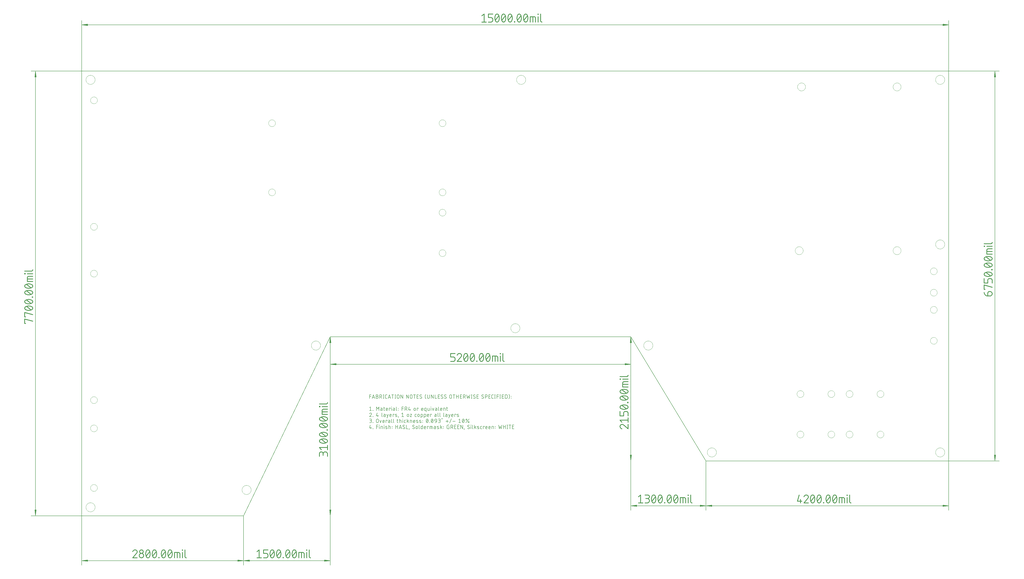
<source format=gbr>
G04 EAGLE Gerber X2 export*
G75*
%MOIN*%
%FSLAX34Y34*%
%LPD*%
%AMOC8*
5,1,8,0,0,1.08239X$1,22.5*%
G01*
%ADD10C,0.006000*%
%ADD11C,0.000000*%
%ADD12C,0.005118*%
%ADD13C,0.012000*%


D10*
X0Y77000D02*
X150000Y77000D01*
X150000Y9500D01*
X108000Y9500D01*
X28000Y0D02*
X0Y0D01*
X0Y77000D01*
X43000Y31000D02*
X95000Y31000D01*
X108000Y9500D01*
X43000Y31000D02*
X28000Y0D01*
D11*
X123823Y74268D02*
X123825Y74320D01*
X123831Y74372D01*
X123841Y74423D01*
X123854Y74473D01*
X123872Y74523D01*
X123893Y74570D01*
X123917Y74616D01*
X123946Y74660D01*
X123977Y74702D01*
X124011Y74741D01*
X124048Y74778D01*
X124088Y74811D01*
X124131Y74842D01*
X124175Y74869D01*
X124221Y74893D01*
X124270Y74913D01*
X124319Y74929D01*
X124370Y74942D01*
X124421Y74951D01*
X124473Y74956D01*
X124525Y74957D01*
X124577Y74954D01*
X124629Y74947D01*
X124680Y74936D01*
X124730Y74922D01*
X124779Y74903D01*
X124826Y74881D01*
X124871Y74856D01*
X124915Y74827D01*
X124956Y74795D01*
X124995Y74760D01*
X125030Y74722D01*
X125063Y74681D01*
X125093Y74639D01*
X125119Y74594D01*
X125142Y74547D01*
X125161Y74498D01*
X125177Y74448D01*
X125189Y74398D01*
X125197Y74346D01*
X125201Y74294D01*
X125201Y74242D01*
X125197Y74190D01*
X125189Y74138D01*
X125177Y74088D01*
X125161Y74038D01*
X125142Y73989D01*
X125119Y73942D01*
X125093Y73897D01*
X125063Y73855D01*
X125030Y73814D01*
X124995Y73776D01*
X124956Y73741D01*
X124915Y73709D01*
X124871Y73680D01*
X124826Y73655D01*
X124779Y73633D01*
X124730Y73614D01*
X124680Y73600D01*
X124629Y73589D01*
X124577Y73582D01*
X124525Y73579D01*
X124473Y73580D01*
X124421Y73585D01*
X124370Y73594D01*
X124319Y73607D01*
X124270Y73623D01*
X124221Y73643D01*
X124175Y73667D01*
X124131Y73694D01*
X124088Y73725D01*
X124048Y73758D01*
X124011Y73795D01*
X123977Y73834D01*
X123946Y73876D01*
X123917Y73920D01*
X123893Y73966D01*
X123872Y74013D01*
X123854Y74063D01*
X123841Y74113D01*
X123831Y74164D01*
X123825Y74216D01*
X123823Y74268D01*
X140358Y74268D02*
X140360Y74320D01*
X140366Y74372D01*
X140376Y74423D01*
X140389Y74473D01*
X140407Y74523D01*
X140428Y74570D01*
X140452Y74616D01*
X140481Y74660D01*
X140512Y74702D01*
X140546Y74741D01*
X140583Y74778D01*
X140623Y74811D01*
X140666Y74842D01*
X140710Y74869D01*
X140756Y74893D01*
X140805Y74913D01*
X140854Y74929D01*
X140905Y74942D01*
X140956Y74951D01*
X141008Y74956D01*
X141060Y74957D01*
X141112Y74954D01*
X141164Y74947D01*
X141215Y74936D01*
X141265Y74922D01*
X141314Y74903D01*
X141361Y74881D01*
X141406Y74856D01*
X141450Y74827D01*
X141491Y74795D01*
X141530Y74760D01*
X141565Y74722D01*
X141598Y74681D01*
X141628Y74639D01*
X141654Y74594D01*
X141677Y74547D01*
X141696Y74498D01*
X141712Y74448D01*
X141724Y74398D01*
X141732Y74346D01*
X141736Y74294D01*
X141736Y74242D01*
X141732Y74190D01*
X141724Y74138D01*
X141712Y74088D01*
X141696Y74038D01*
X141677Y73989D01*
X141654Y73942D01*
X141628Y73897D01*
X141598Y73855D01*
X141565Y73814D01*
X141530Y73776D01*
X141491Y73741D01*
X141450Y73709D01*
X141406Y73680D01*
X141361Y73655D01*
X141314Y73633D01*
X141265Y73614D01*
X141215Y73600D01*
X141164Y73589D01*
X141112Y73582D01*
X141060Y73579D01*
X141008Y73580D01*
X140956Y73585D01*
X140905Y73594D01*
X140854Y73607D01*
X140805Y73623D01*
X140756Y73643D01*
X140710Y73667D01*
X140666Y73694D01*
X140623Y73725D01*
X140583Y73758D01*
X140546Y73795D01*
X140512Y73834D01*
X140481Y73876D01*
X140452Y73920D01*
X140428Y73966D01*
X140407Y74013D01*
X140389Y74063D01*
X140376Y74113D01*
X140366Y74164D01*
X140360Y74216D01*
X140358Y74268D01*
X140358Y45921D02*
X140360Y45973D01*
X140366Y46025D01*
X140376Y46076D01*
X140389Y46126D01*
X140407Y46176D01*
X140428Y46223D01*
X140452Y46269D01*
X140481Y46313D01*
X140512Y46355D01*
X140546Y46394D01*
X140583Y46431D01*
X140623Y46464D01*
X140666Y46495D01*
X140710Y46522D01*
X140756Y46546D01*
X140805Y46566D01*
X140854Y46582D01*
X140905Y46595D01*
X140956Y46604D01*
X141008Y46609D01*
X141060Y46610D01*
X141112Y46607D01*
X141164Y46600D01*
X141215Y46589D01*
X141265Y46575D01*
X141314Y46556D01*
X141361Y46534D01*
X141406Y46509D01*
X141450Y46480D01*
X141491Y46448D01*
X141530Y46413D01*
X141565Y46375D01*
X141598Y46334D01*
X141628Y46292D01*
X141654Y46247D01*
X141677Y46200D01*
X141696Y46151D01*
X141712Y46101D01*
X141724Y46051D01*
X141732Y45999D01*
X141736Y45947D01*
X141736Y45895D01*
X141732Y45843D01*
X141724Y45791D01*
X141712Y45741D01*
X141696Y45691D01*
X141677Y45642D01*
X141654Y45595D01*
X141628Y45550D01*
X141598Y45508D01*
X141565Y45467D01*
X141530Y45429D01*
X141491Y45394D01*
X141450Y45362D01*
X141406Y45333D01*
X141361Y45308D01*
X141314Y45286D01*
X141265Y45267D01*
X141215Y45253D01*
X141164Y45242D01*
X141112Y45235D01*
X141060Y45232D01*
X141008Y45233D01*
X140956Y45238D01*
X140905Y45247D01*
X140854Y45260D01*
X140805Y45276D01*
X140756Y45296D01*
X140710Y45320D01*
X140666Y45347D01*
X140623Y45378D01*
X140583Y45411D01*
X140546Y45448D01*
X140512Y45487D01*
X140481Y45529D01*
X140452Y45573D01*
X140428Y45619D01*
X140407Y45666D01*
X140389Y45716D01*
X140376Y45766D01*
X140366Y45817D01*
X140360Y45869D01*
X140358Y45921D01*
X123429Y45921D02*
X123431Y45973D01*
X123437Y46025D01*
X123447Y46076D01*
X123460Y46126D01*
X123478Y46176D01*
X123499Y46223D01*
X123523Y46269D01*
X123552Y46313D01*
X123583Y46355D01*
X123617Y46394D01*
X123654Y46431D01*
X123694Y46464D01*
X123737Y46495D01*
X123781Y46522D01*
X123827Y46546D01*
X123876Y46566D01*
X123925Y46582D01*
X123976Y46595D01*
X124027Y46604D01*
X124079Y46609D01*
X124131Y46610D01*
X124183Y46607D01*
X124235Y46600D01*
X124286Y46589D01*
X124336Y46575D01*
X124385Y46556D01*
X124432Y46534D01*
X124477Y46509D01*
X124521Y46480D01*
X124562Y46448D01*
X124601Y46413D01*
X124636Y46375D01*
X124669Y46334D01*
X124699Y46292D01*
X124725Y46247D01*
X124748Y46200D01*
X124767Y46151D01*
X124783Y46101D01*
X124795Y46051D01*
X124803Y45999D01*
X124807Y45947D01*
X124807Y45895D01*
X124803Y45843D01*
X124795Y45791D01*
X124783Y45741D01*
X124767Y45691D01*
X124748Y45642D01*
X124725Y45595D01*
X124699Y45550D01*
X124669Y45508D01*
X124636Y45467D01*
X124601Y45429D01*
X124562Y45394D01*
X124521Y45362D01*
X124477Y45333D01*
X124432Y45308D01*
X124385Y45286D01*
X124336Y45267D01*
X124286Y45253D01*
X124235Y45242D01*
X124183Y45235D01*
X124131Y45232D01*
X124079Y45233D01*
X124027Y45238D01*
X123976Y45247D01*
X123925Y45260D01*
X123876Y45276D01*
X123827Y45296D01*
X123781Y45320D01*
X123737Y45347D01*
X123694Y45378D01*
X123654Y45411D01*
X123617Y45448D01*
X123583Y45487D01*
X123552Y45529D01*
X123523Y45573D01*
X123499Y45619D01*
X123478Y45666D01*
X123460Y45716D01*
X123447Y45766D01*
X123437Y45817D01*
X123431Y45869D01*
X123429Y45921D01*
X97213Y29500D02*
X97215Y29556D01*
X97221Y29611D01*
X97231Y29665D01*
X97244Y29719D01*
X97262Y29772D01*
X97283Y29823D01*
X97307Y29873D01*
X97335Y29921D01*
X97367Y29967D01*
X97401Y30011D01*
X97439Y30052D01*
X97479Y30090D01*
X97522Y30125D01*
X97567Y30157D01*
X97615Y30186D01*
X97664Y30212D01*
X97715Y30234D01*
X97767Y30252D01*
X97821Y30266D01*
X97876Y30277D01*
X97931Y30284D01*
X97986Y30287D01*
X98042Y30286D01*
X98097Y30281D01*
X98152Y30272D01*
X98206Y30260D01*
X98259Y30243D01*
X98311Y30223D01*
X98361Y30199D01*
X98409Y30172D01*
X98456Y30142D01*
X98500Y30108D01*
X98542Y30071D01*
X98580Y30031D01*
X98617Y29989D01*
X98650Y29944D01*
X98679Y29898D01*
X98706Y29849D01*
X98728Y29798D01*
X98748Y29746D01*
X98763Y29692D01*
X98775Y29638D01*
X98783Y29583D01*
X98787Y29528D01*
X98787Y29472D01*
X98783Y29417D01*
X98775Y29362D01*
X98763Y29308D01*
X98748Y29254D01*
X98728Y29202D01*
X98706Y29151D01*
X98679Y29102D01*
X98650Y29056D01*
X98617Y29011D01*
X98580Y28969D01*
X98542Y28929D01*
X98500Y28892D01*
X98456Y28858D01*
X98409Y28828D01*
X98361Y28801D01*
X98311Y28777D01*
X98259Y28757D01*
X98206Y28740D01*
X98152Y28728D01*
X98097Y28719D01*
X98042Y28714D01*
X97986Y28713D01*
X97931Y28716D01*
X97876Y28723D01*
X97821Y28734D01*
X97767Y28748D01*
X97715Y28766D01*
X97664Y28788D01*
X97615Y28814D01*
X97567Y28843D01*
X97522Y28875D01*
X97479Y28910D01*
X97439Y28948D01*
X97401Y28989D01*
X97367Y29033D01*
X97335Y29079D01*
X97307Y29127D01*
X97283Y29177D01*
X97262Y29228D01*
X97244Y29281D01*
X97231Y29335D01*
X97221Y29389D01*
X97215Y29444D01*
X97213Y29500D01*
X74213Y32500D02*
X74215Y32556D01*
X74221Y32611D01*
X74231Y32665D01*
X74244Y32719D01*
X74262Y32772D01*
X74283Y32823D01*
X74307Y32873D01*
X74335Y32921D01*
X74367Y32967D01*
X74401Y33011D01*
X74439Y33052D01*
X74479Y33090D01*
X74522Y33125D01*
X74567Y33157D01*
X74615Y33186D01*
X74664Y33212D01*
X74715Y33234D01*
X74767Y33252D01*
X74821Y33266D01*
X74876Y33277D01*
X74931Y33284D01*
X74986Y33287D01*
X75042Y33286D01*
X75097Y33281D01*
X75152Y33272D01*
X75206Y33260D01*
X75259Y33243D01*
X75311Y33223D01*
X75361Y33199D01*
X75409Y33172D01*
X75456Y33142D01*
X75500Y33108D01*
X75542Y33071D01*
X75580Y33031D01*
X75617Y32989D01*
X75650Y32944D01*
X75679Y32898D01*
X75706Y32849D01*
X75728Y32798D01*
X75748Y32746D01*
X75763Y32692D01*
X75775Y32638D01*
X75783Y32583D01*
X75787Y32528D01*
X75787Y32472D01*
X75783Y32417D01*
X75775Y32362D01*
X75763Y32308D01*
X75748Y32254D01*
X75728Y32202D01*
X75706Y32151D01*
X75679Y32102D01*
X75650Y32056D01*
X75617Y32011D01*
X75580Y31969D01*
X75542Y31929D01*
X75500Y31892D01*
X75456Y31858D01*
X75409Y31828D01*
X75361Y31801D01*
X75311Y31777D01*
X75259Y31757D01*
X75206Y31740D01*
X75152Y31728D01*
X75097Y31719D01*
X75042Y31714D01*
X74986Y31713D01*
X74931Y31716D01*
X74876Y31723D01*
X74821Y31734D01*
X74767Y31748D01*
X74715Y31766D01*
X74664Y31788D01*
X74615Y31814D01*
X74567Y31843D01*
X74522Y31875D01*
X74479Y31910D01*
X74439Y31948D01*
X74401Y31989D01*
X74367Y32033D01*
X74335Y32079D01*
X74307Y32127D01*
X74283Y32177D01*
X74262Y32228D01*
X74244Y32281D01*
X74231Y32335D01*
X74221Y32389D01*
X74215Y32444D01*
X74213Y32500D01*
X39713Y29500D02*
X39715Y29556D01*
X39721Y29611D01*
X39731Y29665D01*
X39744Y29719D01*
X39762Y29772D01*
X39783Y29823D01*
X39807Y29873D01*
X39835Y29921D01*
X39867Y29967D01*
X39901Y30011D01*
X39939Y30052D01*
X39979Y30090D01*
X40022Y30125D01*
X40067Y30157D01*
X40115Y30186D01*
X40164Y30212D01*
X40215Y30234D01*
X40267Y30252D01*
X40321Y30266D01*
X40376Y30277D01*
X40431Y30284D01*
X40486Y30287D01*
X40542Y30286D01*
X40597Y30281D01*
X40652Y30272D01*
X40706Y30260D01*
X40759Y30243D01*
X40811Y30223D01*
X40861Y30199D01*
X40909Y30172D01*
X40956Y30142D01*
X41000Y30108D01*
X41042Y30071D01*
X41080Y30031D01*
X41117Y29989D01*
X41150Y29944D01*
X41179Y29898D01*
X41206Y29849D01*
X41228Y29798D01*
X41248Y29746D01*
X41263Y29692D01*
X41275Y29638D01*
X41283Y29583D01*
X41287Y29528D01*
X41287Y29472D01*
X41283Y29417D01*
X41275Y29362D01*
X41263Y29308D01*
X41248Y29254D01*
X41228Y29202D01*
X41206Y29151D01*
X41179Y29102D01*
X41150Y29056D01*
X41117Y29011D01*
X41080Y28969D01*
X41042Y28929D01*
X41000Y28892D01*
X40956Y28858D01*
X40909Y28828D01*
X40861Y28801D01*
X40811Y28777D01*
X40759Y28757D01*
X40706Y28740D01*
X40652Y28728D01*
X40597Y28719D01*
X40542Y28714D01*
X40486Y28713D01*
X40431Y28716D01*
X40376Y28723D01*
X40321Y28734D01*
X40267Y28748D01*
X40215Y28766D01*
X40164Y28788D01*
X40115Y28814D01*
X40067Y28843D01*
X40022Y28875D01*
X39979Y28910D01*
X39939Y28948D01*
X39901Y28989D01*
X39867Y29033D01*
X39835Y29079D01*
X39807Y29127D01*
X39783Y29177D01*
X39762Y29228D01*
X39744Y29281D01*
X39731Y29335D01*
X39721Y29389D01*
X39715Y29444D01*
X39713Y29500D01*
X27713Y4500D02*
X27715Y4556D01*
X27721Y4611D01*
X27731Y4665D01*
X27744Y4719D01*
X27762Y4772D01*
X27783Y4823D01*
X27807Y4873D01*
X27835Y4921D01*
X27867Y4967D01*
X27901Y5011D01*
X27939Y5052D01*
X27979Y5090D01*
X28022Y5125D01*
X28067Y5157D01*
X28115Y5186D01*
X28164Y5212D01*
X28215Y5234D01*
X28267Y5252D01*
X28321Y5266D01*
X28376Y5277D01*
X28431Y5284D01*
X28486Y5287D01*
X28542Y5286D01*
X28597Y5281D01*
X28652Y5272D01*
X28706Y5260D01*
X28759Y5243D01*
X28811Y5223D01*
X28861Y5199D01*
X28909Y5172D01*
X28956Y5142D01*
X29000Y5108D01*
X29042Y5071D01*
X29080Y5031D01*
X29117Y4989D01*
X29150Y4944D01*
X29179Y4898D01*
X29206Y4849D01*
X29228Y4798D01*
X29248Y4746D01*
X29263Y4692D01*
X29275Y4638D01*
X29283Y4583D01*
X29287Y4528D01*
X29287Y4472D01*
X29283Y4417D01*
X29275Y4362D01*
X29263Y4308D01*
X29248Y4254D01*
X29228Y4202D01*
X29206Y4151D01*
X29179Y4102D01*
X29150Y4056D01*
X29117Y4011D01*
X29080Y3969D01*
X29042Y3929D01*
X29000Y3892D01*
X28956Y3858D01*
X28909Y3828D01*
X28861Y3801D01*
X28811Y3777D01*
X28759Y3757D01*
X28706Y3740D01*
X28652Y3728D01*
X28597Y3719D01*
X28542Y3714D01*
X28486Y3713D01*
X28431Y3716D01*
X28376Y3723D01*
X28321Y3734D01*
X28267Y3748D01*
X28215Y3766D01*
X28164Y3788D01*
X28115Y3814D01*
X28067Y3843D01*
X28022Y3875D01*
X27979Y3910D01*
X27939Y3948D01*
X27901Y3989D01*
X27867Y4033D01*
X27835Y4079D01*
X27807Y4127D01*
X27783Y4177D01*
X27762Y4228D01*
X27744Y4281D01*
X27731Y4335D01*
X27721Y4389D01*
X27715Y4444D01*
X27713Y4500D01*
X713Y75500D02*
X715Y75556D01*
X721Y75611D01*
X731Y75665D01*
X744Y75719D01*
X762Y75772D01*
X783Y75823D01*
X807Y75873D01*
X835Y75921D01*
X867Y75967D01*
X901Y76011D01*
X939Y76052D01*
X979Y76090D01*
X1022Y76125D01*
X1067Y76157D01*
X1115Y76186D01*
X1164Y76212D01*
X1215Y76234D01*
X1267Y76252D01*
X1321Y76266D01*
X1376Y76277D01*
X1431Y76284D01*
X1486Y76287D01*
X1542Y76286D01*
X1597Y76281D01*
X1652Y76272D01*
X1706Y76260D01*
X1759Y76243D01*
X1811Y76223D01*
X1861Y76199D01*
X1909Y76172D01*
X1956Y76142D01*
X2000Y76108D01*
X2042Y76071D01*
X2080Y76031D01*
X2117Y75989D01*
X2150Y75944D01*
X2179Y75898D01*
X2206Y75849D01*
X2228Y75798D01*
X2248Y75746D01*
X2263Y75692D01*
X2275Y75638D01*
X2283Y75583D01*
X2287Y75528D01*
X2287Y75472D01*
X2283Y75417D01*
X2275Y75362D01*
X2263Y75308D01*
X2248Y75254D01*
X2228Y75202D01*
X2206Y75151D01*
X2179Y75102D01*
X2150Y75056D01*
X2117Y75011D01*
X2080Y74969D01*
X2042Y74929D01*
X2000Y74892D01*
X1956Y74858D01*
X1909Y74828D01*
X1861Y74801D01*
X1811Y74777D01*
X1759Y74757D01*
X1706Y74740D01*
X1652Y74728D01*
X1597Y74719D01*
X1542Y74714D01*
X1486Y74713D01*
X1431Y74716D01*
X1376Y74723D01*
X1321Y74734D01*
X1267Y74748D01*
X1215Y74766D01*
X1164Y74788D01*
X1115Y74814D01*
X1067Y74843D01*
X1022Y74875D01*
X979Y74910D01*
X939Y74948D01*
X901Y74989D01*
X867Y75033D01*
X835Y75079D01*
X807Y75127D01*
X783Y75177D01*
X762Y75228D01*
X744Y75281D01*
X731Y75335D01*
X721Y75389D01*
X715Y75444D01*
X713Y75500D01*
X75213Y75500D02*
X75215Y75556D01*
X75221Y75611D01*
X75231Y75665D01*
X75244Y75719D01*
X75262Y75772D01*
X75283Y75823D01*
X75307Y75873D01*
X75335Y75921D01*
X75367Y75967D01*
X75401Y76011D01*
X75439Y76052D01*
X75479Y76090D01*
X75522Y76125D01*
X75567Y76157D01*
X75615Y76186D01*
X75664Y76212D01*
X75715Y76234D01*
X75767Y76252D01*
X75821Y76266D01*
X75876Y76277D01*
X75931Y76284D01*
X75986Y76287D01*
X76042Y76286D01*
X76097Y76281D01*
X76152Y76272D01*
X76206Y76260D01*
X76259Y76243D01*
X76311Y76223D01*
X76361Y76199D01*
X76409Y76172D01*
X76456Y76142D01*
X76500Y76108D01*
X76542Y76071D01*
X76580Y76031D01*
X76617Y75989D01*
X76650Y75944D01*
X76679Y75898D01*
X76706Y75849D01*
X76728Y75798D01*
X76748Y75746D01*
X76763Y75692D01*
X76775Y75638D01*
X76783Y75583D01*
X76787Y75528D01*
X76787Y75472D01*
X76783Y75417D01*
X76775Y75362D01*
X76763Y75308D01*
X76748Y75254D01*
X76728Y75202D01*
X76706Y75151D01*
X76679Y75102D01*
X76650Y75056D01*
X76617Y75011D01*
X76580Y74969D01*
X76542Y74929D01*
X76500Y74892D01*
X76456Y74858D01*
X76409Y74828D01*
X76361Y74801D01*
X76311Y74777D01*
X76259Y74757D01*
X76206Y74740D01*
X76152Y74728D01*
X76097Y74719D01*
X76042Y74714D01*
X75986Y74713D01*
X75931Y74716D01*
X75876Y74723D01*
X75821Y74734D01*
X75767Y74748D01*
X75715Y74766D01*
X75664Y74788D01*
X75615Y74814D01*
X75567Y74843D01*
X75522Y74875D01*
X75479Y74910D01*
X75439Y74948D01*
X75401Y74989D01*
X75367Y75033D01*
X75335Y75079D01*
X75307Y75127D01*
X75283Y75177D01*
X75262Y75228D01*
X75244Y75281D01*
X75231Y75335D01*
X75221Y75389D01*
X75215Y75444D01*
X75213Y75500D01*
X147713Y75500D02*
X147715Y75556D01*
X147721Y75611D01*
X147731Y75665D01*
X147744Y75719D01*
X147762Y75772D01*
X147783Y75823D01*
X147807Y75873D01*
X147835Y75921D01*
X147867Y75967D01*
X147901Y76011D01*
X147939Y76052D01*
X147979Y76090D01*
X148022Y76125D01*
X148067Y76157D01*
X148115Y76186D01*
X148164Y76212D01*
X148215Y76234D01*
X148267Y76252D01*
X148321Y76266D01*
X148376Y76277D01*
X148431Y76284D01*
X148486Y76287D01*
X148542Y76286D01*
X148597Y76281D01*
X148652Y76272D01*
X148706Y76260D01*
X148759Y76243D01*
X148811Y76223D01*
X148861Y76199D01*
X148909Y76172D01*
X148956Y76142D01*
X149000Y76108D01*
X149042Y76071D01*
X149080Y76031D01*
X149117Y75989D01*
X149150Y75944D01*
X149179Y75898D01*
X149206Y75849D01*
X149228Y75798D01*
X149248Y75746D01*
X149263Y75692D01*
X149275Y75638D01*
X149283Y75583D01*
X149287Y75528D01*
X149287Y75472D01*
X149283Y75417D01*
X149275Y75362D01*
X149263Y75308D01*
X149248Y75254D01*
X149228Y75202D01*
X149206Y75151D01*
X149179Y75102D01*
X149150Y75056D01*
X149117Y75011D01*
X149080Y74969D01*
X149042Y74929D01*
X149000Y74892D01*
X148956Y74858D01*
X148909Y74828D01*
X148861Y74801D01*
X148811Y74777D01*
X148759Y74757D01*
X148706Y74740D01*
X148652Y74728D01*
X148597Y74719D01*
X148542Y74714D01*
X148486Y74713D01*
X148431Y74716D01*
X148376Y74723D01*
X148321Y74734D01*
X148267Y74748D01*
X148215Y74766D01*
X148164Y74788D01*
X148115Y74814D01*
X148067Y74843D01*
X148022Y74875D01*
X147979Y74910D01*
X147939Y74948D01*
X147901Y74989D01*
X147867Y75033D01*
X147835Y75079D01*
X147807Y75127D01*
X147783Y75177D01*
X147762Y75228D01*
X147744Y75281D01*
X147731Y75335D01*
X147721Y75389D01*
X147715Y75444D01*
X147713Y75500D01*
X147713Y11000D02*
X147715Y11056D01*
X147721Y11111D01*
X147731Y11165D01*
X147744Y11219D01*
X147762Y11272D01*
X147783Y11323D01*
X147807Y11373D01*
X147835Y11421D01*
X147867Y11467D01*
X147901Y11511D01*
X147939Y11552D01*
X147979Y11590D01*
X148022Y11625D01*
X148067Y11657D01*
X148115Y11686D01*
X148164Y11712D01*
X148215Y11734D01*
X148267Y11752D01*
X148321Y11766D01*
X148376Y11777D01*
X148431Y11784D01*
X148486Y11787D01*
X148542Y11786D01*
X148597Y11781D01*
X148652Y11772D01*
X148706Y11760D01*
X148759Y11743D01*
X148811Y11723D01*
X148861Y11699D01*
X148909Y11672D01*
X148956Y11642D01*
X149000Y11608D01*
X149042Y11571D01*
X149080Y11531D01*
X149117Y11489D01*
X149150Y11444D01*
X149179Y11398D01*
X149206Y11349D01*
X149228Y11298D01*
X149248Y11246D01*
X149263Y11192D01*
X149275Y11138D01*
X149283Y11083D01*
X149287Y11028D01*
X149287Y10972D01*
X149283Y10917D01*
X149275Y10862D01*
X149263Y10808D01*
X149248Y10754D01*
X149228Y10702D01*
X149206Y10651D01*
X149179Y10602D01*
X149150Y10556D01*
X149117Y10511D01*
X149080Y10469D01*
X149042Y10429D01*
X149000Y10392D01*
X148956Y10358D01*
X148909Y10328D01*
X148861Y10301D01*
X148811Y10277D01*
X148759Y10257D01*
X148706Y10240D01*
X148652Y10228D01*
X148597Y10219D01*
X148542Y10214D01*
X148486Y10213D01*
X148431Y10216D01*
X148376Y10223D01*
X148321Y10234D01*
X148267Y10248D01*
X148215Y10266D01*
X148164Y10288D01*
X148115Y10314D01*
X148067Y10343D01*
X148022Y10375D01*
X147979Y10410D01*
X147939Y10448D01*
X147901Y10489D01*
X147867Y10533D01*
X147835Y10579D01*
X147807Y10627D01*
X147783Y10677D01*
X147762Y10728D01*
X147744Y10781D01*
X147731Y10835D01*
X147721Y10889D01*
X147715Y10944D01*
X147713Y11000D01*
X108213Y11000D02*
X108215Y11056D01*
X108221Y11111D01*
X108231Y11165D01*
X108244Y11219D01*
X108262Y11272D01*
X108283Y11323D01*
X108307Y11373D01*
X108335Y11421D01*
X108367Y11467D01*
X108401Y11511D01*
X108439Y11552D01*
X108479Y11590D01*
X108522Y11625D01*
X108567Y11657D01*
X108615Y11686D01*
X108664Y11712D01*
X108715Y11734D01*
X108767Y11752D01*
X108821Y11766D01*
X108876Y11777D01*
X108931Y11784D01*
X108986Y11787D01*
X109042Y11786D01*
X109097Y11781D01*
X109152Y11772D01*
X109206Y11760D01*
X109259Y11743D01*
X109311Y11723D01*
X109361Y11699D01*
X109409Y11672D01*
X109456Y11642D01*
X109500Y11608D01*
X109542Y11571D01*
X109580Y11531D01*
X109617Y11489D01*
X109650Y11444D01*
X109679Y11398D01*
X109706Y11349D01*
X109728Y11298D01*
X109748Y11246D01*
X109763Y11192D01*
X109775Y11138D01*
X109783Y11083D01*
X109787Y11028D01*
X109787Y10972D01*
X109783Y10917D01*
X109775Y10862D01*
X109763Y10808D01*
X109748Y10754D01*
X109728Y10702D01*
X109706Y10651D01*
X109679Y10602D01*
X109650Y10556D01*
X109617Y10511D01*
X109580Y10469D01*
X109542Y10429D01*
X109500Y10392D01*
X109456Y10358D01*
X109409Y10328D01*
X109361Y10301D01*
X109311Y10277D01*
X109259Y10257D01*
X109206Y10240D01*
X109152Y10228D01*
X109097Y10219D01*
X109042Y10214D01*
X108986Y10213D01*
X108931Y10216D01*
X108876Y10223D01*
X108821Y10234D01*
X108767Y10248D01*
X108715Y10266D01*
X108664Y10288D01*
X108615Y10314D01*
X108567Y10343D01*
X108522Y10375D01*
X108479Y10410D01*
X108439Y10448D01*
X108401Y10489D01*
X108367Y10533D01*
X108335Y10579D01*
X108307Y10627D01*
X108283Y10677D01*
X108262Y10728D01*
X108244Y10781D01*
X108231Y10835D01*
X108221Y10889D01*
X108215Y10944D01*
X108213Y11000D01*
X147713Y47000D02*
X147715Y47056D01*
X147721Y47111D01*
X147731Y47165D01*
X147744Y47219D01*
X147762Y47272D01*
X147783Y47323D01*
X147807Y47373D01*
X147835Y47421D01*
X147867Y47467D01*
X147901Y47511D01*
X147939Y47552D01*
X147979Y47590D01*
X148022Y47625D01*
X148067Y47657D01*
X148115Y47686D01*
X148164Y47712D01*
X148215Y47734D01*
X148267Y47752D01*
X148321Y47766D01*
X148376Y47777D01*
X148431Y47784D01*
X148486Y47787D01*
X148542Y47786D01*
X148597Y47781D01*
X148652Y47772D01*
X148706Y47760D01*
X148759Y47743D01*
X148811Y47723D01*
X148861Y47699D01*
X148909Y47672D01*
X148956Y47642D01*
X149000Y47608D01*
X149042Y47571D01*
X149080Y47531D01*
X149117Y47489D01*
X149150Y47444D01*
X149179Y47398D01*
X149206Y47349D01*
X149228Y47298D01*
X149248Y47246D01*
X149263Y47192D01*
X149275Y47138D01*
X149283Y47083D01*
X149287Y47028D01*
X149287Y46972D01*
X149283Y46917D01*
X149275Y46862D01*
X149263Y46808D01*
X149248Y46754D01*
X149228Y46702D01*
X149206Y46651D01*
X149179Y46602D01*
X149150Y46556D01*
X149117Y46511D01*
X149080Y46469D01*
X149042Y46429D01*
X149000Y46392D01*
X148956Y46358D01*
X148909Y46328D01*
X148861Y46301D01*
X148811Y46277D01*
X148759Y46257D01*
X148706Y46240D01*
X148652Y46228D01*
X148597Y46219D01*
X148542Y46214D01*
X148486Y46213D01*
X148431Y46216D01*
X148376Y46223D01*
X148321Y46234D01*
X148267Y46248D01*
X148215Y46266D01*
X148164Y46288D01*
X148115Y46314D01*
X148067Y46343D01*
X148022Y46375D01*
X147979Y46410D01*
X147939Y46448D01*
X147901Y46489D01*
X147867Y46533D01*
X147835Y46579D01*
X147807Y46627D01*
X147783Y46677D01*
X147762Y46728D01*
X147744Y46781D01*
X147731Y46835D01*
X147721Y46889D01*
X147715Y46944D01*
X147713Y47000D01*
D12*
X0Y77000D02*
X0Y85768D01*
X150000Y85768D02*
X150000Y77000D01*
X149974Y85000D02*
X26Y85000D01*
X1024Y85126D01*
X1024Y84874D01*
X26Y85000D01*
X1024Y85051D01*
X1024Y84949D02*
X26Y85000D01*
X1024Y85102D01*
X1024Y84898D02*
X26Y85000D01*
X148976Y85126D02*
X149974Y85000D01*
X148976Y85126D02*
X148976Y84874D01*
X149974Y85000D01*
X148976Y85051D01*
X148976Y84949D02*
X149974Y85000D01*
X148976Y85102D01*
X148976Y84898D02*
X149974Y85000D01*
D13*
X69606Y86866D02*
X69223Y86560D01*
X69606Y86866D02*
X69606Y85486D01*
X69223Y85486D02*
X69990Y85486D01*
X70348Y85486D02*
X70808Y85486D01*
X70840Y85488D01*
X70872Y85493D01*
X70903Y85501D01*
X70933Y85513D01*
X70962Y85527D01*
X70988Y85545D01*
X71013Y85565D01*
X71036Y85588D01*
X71056Y85613D01*
X71074Y85640D01*
X71088Y85668D01*
X71100Y85698D01*
X71108Y85729D01*
X71113Y85761D01*
X71115Y85793D01*
X71115Y85946D01*
X71113Y85978D01*
X71108Y86010D01*
X71100Y86041D01*
X71088Y86071D01*
X71074Y86100D01*
X71056Y86126D01*
X71036Y86151D01*
X71013Y86174D01*
X70988Y86194D01*
X70962Y86212D01*
X70933Y86226D01*
X70903Y86238D01*
X70872Y86246D01*
X70840Y86251D01*
X70808Y86253D01*
X70348Y86253D01*
X70348Y86866D01*
X71115Y86866D01*
X71588Y86674D02*
X71561Y86616D01*
X71538Y86555D01*
X71518Y86494D01*
X71502Y86432D01*
X71489Y86368D01*
X71480Y86305D01*
X71475Y86240D01*
X71473Y86176D01*
X71587Y86675D02*
X71599Y86705D01*
X71615Y86733D01*
X71633Y86759D01*
X71654Y86783D01*
X71678Y86804D01*
X71704Y86823D01*
X71732Y86839D01*
X71762Y86851D01*
X71792Y86860D01*
X71824Y86865D01*
X71856Y86867D01*
X71888Y86865D01*
X71920Y86860D01*
X71950Y86851D01*
X71980Y86839D01*
X72008Y86823D01*
X72034Y86804D01*
X72058Y86783D01*
X72079Y86759D01*
X72097Y86733D01*
X72113Y86705D01*
X72125Y86675D01*
X72124Y86674D02*
X72151Y86616D01*
X72174Y86555D01*
X72194Y86494D01*
X72210Y86432D01*
X72223Y86368D01*
X72232Y86305D01*
X72237Y86240D01*
X72239Y86176D01*
X71473Y86176D02*
X71475Y86112D01*
X71480Y86047D01*
X71489Y85984D01*
X71502Y85920D01*
X71518Y85858D01*
X71538Y85797D01*
X71561Y85736D01*
X71588Y85678D01*
X71587Y85678D02*
X71599Y85648D01*
X71615Y85620D01*
X71633Y85594D01*
X71654Y85570D01*
X71678Y85549D01*
X71704Y85530D01*
X71732Y85514D01*
X71762Y85502D01*
X71792Y85493D01*
X71824Y85488D01*
X71856Y85486D01*
X72124Y85678D02*
X72151Y85736D01*
X72174Y85797D01*
X72194Y85858D01*
X72210Y85920D01*
X72223Y85984D01*
X72232Y86047D01*
X72237Y86112D01*
X72239Y86176D01*
X72125Y85678D02*
X72113Y85648D01*
X72097Y85620D01*
X72079Y85594D01*
X72058Y85570D01*
X72034Y85549D01*
X72008Y85530D01*
X71980Y85514D01*
X71950Y85502D01*
X71920Y85493D01*
X71888Y85488D01*
X71856Y85486D01*
X71550Y85793D02*
X72163Y86560D01*
X72713Y86674D02*
X72686Y86616D01*
X72663Y86555D01*
X72643Y86494D01*
X72627Y86432D01*
X72614Y86368D01*
X72605Y86305D01*
X72600Y86240D01*
X72598Y86176D01*
X72712Y86675D02*
X72724Y86705D01*
X72740Y86733D01*
X72758Y86759D01*
X72779Y86783D01*
X72803Y86804D01*
X72829Y86823D01*
X72857Y86839D01*
X72887Y86851D01*
X72917Y86860D01*
X72949Y86865D01*
X72981Y86867D01*
X73013Y86865D01*
X73045Y86860D01*
X73075Y86851D01*
X73105Y86839D01*
X73133Y86823D01*
X73159Y86804D01*
X73183Y86783D01*
X73204Y86759D01*
X73222Y86733D01*
X73238Y86705D01*
X73250Y86675D01*
X73249Y86674D02*
X73276Y86616D01*
X73299Y86555D01*
X73319Y86494D01*
X73335Y86432D01*
X73348Y86368D01*
X73357Y86305D01*
X73362Y86240D01*
X73364Y86176D01*
X72598Y86176D02*
X72600Y86112D01*
X72605Y86047D01*
X72614Y85984D01*
X72627Y85920D01*
X72643Y85858D01*
X72663Y85797D01*
X72686Y85736D01*
X72713Y85678D01*
X72712Y85678D02*
X72724Y85648D01*
X72740Y85620D01*
X72758Y85594D01*
X72779Y85570D01*
X72803Y85549D01*
X72829Y85530D01*
X72857Y85514D01*
X72887Y85502D01*
X72917Y85493D01*
X72949Y85488D01*
X72981Y85486D01*
X73249Y85678D02*
X73276Y85736D01*
X73299Y85797D01*
X73319Y85858D01*
X73335Y85920D01*
X73348Y85984D01*
X73357Y86047D01*
X73362Y86112D01*
X73364Y86176D01*
X73250Y85678D02*
X73238Y85648D01*
X73222Y85620D01*
X73204Y85594D01*
X73183Y85570D01*
X73159Y85549D01*
X73133Y85530D01*
X73105Y85514D01*
X73075Y85502D01*
X73045Y85493D01*
X73013Y85488D01*
X72981Y85486D01*
X72675Y85793D02*
X73288Y86560D01*
X73838Y86674D02*
X73811Y86616D01*
X73788Y86555D01*
X73768Y86494D01*
X73752Y86432D01*
X73739Y86368D01*
X73730Y86305D01*
X73725Y86240D01*
X73723Y86176D01*
X73837Y86675D02*
X73849Y86705D01*
X73865Y86733D01*
X73883Y86759D01*
X73904Y86783D01*
X73928Y86804D01*
X73954Y86823D01*
X73982Y86839D01*
X74012Y86851D01*
X74042Y86860D01*
X74074Y86865D01*
X74106Y86867D01*
X74138Y86865D01*
X74170Y86860D01*
X74200Y86851D01*
X74230Y86839D01*
X74258Y86823D01*
X74284Y86804D01*
X74308Y86783D01*
X74329Y86759D01*
X74347Y86733D01*
X74363Y86705D01*
X74375Y86675D01*
X74374Y86674D02*
X74401Y86616D01*
X74424Y86555D01*
X74444Y86494D01*
X74460Y86432D01*
X74473Y86368D01*
X74482Y86305D01*
X74487Y86240D01*
X74489Y86176D01*
X73723Y86176D02*
X73725Y86112D01*
X73730Y86047D01*
X73739Y85984D01*
X73752Y85920D01*
X73768Y85858D01*
X73788Y85797D01*
X73811Y85736D01*
X73838Y85678D01*
X73837Y85678D02*
X73849Y85648D01*
X73865Y85620D01*
X73883Y85594D01*
X73904Y85570D01*
X73928Y85549D01*
X73954Y85530D01*
X73982Y85514D01*
X74012Y85502D01*
X74042Y85493D01*
X74074Y85488D01*
X74106Y85486D01*
X74374Y85678D02*
X74401Y85736D01*
X74424Y85797D01*
X74444Y85858D01*
X74460Y85920D01*
X74473Y85984D01*
X74482Y86047D01*
X74487Y86112D01*
X74489Y86176D01*
X74375Y85678D02*
X74363Y85648D01*
X74347Y85620D01*
X74329Y85594D01*
X74308Y85570D01*
X74284Y85549D01*
X74258Y85530D01*
X74230Y85514D01*
X74200Y85502D01*
X74170Y85493D01*
X74138Y85488D01*
X74106Y85486D01*
X73800Y85793D02*
X74413Y86560D01*
X74856Y85563D02*
X74856Y85486D01*
X74856Y85563D02*
X74932Y85563D01*
X74932Y85486D01*
X74856Y85486D01*
X75298Y86176D02*
X75300Y86240D01*
X75305Y86305D01*
X75314Y86368D01*
X75327Y86432D01*
X75343Y86494D01*
X75363Y86555D01*
X75386Y86616D01*
X75413Y86674D01*
X75412Y86675D02*
X75424Y86705D01*
X75440Y86733D01*
X75458Y86759D01*
X75479Y86783D01*
X75503Y86804D01*
X75529Y86823D01*
X75557Y86839D01*
X75587Y86851D01*
X75617Y86860D01*
X75649Y86865D01*
X75681Y86867D01*
X75713Y86865D01*
X75745Y86860D01*
X75775Y86851D01*
X75805Y86839D01*
X75833Y86823D01*
X75859Y86804D01*
X75883Y86783D01*
X75904Y86759D01*
X75922Y86733D01*
X75938Y86705D01*
X75950Y86675D01*
X75949Y86674D02*
X75976Y86616D01*
X75999Y86555D01*
X76019Y86494D01*
X76035Y86432D01*
X76048Y86368D01*
X76057Y86305D01*
X76062Y86240D01*
X76064Y86176D01*
X75298Y86176D02*
X75300Y86112D01*
X75305Y86047D01*
X75314Y85984D01*
X75327Y85920D01*
X75343Y85858D01*
X75363Y85797D01*
X75386Y85736D01*
X75413Y85678D01*
X75412Y85678D02*
X75424Y85648D01*
X75440Y85620D01*
X75458Y85594D01*
X75479Y85570D01*
X75503Y85549D01*
X75529Y85530D01*
X75557Y85514D01*
X75587Y85502D01*
X75617Y85493D01*
X75649Y85488D01*
X75681Y85486D01*
X75949Y85678D02*
X75976Y85736D01*
X75999Y85797D01*
X76019Y85858D01*
X76035Y85920D01*
X76048Y85984D01*
X76057Y86047D01*
X76062Y86112D01*
X76064Y86176D01*
X75950Y85678D02*
X75938Y85648D01*
X75922Y85620D01*
X75904Y85594D01*
X75883Y85570D01*
X75859Y85549D01*
X75833Y85530D01*
X75805Y85514D01*
X75775Y85502D01*
X75745Y85493D01*
X75713Y85488D01*
X75681Y85486D01*
X75375Y85793D02*
X75988Y86560D01*
X76538Y86674D02*
X76511Y86616D01*
X76488Y86555D01*
X76468Y86494D01*
X76452Y86432D01*
X76439Y86368D01*
X76430Y86305D01*
X76425Y86240D01*
X76423Y86176D01*
X76537Y86675D02*
X76549Y86705D01*
X76565Y86733D01*
X76583Y86759D01*
X76604Y86783D01*
X76628Y86804D01*
X76654Y86823D01*
X76682Y86839D01*
X76712Y86851D01*
X76742Y86860D01*
X76774Y86865D01*
X76806Y86867D01*
X76838Y86865D01*
X76870Y86860D01*
X76900Y86851D01*
X76930Y86839D01*
X76958Y86823D01*
X76984Y86804D01*
X77008Y86783D01*
X77029Y86759D01*
X77047Y86733D01*
X77063Y86705D01*
X77075Y86675D01*
X77074Y86674D02*
X77101Y86616D01*
X77124Y86555D01*
X77144Y86494D01*
X77160Y86432D01*
X77173Y86368D01*
X77182Y86305D01*
X77187Y86240D01*
X77189Y86176D01*
X76423Y86176D02*
X76425Y86112D01*
X76430Y86047D01*
X76439Y85984D01*
X76452Y85920D01*
X76468Y85858D01*
X76488Y85797D01*
X76511Y85736D01*
X76538Y85678D01*
X76537Y85678D02*
X76549Y85648D01*
X76565Y85620D01*
X76583Y85594D01*
X76604Y85570D01*
X76628Y85549D01*
X76654Y85530D01*
X76682Y85514D01*
X76712Y85502D01*
X76742Y85493D01*
X76774Y85488D01*
X76806Y85486D01*
X77074Y85678D02*
X77101Y85736D01*
X77124Y85797D01*
X77144Y85858D01*
X77160Y85920D01*
X77173Y85984D01*
X77182Y86047D01*
X77187Y86112D01*
X77189Y86176D01*
X77075Y85678D02*
X77063Y85648D01*
X77047Y85620D01*
X77029Y85594D01*
X77008Y85570D01*
X76984Y85549D01*
X76958Y85530D01*
X76930Y85514D01*
X76900Y85502D01*
X76870Y85493D01*
X76838Y85488D01*
X76806Y85486D01*
X76500Y85793D02*
X77113Y86560D01*
X77584Y86406D02*
X77584Y85486D01*
X77584Y86406D02*
X78274Y86406D01*
X78302Y86404D01*
X78329Y86399D01*
X78356Y86391D01*
X78381Y86380D01*
X78405Y86365D01*
X78427Y86348D01*
X78446Y86329D01*
X78463Y86307D01*
X78478Y86283D01*
X78489Y86258D01*
X78497Y86231D01*
X78502Y86204D01*
X78504Y86176D01*
X78504Y85486D01*
X78044Y85486D02*
X78044Y86406D01*
X78944Y86406D02*
X78944Y85486D01*
X78906Y86790D02*
X78906Y86866D01*
X78982Y86866D01*
X78982Y86790D01*
X78906Y86790D01*
X79391Y86866D02*
X79391Y85716D01*
X79393Y85688D01*
X79398Y85661D01*
X79406Y85634D01*
X79417Y85609D01*
X79432Y85585D01*
X79449Y85563D01*
X79468Y85544D01*
X79490Y85527D01*
X79514Y85512D01*
X79539Y85501D01*
X79566Y85493D01*
X79593Y85488D01*
X79621Y85486D01*
D12*
X0Y77000D02*
X-8768Y77000D01*
X-8768Y0D02*
X0Y0D01*
X-8000Y26D02*
X-8000Y76974D01*
X-8126Y75976D01*
X-7874Y75976D01*
X-8000Y76974D01*
X-8051Y75976D01*
X-7949Y75976D02*
X-8000Y76974D01*
X-8102Y75976D01*
X-7898Y75976D02*
X-8000Y76974D01*
X-8126Y1024D02*
X-8000Y26D01*
X-8126Y1024D02*
X-7874Y1024D01*
X-8000Y26D01*
X-8051Y1024D01*
X-7949Y1024D02*
X-8000Y26D01*
X-8102Y1024D01*
X-7898Y1024D02*
X-8000Y26D01*
D13*
X-9713Y33319D02*
X-9866Y33319D01*
X-9866Y34085D01*
X-8486Y33702D01*
X-9713Y34444D02*
X-9866Y34444D01*
X-9866Y35210D01*
X-8486Y34827D01*
X-9176Y35569D02*
X-9240Y35571D01*
X-9305Y35576D01*
X-9368Y35585D01*
X-9432Y35598D01*
X-9494Y35614D01*
X-9555Y35634D01*
X-9616Y35657D01*
X-9674Y35684D01*
X-9675Y35683D02*
X-9705Y35695D01*
X-9733Y35711D01*
X-9759Y35729D01*
X-9783Y35750D01*
X-9804Y35774D01*
X-9823Y35800D01*
X-9839Y35828D01*
X-9851Y35858D01*
X-9860Y35888D01*
X-9865Y35920D01*
X-9867Y35952D01*
X-9865Y35984D01*
X-9860Y36016D01*
X-9851Y36046D01*
X-9839Y36076D01*
X-9823Y36104D01*
X-9804Y36130D01*
X-9783Y36154D01*
X-9759Y36175D01*
X-9733Y36193D01*
X-9705Y36209D01*
X-9675Y36221D01*
X-9674Y36220D02*
X-9616Y36247D01*
X-9555Y36270D01*
X-9494Y36290D01*
X-9432Y36306D01*
X-9368Y36319D01*
X-9305Y36328D01*
X-9240Y36333D01*
X-9176Y36335D01*
X-9176Y35569D02*
X-9112Y35571D01*
X-9047Y35576D01*
X-8984Y35585D01*
X-8920Y35598D01*
X-8858Y35614D01*
X-8797Y35634D01*
X-8736Y35657D01*
X-8678Y35684D01*
X-8678Y35683D02*
X-8648Y35695D01*
X-8620Y35711D01*
X-8594Y35729D01*
X-8570Y35750D01*
X-8549Y35774D01*
X-8530Y35800D01*
X-8514Y35828D01*
X-8502Y35858D01*
X-8493Y35888D01*
X-8488Y35920D01*
X-8486Y35952D01*
X-8678Y36220D02*
X-8736Y36247D01*
X-8797Y36270D01*
X-8858Y36290D01*
X-8920Y36306D01*
X-8984Y36319D01*
X-9047Y36328D01*
X-9112Y36333D01*
X-9176Y36335D01*
X-8678Y36221D02*
X-8648Y36209D01*
X-8620Y36193D01*
X-8594Y36175D01*
X-8570Y36154D01*
X-8549Y36130D01*
X-8530Y36104D01*
X-8514Y36076D01*
X-8502Y36046D01*
X-8493Y36016D01*
X-8488Y35984D01*
X-8486Y35952D01*
X-8793Y35645D02*
X-9560Y36259D01*
X-9674Y36809D02*
X-9616Y36782D01*
X-9555Y36759D01*
X-9494Y36739D01*
X-9432Y36723D01*
X-9368Y36710D01*
X-9305Y36701D01*
X-9240Y36696D01*
X-9176Y36694D01*
X-9675Y36808D02*
X-9705Y36820D01*
X-9733Y36836D01*
X-9759Y36854D01*
X-9783Y36875D01*
X-9804Y36899D01*
X-9823Y36925D01*
X-9839Y36953D01*
X-9851Y36983D01*
X-9860Y37013D01*
X-9865Y37045D01*
X-9867Y37077D01*
X-9865Y37109D01*
X-9860Y37141D01*
X-9851Y37171D01*
X-9839Y37201D01*
X-9823Y37229D01*
X-9804Y37255D01*
X-9783Y37279D01*
X-9759Y37300D01*
X-9733Y37318D01*
X-9705Y37334D01*
X-9675Y37346D01*
X-9674Y37345D02*
X-9616Y37372D01*
X-9555Y37395D01*
X-9494Y37415D01*
X-9432Y37431D01*
X-9368Y37444D01*
X-9305Y37453D01*
X-9240Y37458D01*
X-9176Y37460D01*
X-9176Y36694D02*
X-9112Y36696D01*
X-9047Y36701D01*
X-8984Y36710D01*
X-8920Y36723D01*
X-8858Y36739D01*
X-8797Y36759D01*
X-8736Y36782D01*
X-8678Y36809D01*
X-8678Y36808D02*
X-8648Y36820D01*
X-8620Y36836D01*
X-8594Y36854D01*
X-8570Y36875D01*
X-8549Y36899D01*
X-8530Y36925D01*
X-8514Y36953D01*
X-8502Y36983D01*
X-8493Y37013D01*
X-8488Y37045D01*
X-8486Y37077D01*
X-8678Y37345D02*
X-8736Y37372D01*
X-8797Y37395D01*
X-8858Y37415D01*
X-8920Y37431D01*
X-8984Y37444D01*
X-9047Y37453D01*
X-9112Y37458D01*
X-9176Y37460D01*
X-8678Y37346D02*
X-8648Y37334D01*
X-8620Y37318D01*
X-8594Y37300D01*
X-8570Y37279D01*
X-8549Y37255D01*
X-8530Y37229D01*
X-8514Y37201D01*
X-8502Y37171D01*
X-8493Y37141D01*
X-8488Y37109D01*
X-8486Y37077D01*
X-8793Y36770D02*
X-9560Y37384D01*
X-8563Y37826D02*
X-8486Y37826D01*
X-8563Y37826D02*
X-8563Y37903D01*
X-8486Y37903D01*
X-8486Y37826D01*
X-9176Y38269D02*
X-9240Y38271D01*
X-9305Y38276D01*
X-9368Y38285D01*
X-9432Y38298D01*
X-9494Y38314D01*
X-9555Y38334D01*
X-9616Y38357D01*
X-9674Y38384D01*
X-9675Y38383D02*
X-9705Y38395D01*
X-9733Y38411D01*
X-9759Y38429D01*
X-9783Y38450D01*
X-9804Y38474D01*
X-9823Y38500D01*
X-9839Y38528D01*
X-9851Y38558D01*
X-9860Y38588D01*
X-9865Y38620D01*
X-9867Y38652D01*
X-9865Y38684D01*
X-9860Y38716D01*
X-9851Y38746D01*
X-9839Y38776D01*
X-9823Y38804D01*
X-9804Y38830D01*
X-9783Y38854D01*
X-9759Y38875D01*
X-9733Y38893D01*
X-9705Y38909D01*
X-9675Y38921D01*
X-9674Y38920D02*
X-9616Y38947D01*
X-9555Y38970D01*
X-9494Y38990D01*
X-9432Y39006D01*
X-9368Y39019D01*
X-9305Y39028D01*
X-9240Y39033D01*
X-9176Y39035D01*
X-9176Y38269D02*
X-9112Y38271D01*
X-9047Y38276D01*
X-8984Y38285D01*
X-8920Y38298D01*
X-8858Y38314D01*
X-8797Y38334D01*
X-8736Y38357D01*
X-8678Y38384D01*
X-8678Y38383D02*
X-8648Y38395D01*
X-8620Y38411D01*
X-8594Y38429D01*
X-8570Y38450D01*
X-8549Y38474D01*
X-8530Y38500D01*
X-8514Y38528D01*
X-8502Y38558D01*
X-8493Y38588D01*
X-8488Y38620D01*
X-8486Y38652D01*
X-8678Y38920D02*
X-8736Y38947D01*
X-8797Y38970D01*
X-8858Y38990D01*
X-8920Y39006D01*
X-8984Y39019D01*
X-9047Y39028D01*
X-9112Y39033D01*
X-9176Y39035D01*
X-8678Y38921D02*
X-8648Y38909D01*
X-8620Y38893D01*
X-8594Y38875D01*
X-8570Y38854D01*
X-8549Y38830D01*
X-8530Y38804D01*
X-8514Y38776D01*
X-8502Y38746D01*
X-8493Y38716D01*
X-8488Y38684D01*
X-8486Y38652D01*
X-8793Y38345D02*
X-9560Y38959D01*
X-9674Y39509D02*
X-9616Y39482D01*
X-9555Y39459D01*
X-9494Y39439D01*
X-9432Y39423D01*
X-9368Y39410D01*
X-9305Y39401D01*
X-9240Y39396D01*
X-9176Y39394D01*
X-9675Y39508D02*
X-9705Y39520D01*
X-9733Y39536D01*
X-9759Y39554D01*
X-9783Y39575D01*
X-9804Y39599D01*
X-9823Y39625D01*
X-9839Y39653D01*
X-9851Y39683D01*
X-9860Y39713D01*
X-9865Y39745D01*
X-9867Y39777D01*
X-9865Y39809D01*
X-9860Y39841D01*
X-9851Y39871D01*
X-9839Y39901D01*
X-9823Y39929D01*
X-9804Y39955D01*
X-9783Y39979D01*
X-9759Y40000D01*
X-9733Y40018D01*
X-9705Y40034D01*
X-9675Y40046D01*
X-9674Y40045D02*
X-9616Y40072D01*
X-9555Y40095D01*
X-9494Y40115D01*
X-9432Y40131D01*
X-9368Y40144D01*
X-9305Y40153D01*
X-9240Y40158D01*
X-9176Y40160D01*
X-9176Y39394D02*
X-9112Y39396D01*
X-9047Y39401D01*
X-8984Y39410D01*
X-8920Y39423D01*
X-8858Y39439D01*
X-8797Y39459D01*
X-8736Y39482D01*
X-8678Y39509D01*
X-8678Y39508D02*
X-8648Y39520D01*
X-8620Y39536D01*
X-8594Y39554D01*
X-8570Y39575D01*
X-8549Y39599D01*
X-8530Y39625D01*
X-8514Y39653D01*
X-8502Y39683D01*
X-8493Y39713D01*
X-8488Y39745D01*
X-8486Y39777D01*
X-8678Y40045D02*
X-8736Y40072D01*
X-8797Y40095D01*
X-8858Y40115D01*
X-8920Y40131D01*
X-8984Y40144D01*
X-9047Y40153D01*
X-9112Y40158D01*
X-9176Y40160D01*
X-8678Y40046D02*
X-8648Y40034D01*
X-8620Y40018D01*
X-8594Y40000D01*
X-8570Y39979D01*
X-8549Y39955D01*
X-8530Y39929D01*
X-8514Y39901D01*
X-8502Y39871D01*
X-8493Y39841D01*
X-8488Y39809D01*
X-8486Y39777D01*
X-8793Y39470D02*
X-9560Y40084D01*
X-9406Y40555D02*
X-8486Y40555D01*
X-9406Y40555D02*
X-9406Y41245D01*
X-9404Y41273D01*
X-9399Y41300D01*
X-9391Y41327D01*
X-9380Y41352D01*
X-9365Y41376D01*
X-9348Y41398D01*
X-9329Y41417D01*
X-9307Y41434D01*
X-9283Y41449D01*
X-9258Y41460D01*
X-9231Y41468D01*
X-9204Y41473D01*
X-9176Y41475D01*
X-8486Y41475D01*
X-8486Y41015D02*
X-9406Y41015D01*
X-9406Y41915D02*
X-8486Y41915D01*
X-9790Y41876D02*
X-9866Y41876D01*
X-9866Y41953D01*
X-9790Y41953D01*
X-9790Y41876D01*
X-9866Y42361D02*
X-8716Y42361D01*
X-8688Y42363D01*
X-8661Y42368D01*
X-8634Y42376D01*
X-8609Y42387D01*
X-8585Y42402D01*
X-8563Y42419D01*
X-8544Y42438D01*
X-8527Y42460D01*
X-8512Y42484D01*
X-8501Y42509D01*
X-8493Y42536D01*
X-8488Y42563D01*
X-8486Y42591D01*
D11*
X713Y1500D02*
X715Y1556D01*
X721Y1611D01*
X731Y1665D01*
X744Y1719D01*
X762Y1772D01*
X783Y1823D01*
X807Y1873D01*
X835Y1921D01*
X867Y1967D01*
X901Y2011D01*
X939Y2052D01*
X979Y2090D01*
X1022Y2125D01*
X1067Y2157D01*
X1115Y2186D01*
X1164Y2212D01*
X1215Y2234D01*
X1267Y2252D01*
X1321Y2266D01*
X1376Y2277D01*
X1431Y2284D01*
X1486Y2287D01*
X1542Y2286D01*
X1597Y2281D01*
X1652Y2272D01*
X1706Y2260D01*
X1759Y2243D01*
X1811Y2223D01*
X1861Y2199D01*
X1909Y2172D01*
X1956Y2142D01*
X2000Y2108D01*
X2042Y2071D01*
X2080Y2031D01*
X2117Y1989D01*
X2150Y1944D01*
X2179Y1898D01*
X2206Y1849D01*
X2228Y1798D01*
X2248Y1746D01*
X2263Y1692D01*
X2275Y1638D01*
X2283Y1583D01*
X2287Y1528D01*
X2287Y1472D01*
X2283Y1417D01*
X2275Y1362D01*
X2263Y1308D01*
X2248Y1254D01*
X2228Y1202D01*
X2206Y1151D01*
X2179Y1102D01*
X2150Y1056D01*
X2117Y1011D01*
X2080Y969D01*
X2042Y929D01*
X2000Y892D01*
X1956Y858D01*
X1909Y828D01*
X1861Y801D01*
X1811Y777D01*
X1759Y757D01*
X1706Y740D01*
X1652Y728D01*
X1597Y719D01*
X1542Y714D01*
X1486Y713D01*
X1431Y716D01*
X1376Y723D01*
X1321Y734D01*
X1267Y748D01*
X1215Y766D01*
X1164Y788D01*
X1115Y814D01*
X1067Y843D01*
X1022Y875D01*
X979Y910D01*
X939Y948D01*
X901Y989D01*
X867Y1033D01*
X835Y1079D01*
X807Y1127D01*
X783Y1177D01*
X762Y1228D01*
X744Y1281D01*
X731Y1335D01*
X721Y1389D01*
X715Y1444D01*
X713Y1500D01*
D10*
X49780Y20330D02*
X49780Y20970D01*
X50064Y20970D01*
X50064Y20686D02*
X49780Y20686D01*
X50256Y20330D02*
X50469Y20970D01*
X50683Y20330D01*
X50629Y20490D02*
X50309Y20490D01*
X50936Y20686D02*
X51114Y20686D01*
X51139Y20684D01*
X51164Y20679D01*
X51188Y20670D01*
X51210Y20658D01*
X51231Y20643D01*
X51249Y20625D01*
X51264Y20604D01*
X51276Y20582D01*
X51285Y20558D01*
X51290Y20533D01*
X51292Y20508D01*
X51290Y20483D01*
X51285Y20458D01*
X51276Y20434D01*
X51264Y20412D01*
X51249Y20391D01*
X51231Y20373D01*
X51210Y20358D01*
X51188Y20346D01*
X51164Y20337D01*
X51139Y20332D01*
X51114Y20330D01*
X50936Y20330D01*
X50936Y20970D01*
X51114Y20970D01*
X51136Y20968D01*
X51158Y20963D01*
X51178Y20955D01*
X51197Y20943D01*
X51214Y20928D01*
X51229Y20911D01*
X51241Y20892D01*
X51249Y20872D01*
X51254Y20850D01*
X51256Y20828D01*
X51254Y20806D01*
X51249Y20784D01*
X51241Y20764D01*
X51229Y20745D01*
X51214Y20728D01*
X51197Y20713D01*
X51178Y20701D01*
X51158Y20693D01*
X51136Y20688D01*
X51114Y20686D01*
X51547Y20970D02*
X51547Y20330D01*
X51547Y20970D02*
X51724Y20970D01*
X51749Y20968D01*
X51774Y20963D01*
X51798Y20954D01*
X51820Y20942D01*
X51841Y20927D01*
X51859Y20909D01*
X51874Y20888D01*
X51886Y20866D01*
X51895Y20842D01*
X51900Y20817D01*
X51902Y20792D01*
X51900Y20767D01*
X51895Y20742D01*
X51886Y20718D01*
X51874Y20696D01*
X51859Y20675D01*
X51841Y20657D01*
X51820Y20642D01*
X51798Y20630D01*
X51774Y20621D01*
X51749Y20616D01*
X51724Y20614D01*
X51547Y20614D01*
X51760Y20614D02*
X51902Y20330D01*
X52213Y20330D02*
X52213Y20970D01*
X52142Y20330D02*
X52284Y20330D01*
X52284Y20970D02*
X52142Y20970D01*
X52668Y20330D02*
X52811Y20330D01*
X52668Y20330D02*
X52646Y20332D01*
X52624Y20337D01*
X52604Y20345D01*
X52585Y20357D01*
X52568Y20372D01*
X52553Y20389D01*
X52541Y20408D01*
X52533Y20428D01*
X52528Y20450D01*
X52526Y20472D01*
X52526Y20828D01*
X52528Y20850D01*
X52533Y20872D01*
X52541Y20892D01*
X52553Y20911D01*
X52568Y20928D01*
X52585Y20943D01*
X52604Y20955D01*
X52624Y20963D01*
X52646Y20968D01*
X52668Y20970D01*
X52811Y20970D01*
X53218Y20970D02*
X53005Y20330D01*
X53432Y20330D02*
X53218Y20970D01*
X53378Y20490D02*
X53058Y20490D01*
X53793Y20330D02*
X53793Y20970D01*
X53970Y20970D02*
X53615Y20970D01*
X54244Y20970D02*
X54244Y20330D01*
X54173Y20330D02*
X54315Y20330D01*
X54315Y20970D02*
X54173Y20970D01*
X54558Y20792D02*
X54558Y20508D01*
X54558Y20792D02*
X54560Y20817D01*
X54565Y20842D01*
X54574Y20866D01*
X54586Y20888D01*
X54601Y20909D01*
X54619Y20927D01*
X54640Y20942D01*
X54662Y20954D01*
X54686Y20963D01*
X54711Y20968D01*
X54736Y20970D01*
X54761Y20968D01*
X54786Y20963D01*
X54810Y20954D01*
X54832Y20942D01*
X54853Y20927D01*
X54871Y20909D01*
X54886Y20888D01*
X54898Y20866D01*
X54907Y20842D01*
X54912Y20817D01*
X54914Y20792D01*
X54914Y20508D01*
X54912Y20483D01*
X54907Y20458D01*
X54898Y20434D01*
X54886Y20412D01*
X54871Y20391D01*
X54853Y20373D01*
X54832Y20358D01*
X54810Y20346D01*
X54786Y20337D01*
X54761Y20332D01*
X54736Y20330D01*
X54711Y20332D01*
X54686Y20337D01*
X54662Y20346D01*
X54640Y20358D01*
X54619Y20373D01*
X54601Y20391D01*
X54586Y20412D01*
X54574Y20434D01*
X54565Y20458D01*
X54560Y20483D01*
X54558Y20508D01*
X55194Y20330D02*
X55194Y20970D01*
X55550Y20330D01*
X55550Y20970D01*
X56179Y20970D02*
X56179Y20330D01*
X56535Y20330D02*
X56179Y20970D01*
X56535Y20970D02*
X56535Y20330D01*
X56815Y20508D02*
X56815Y20792D01*
X56817Y20817D01*
X56822Y20842D01*
X56831Y20866D01*
X56843Y20888D01*
X56858Y20909D01*
X56876Y20927D01*
X56897Y20942D01*
X56919Y20954D01*
X56943Y20963D01*
X56968Y20968D01*
X56993Y20970D01*
X57018Y20968D01*
X57043Y20963D01*
X57067Y20954D01*
X57089Y20942D01*
X57110Y20927D01*
X57128Y20909D01*
X57143Y20888D01*
X57155Y20866D01*
X57164Y20842D01*
X57169Y20817D01*
X57171Y20792D01*
X57170Y20792D02*
X57170Y20508D01*
X57171Y20508D02*
X57169Y20483D01*
X57164Y20458D01*
X57155Y20434D01*
X57143Y20412D01*
X57128Y20391D01*
X57110Y20373D01*
X57089Y20358D01*
X57067Y20346D01*
X57043Y20337D01*
X57018Y20332D01*
X56993Y20330D01*
X56968Y20332D01*
X56943Y20337D01*
X56919Y20346D01*
X56897Y20358D01*
X56876Y20373D01*
X56858Y20391D01*
X56843Y20412D01*
X56831Y20434D01*
X56822Y20458D01*
X56817Y20483D01*
X56815Y20508D01*
X57567Y20330D02*
X57567Y20970D01*
X57389Y20970D02*
X57745Y20970D01*
X57985Y20330D02*
X58270Y20330D01*
X57985Y20330D02*
X57985Y20970D01*
X58270Y20970D01*
X58199Y20686D02*
X57985Y20686D01*
X58690Y20330D02*
X58712Y20332D01*
X58734Y20337D01*
X58754Y20345D01*
X58773Y20357D01*
X58790Y20372D01*
X58805Y20389D01*
X58817Y20408D01*
X58825Y20428D01*
X58830Y20450D01*
X58832Y20472D01*
X58690Y20330D02*
X58656Y20332D01*
X58623Y20338D01*
X58590Y20347D01*
X58559Y20360D01*
X58530Y20376D01*
X58502Y20396D01*
X58477Y20419D01*
X58495Y20828D02*
X58497Y20850D01*
X58502Y20872D01*
X58510Y20892D01*
X58522Y20911D01*
X58537Y20928D01*
X58554Y20943D01*
X58573Y20955D01*
X58593Y20963D01*
X58615Y20968D01*
X58637Y20970D01*
X58666Y20968D01*
X58694Y20964D01*
X58721Y20956D01*
X58748Y20946D01*
X58773Y20933D01*
X58797Y20917D01*
X58495Y20828D02*
X58497Y20807D01*
X58501Y20786D01*
X58509Y20766D01*
X58520Y20747D01*
X58533Y20731D01*
X58548Y20716D01*
X58566Y20704D01*
X58761Y20596D02*
X58779Y20584D01*
X58794Y20569D01*
X58807Y20553D01*
X58818Y20534D01*
X58826Y20514D01*
X58830Y20493D01*
X58832Y20472D01*
X58761Y20597D02*
X58565Y20703D01*
X59405Y20650D02*
X59407Y20697D01*
X59412Y20744D01*
X59421Y20790D01*
X59434Y20836D01*
X59450Y20880D01*
X59470Y20923D01*
X59492Y20964D01*
X59518Y21004D01*
X59547Y21041D01*
X59405Y20650D02*
X59407Y20603D01*
X59412Y20556D01*
X59421Y20510D01*
X59434Y20464D01*
X59450Y20420D01*
X59470Y20377D01*
X59492Y20336D01*
X59518Y20296D01*
X59547Y20259D01*
X59810Y20508D02*
X59810Y20970D01*
X59810Y20508D02*
X59812Y20483D01*
X59817Y20458D01*
X59826Y20434D01*
X59838Y20412D01*
X59853Y20391D01*
X59871Y20373D01*
X59892Y20358D01*
X59914Y20346D01*
X59938Y20337D01*
X59963Y20332D01*
X59988Y20330D01*
X60013Y20332D01*
X60038Y20337D01*
X60062Y20346D01*
X60084Y20358D01*
X60105Y20373D01*
X60123Y20391D01*
X60138Y20412D01*
X60150Y20434D01*
X60159Y20458D01*
X60164Y20483D01*
X60166Y20508D01*
X60165Y20508D02*
X60165Y20970D01*
X60466Y20970D02*
X60466Y20330D01*
X60822Y20330D02*
X60466Y20970D01*
X60822Y20970D02*
X60822Y20330D01*
X61124Y20330D02*
X61124Y20970D01*
X61124Y20330D02*
X61408Y20330D01*
X61657Y20330D02*
X61942Y20330D01*
X61657Y20330D02*
X61657Y20970D01*
X61942Y20970D01*
X61871Y20686D02*
X61657Y20686D01*
X62362Y20330D02*
X62384Y20332D01*
X62406Y20337D01*
X62426Y20345D01*
X62445Y20357D01*
X62462Y20372D01*
X62477Y20389D01*
X62489Y20408D01*
X62497Y20428D01*
X62502Y20450D01*
X62504Y20472D01*
X62362Y20330D02*
X62328Y20332D01*
X62295Y20338D01*
X62262Y20347D01*
X62231Y20360D01*
X62202Y20376D01*
X62174Y20396D01*
X62149Y20419D01*
X62166Y20828D02*
X62168Y20850D01*
X62173Y20872D01*
X62181Y20892D01*
X62193Y20911D01*
X62208Y20928D01*
X62225Y20943D01*
X62244Y20955D01*
X62264Y20963D01*
X62286Y20968D01*
X62308Y20970D01*
X62337Y20968D01*
X62365Y20964D01*
X62392Y20956D01*
X62419Y20946D01*
X62444Y20933D01*
X62468Y20917D01*
X62167Y20828D02*
X62169Y20807D01*
X62173Y20786D01*
X62181Y20766D01*
X62192Y20747D01*
X62205Y20731D01*
X62220Y20716D01*
X62238Y20704D01*
X62433Y20596D02*
X62451Y20584D01*
X62466Y20569D01*
X62479Y20553D01*
X62490Y20534D01*
X62498Y20514D01*
X62502Y20493D01*
X62504Y20472D01*
X62433Y20597D02*
X62237Y20703D01*
X62936Y20330D02*
X62958Y20332D01*
X62980Y20337D01*
X63000Y20345D01*
X63019Y20357D01*
X63036Y20372D01*
X63051Y20389D01*
X63063Y20408D01*
X63071Y20428D01*
X63076Y20450D01*
X63078Y20472D01*
X62936Y20330D02*
X62902Y20332D01*
X62869Y20338D01*
X62836Y20347D01*
X62805Y20360D01*
X62776Y20376D01*
X62748Y20396D01*
X62723Y20419D01*
X62741Y20828D02*
X62743Y20850D01*
X62748Y20872D01*
X62756Y20892D01*
X62768Y20911D01*
X62783Y20928D01*
X62800Y20943D01*
X62819Y20955D01*
X62839Y20963D01*
X62861Y20968D01*
X62883Y20970D01*
X62912Y20968D01*
X62940Y20964D01*
X62967Y20956D01*
X62994Y20946D01*
X63019Y20933D01*
X63043Y20917D01*
X62741Y20828D02*
X62743Y20807D01*
X62747Y20786D01*
X62755Y20766D01*
X62766Y20747D01*
X62779Y20731D01*
X62794Y20716D01*
X62812Y20704D01*
X63007Y20596D02*
X63025Y20584D01*
X63040Y20569D01*
X63053Y20553D01*
X63064Y20534D01*
X63072Y20514D01*
X63076Y20493D01*
X63078Y20472D01*
X63007Y20597D02*
X62812Y20703D01*
X63646Y20792D02*
X63646Y20508D01*
X63646Y20792D02*
X63648Y20817D01*
X63653Y20842D01*
X63662Y20866D01*
X63674Y20888D01*
X63689Y20909D01*
X63707Y20927D01*
X63728Y20942D01*
X63750Y20954D01*
X63774Y20963D01*
X63799Y20968D01*
X63824Y20970D01*
X63849Y20968D01*
X63874Y20963D01*
X63898Y20954D01*
X63920Y20942D01*
X63941Y20927D01*
X63959Y20909D01*
X63974Y20888D01*
X63986Y20866D01*
X63995Y20842D01*
X64000Y20817D01*
X64002Y20792D01*
X64001Y20792D02*
X64001Y20508D01*
X64002Y20508D02*
X64000Y20483D01*
X63995Y20458D01*
X63986Y20434D01*
X63974Y20412D01*
X63959Y20391D01*
X63941Y20373D01*
X63920Y20358D01*
X63898Y20346D01*
X63874Y20337D01*
X63849Y20332D01*
X63824Y20330D01*
X63799Y20332D01*
X63774Y20337D01*
X63750Y20346D01*
X63728Y20358D01*
X63707Y20373D01*
X63689Y20391D01*
X63674Y20412D01*
X63662Y20434D01*
X63653Y20458D01*
X63648Y20483D01*
X63646Y20508D01*
X64398Y20330D02*
X64398Y20970D01*
X64220Y20970D02*
X64576Y20970D01*
X64815Y20970D02*
X64815Y20330D01*
X64815Y20686D02*
X65171Y20686D01*
X65171Y20970D02*
X65171Y20330D01*
X65473Y20330D02*
X65757Y20330D01*
X65473Y20330D02*
X65473Y20970D01*
X65757Y20970D01*
X65686Y20686D02*
X65473Y20686D01*
X66009Y20970D02*
X66009Y20330D01*
X66009Y20970D02*
X66186Y20970D01*
X66211Y20968D01*
X66236Y20963D01*
X66260Y20954D01*
X66282Y20942D01*
X66303Y20927D01*
X66321Y20909D01*
X66336Y20888D01*
X66348Y20866D01*
X66357Y20842D01*
X66362Y20817D01*
X66364Y20792D01*
X66362Y20767D01*
X66357Y20742D01*
X66348Y20718D01*
X66336Y20696D01*
X66321Y20675D01*
X66303Y20657D01*
X66282Y20642D01*
X66260Y20630D01*
X66236Y20621D01*
X66211Y20616D01*
X66186Y20614D01*
X66009Y20614D01*
X66222Y20614D02*
X66364Y20330D01*
X66738Y20330D02*
X66596Y20970D01*
X66880Y20757D02*
X66738Y20330D01*
X67022Y20330D02*
X66880Y20757D01*
X67165Y20970D02*
X67022Y20330D01*
X67455Y20330D02*
X67455Y20970D01*
X67526Y20330D02*
X67383Y20330D01*
X67383Y20970D02*
X67526Y20970D01*
X68104Y20472D02*
X68102Y20450D01*
X68097Y20428D01*
X68089Y20408D01*
X68077Y20389D01*
X68062Y20372D01*
X68045Y20357D01*
X68026Y20345D01*
X68006Y20337D01*
X67984Y20332D01*
X67962Y20330D01*
X67928Y20332D01*
X67895Y20338D01*
X67862Y20347D01*
X67831Y20360D01*
X67802Y20376D01*
X67774Y20396D01*
X67749Y20419D01*
X67767Y20828D02*
X67769Y20850D01*
X67774Y20872D01*
X67782Y20892D01*
X67794Y20911D01*
X67809Y20928D01*
X67826Y20943D01*
X67845Y20955D01*
X67865Y20963D01*
X67887Y20968D01*
X67909Y20970D01*
X67938Y20968D01*
X67966Y20964D01*
X67993Y20956D01*
X68020Y20946D01*
X68045Y20933D01*
X68069Y20917D01*
X67767Y20828D02*
X67769Y20807D01*
X67773Y20786D01*
X67781Y20766D01*
X67792Y20747D01*
X67805Y20731D01*
X67820Y20716D01*
X67838Y20704D01*
X68033Y20596D02*
X68051Y20584D01*
X68066Y20569D01*
X68079Y20553D01*
X68090Y20534D01*
X68098Y20514D01*
X68102Y20493D01*
X68104Y20472D01*
X68033Y20597D02*
X67837Y20703D01*
X68365Y20330D02*
X68650Y20330D01*
X68365Y20330D02*
X68365Y20970D01*
X68650Y20970D01*
X68578Y20686D02*
X68365Y20686D01*
X69398Y20330D02*
X69420Y20332D01*
X69442Y20337D01*
X69462Y20345D01*
X69481Y20357D01*
X69498Y20372D01*
X69513Y20389D01*
X69525Y20408D01*
X69533Y20428D01*
X69538Y20450D01*
X69540Y20472D01*
X69398Y20330D02*
X69364Y20332D01*
X69331Y20338D01*
X69298Y20347D01*
X69267Y20360D01*
X69238Y20376D01*
X69210Y20396D01*
X69185Y20419D01*
X69203Y20828D02*
X69205Y20850D01*
X69210Y20872D01*
X69218Y20892D01*
X69230Y20911D01*
X69245Y20928D01*
X69262Y20943D01*
X69281Y20955D01*
X69301Y20963D01*
X69323Y20968D01*
X69345Y20970D01*
X69374Y20968D01*
X69402Y20964D01*
X69429Y20956D01*
X69456Y20946D01*
X69481Y20933D01*
X69505Y20917D01*
X69203Y20828D02*
X69205Y20807D01*
X69209Y20786D01*
X69217Y20766D01*
X69228Y20747D01*
X69241Y20731D01*
X69256Y20716D01*
X69274Y20704D01*
X69469Y20596D02*
X69487Y20584D01*
X69502Y20569D01*
X69515Y20553D01*
X69526Y20534D01*
X69534Y20514D01*
X69538Y20493D01*
X69540Y20472D01*
X69469Y20597D02*
X69273Y20703D01*
X69808Y20970D02*
X69808Y20330D01*
X69808Y20970D02*
X69986Y20970D01*
X70011Y20968D01*
X70036Y20963D01*
X70060Y20954D01*
X70082Y20942D01*
X70103Y20927D01*
X70121Y20909D01*
X70136Y20888D01*
X70148Y20866D01*
X70157Y20842D01*
X70162Y20817D01*
X70164Y20792D01*
X70162Y20767D01*
X70157Y20742D01*
X70148Y20718D01*
X70136Y20696D01*
X70121Y20675D01*
X70103Y20657D01*
X70082Y20642D01*
X70060Y20630D01*
X70036Y20621D01*
X70011Y20616D01*
X69986Y20614D01*
X69808Y20614D01*
X70417Y20330D02*
X70701Y20330D01*
X70417Y20330D02*
X70417Y20970D01*
X70701Y20970D01*
X70630Y20686D02*
X70417Y20686D01*
X71069Y20330D02*
X71211Y20330D01*
X71069Y20330D02*
X71047Y20332D01*
X71025Y20337D01*
X71005Y20345D01*
X70986Y20357D01*
X70969Y20372D01*
X70954Y20389D01*
X70942Y20408D01*
X70934Y20428D01*
X70929Y20450D01*
X70927Y20472D01*
X70927Y20828D01*
X70929Y20850D01*
X70934Y20872D01*
X70942Y20892D01*
X70954Y20911D01*
X70969Y20928D01*
X70986Y20943D01*
X71005Y20955D01*
X71025Y20963D01*
X71047Y20968D01*
X71069Y20970D01*
X71211Y20970D01*
X71496Y20970D02*
X71496Y20330D01*
X71425Y20330D02*
X71567Y20330D01*
X71567Y20970D02*
X71425Y20970D01*
X71832Y20970D02*
X71832Y20330D01*
X71832Y20970D02*
X72116Y20970D01*
X72116Y20686D02*
X71832Y20686D01*
X72398Y20970D02*
X72398Y20330D01*
X72327Y20330D02*
X72469Y20330D01*
X72469Y20970D02*
X72327Y20970D01*
X72735Y20330D02*
X73019Y20330D01*
X72735Y20330D02*
X72735Y20970D01*
X73019Y20970D01*
X72948Y20686D02*
X72735Y20686D01*
X73267Y20970D02*
X73267Y20330D01*
X73267Y20970D02*
X73444Y20970D01*
X73469Y20968D01*
X73494Y20963D01*
X73518Y20954D01*
X73540Y20942D01*
X73561Y20927D01*
X73579Y20909D01*
X73594Y20888D01*
X73606Y20866D01*
X73615Y20842D01*
X73620Y20817D01*
X73622Y20792D01*
X73622Y20508D01*
X73620Y20483D01*
X73615Y20458D01*
X73606Y20434D01*
X73594Y20412D01*
X73579Y20391D01*
X73561Y20373D01*
X73540Y20358D01*
X73518Y20346D01*
X73494Y20337D01*
X73469Y20332D01*
X73444Y20330D01*
X73267Y20330D01*
X73885Y20259D02*
X73914Y20296D01*
X73940Y20336D01*
X73962Y20377D01*
X73982Y20420D01*
X73998Y20464D01*
X74011Y20510D01*
X74020Y20556D01*
X74025Y20603D01*
X74027Y20650D01*
X74025Y20697D01*
X74020Y20744D01*
X74011Y20790D01*
X73998Y20836D01*
X73982Y20880D01*
X73962Y20923D01*
X73940Y20964D01*
X73914Y21004D01*
X73885Y21041D01*
X74288Y20419D02*
X74288Y20383D01*
X74288Y20419D02*
X74324Y20419D01*
X74324Y20383D01*
X74288Y20383D01*
X74288Y20668D02*
X74288Y20703D01*
X74324Y20703D01*
X74324Y20668D01*
X74288Y20668D01*
X49958Y18870D02*
X49780Y18728D01*
X49958Y18870D02*
X49958Y18230D01*
X49780Y18230D02*
X50136Y18230D01*
X50371Y18230D02*
X50371Y18266D01*
X50406Y18266D01*
X50406Y18230D01*
X50371Y18230D01*
X50996Y18230D02*
X50996Y18870D01*
X51209Y18514D01*
X51422Y18870D01*
X51422Y18230D01*
X51824Y18479D02*
X51984Y18479D01*
X51824Y18478D02*
X51804Y18476D01*
X51784Y18471D01*
X51765Y18463D01*
X51748Y18452D01*
X51733Y18438D01*
X51720Y18422D01*
X51710Y18404D01*
X51704Y18384D01*
X51700Y18364D01*
X51700Y18344D01*
X51704Y18324D01*
X51710Y18304D01*
X51720Y18286D01*
X51733Y18270D01*
X51748Y18256D01*
X51765Y18245D01*
X51784Y18237D01*
X51804Y18232D01*
X51824Y18230D01*
X51984Y18230D01*
X51984Y18550D01*
X51985Y18550D02*
X51983Y18569D01*
X51979Y18587D01*
X51971Y18604D01*
X51960Y18619D01*
X51947Y18632D01*
X51932Y18643D01*
X51915Y18651D01*
X51897Y18655D01*
X51878Y18657D01*
X51735Y18657D01*
X52206Y18657D02*
X52419Y18657D01*
X52277Y18870D02*
X52277Y18337D01*
X52276Y18337D02*
X52278Y18318D01*
X52282Y18300D01*
X52290Y18284D01*
X52301Y18268D01*
X52314Y18255D01*
X52330Y18244D01*
X52346Y18236D01*
X52364Y18232D01*
X52383Y18230D01*
X52419Y18230D01*
X52753Y18230D02*
X52931Y18230D01*
X52753Y18230D02*
X52734Y18232D01*
X52716Y18236D01*
X52700Y18244D01*
X52684Y18255D01*
X52671Y18268D01*
X52660Y18284D01*
X52652Y18300D01*
X52648Y18318D01*
X52646Y18337D01*
X52646Y18514D01*
X52647Y18514D02*
X52649Y18536D01*
X52654Y18558D01*
X52662Y18578D01*
X52674Y18597D01*
X52689Y18614D01*
X52706Y18629D01*
X52725Y18641D01*
X52745Y18649D01*
X52767Y18654D01*
X52789Y18656D01*
X52811Y18654D01*
X52833Y18649D01*
X52853Y18641D01*
X52872Y18629D01*
X52889Y18614D01*
X52904Y18597D01*
X52916Y18578D01*
X52924Y18558D01*
X52929Y18536D01*
X52931Y18514D01*
X52931Y18443D01*
X52646Y18443D01*
X53204Y18230D02*
X53204Y18657D01*
X53417Y18657D01*
X53417Y18586D01*
X53609Y18657D02*
X53609Y18230D01*
X53591Y18834D02*
X53591Y18870D01*
X53627Y18870D01*
X53627Y18834D01*
X53591Y18834D01*
X53978Y18479D02*
X54138Y18479D01*
X53978Y18478D02*
X53958Y18476D01*
X53938Y18471D01*
X53919Y18463D01*
X53902Y18452D01*
X53887Y18438D01*
X53874Y18422D01*
X53864Y18404D01*
X53858Y18384D01*
X53854Y18364D01*
X53854Y18344D01*
X53858Y18324D01*
X53864Y18304D01*
X53874Y18286D01*
X53887Y18270D01*
X53902Y18256D01*
X53919Y18245D01*
X53938Y18237D01*
X53958Y18232D01*
X53978Y18230D01*
X54138Y18230D01*
X54138Y18550D01*
X54139Y18550D02*
X54137Y18569D01*
X54133Y18587D01*
X54125Y18604D01*
X54114Y18619D01*
X54101Y18632D01*
X54086Y18643D01*
X54069Y18651D01*
X54051Y18655D01*
X54032Y18657D01*
X53889Y18657D01*
X54420Y18870D02*
X54420Y18337D01*
X54422Y18318D01*
X54426Y18300D01*
X54434Y18284D01*
X54445Y18268D01*
X54458Y18255D01*
X54474Y18244D01*
X54490Y18236D01*
X54508Y18232D01*
X54527Y18230D01*
X54740Y18283D02*
X54740Y18319D01*
X54776Y18319D01*
X54776Y18283D01*
X54740Y18283D01*
X54740Y18568D02*
X54740Y18603D01*
X54776Y18603D01*
X54776Y18568D01*
X54740Y18568D01*
X55381Y18870D02*
X55381Y18230D01*
X55381Y18870D02*
X55666Y18870D01*
X55666Y18586D02*
X55381Y18586D01*
X55917Y18870D02*
X55917Y18230D01*
X55917Y18870D02*
X56095Y18870D01*
X56120Y18868D01*
X56145Y18863D01*
X56169Y18854D01*
X56191Y18842D01*
X56212Y18827D01*
X56230Y18809D01*
X56245Y18788D01*
X56257Y18766D01*
X56266Y18742D01*
X56271Y18717D01*
X56273Y18692D01*
X56271Y18667D01*
X56266Y18642D01*
X56257Y18618D01*
X56245Y18596D01*
X56230Y18575D01*
X56212Y18557D01*
X56191Y18542D01*
X56169Y18530D01*
X56145Y18521D01*
X56120Y18516D01*
X56095Y18514D01*
X55917Y18514D01*
X56130Y18514D02*
X56273Y18230D01*
X56529Y18372D02*
X56671Y18870D01*
X56529Y18372D02*
X56884Y18372D01*
X56778Y18514D02*
X56778Y18230D01*
X57467Y18372D02*
X57467Y18514D01*
X57469Y18536D01*
X57474Y18558D01*
X57482Y18578D01*
X57494Y18597D01*
X57509Y18614D01*
X57526Y18629D01*
X57545Y18641D01*
X57565Y18649D01*
X57587Y18654D01*
X57609Y18656D01*
X57631Y18654D01*
X57653Y18649D01*
X57673Y18641D01*
X57692Y18629D01*
X57709Y18614D01*
X57724Y18597D01*
X57736Y18578D01*
X57744Y18558D01*
X57749Y18536D01*
X57751Y18514D01*
X57751Y18372D01*
X57749Y18350D01*
X57744Y18328D01*
X57736Y18308D01*
X57724Y18289D01*
X57709Y18272D01*
X57692Y18257D01*
X57673Y18245D01*
X57653Y18237D01*
X57631Y18232D01*
X57609Y18230D01*
X57587Y18232D01*
X57565Y18237D01*
X57545Y18245D01*
X57526Y18257D01*
X57509Y18272D01*
X57494Y18289D01*
X57482Y18308D01*
X57474Y18328D01*
X57469Y18350D01*
X57467Y18372D01*
X58024Y18230D02*
X58024Y18657D01*
X58238Y18657D01*
X58238Y18586D01*
X58866Y18230D02*
X59044Y18230D01*
X58866Y18230D02*
X58847Y18232D01*
X58829Y18236D01*
X58813Y18244D01*
X58797Y18255D01*
X58784Y18268D01*
X58773Y18284D01*
X58765Y18300D01*
X58761Y18318D01*
X58759Y18337D01*
X58759Y18514D01*
X58760Y18514D02*
X58762Y18536D01*
X58767Y18558D01*
X58775Y18578D01*
X58787Y18597D01*
X58802Y18614D01*
X58819Y18629D01*
X58838Y18641D01*
X58858Y18649D01*
X58880Y18654D01*
X58902Y18656D01*
X58924Y18654D01*
X58946Y18649D01*
X58966Y18641D01*
X58985Y18629D01*
X59002Y18614D01*
X59017Y18597D01*
X59029Y18578D01*
X59037Y18558D01*
X59042Y18536D01*
X59044Y18514D01*
X59044Y18443D01*
X58759Y18443D01*
X59574Y18657D02*
X59574Y18017D01*
X59574Y18657D02*
X59397Y18657D01*
X59378Y18655D01*
X59360Y18651D01*
X59344Y18643D01*
X59328Y18632D01*
X59315Y18619D01*
X59304Y18604D01*
X59296Y18587D01*
X59292Y18569D01*
X59290Y18550D01*
X59290Y18337D01*
X59292Y18318D01*
X59296Y18300D01*
X59304Y18284D01*
X59315Y18268D01*
X59328Y18255D01*
X59344Y18244D01*
X59360Y18236D01*
X59378Y18232D01*
X59397Y18230D01*
X59574Y18230D01*
X59867Y18337D02*
X59867Y18657D01*
X59867Y18337D02*
X59869Y18318D01*
X59873Y18300D01*
X59881Y18284D01*
X59892Y18268D01*
X59905Y18255D01*
X59921Y18244D01*
X59937Y18236D01*
X59955Y18232D01*
X59974Y18230D01*
X60152Y18230D01*
X60152Y18657D01*
X60420Y18657D02*
X60420Y18230D01*
X60402Y18834D02*
X60402Y18870D01*
X60437Y18870D01*
X60437Y18834D01*
X60402Y18834D01*
X60647Y18657D02*
X60789Y18230D01*
X60931Y18657D01*
X61281Y18479D02*
X61441Y18479D01*
X61281Y18478D02*
X61261Y18476D01*
X61241Y18471D01*
X61222Y18463D01*
X61205Y18452D01*
X61190Y18438D01*
X61177Y18422D01*
X61167Y18404D01*
X61161Y18384D01*
X61157Y18364D01*
X61157Y18344D01*
X61161Y18324D01*
X61167Y18304D01*
X61177Y18286D01*
X61190Y18270D01*
X61205Y18256D01*
X61222Y18245D01*
X61241Y18237D01*
X61261Y18232D01*
X61281Y18230D01*
X61441Y18230D01*
X61441Y18550D01*
X61439Y18569D01*
X61435Y18587D01*
X61427Y18604D01*
X61416Y18619D01*
X61403Y18632D01*
X61388Y18643D01*
X61371Y18651D01*
X61353Y18655D01*
X61334Y18657D01*
X61192Y18657D01*
X61723Y18870D02*
X61723Y18337D01*
X61722Y18337D02*
X61724Y18318D01*
X61728Y18300D01*
X61736Y18284D01*
X61747Y18268D01*
X61760Y18255D01*
X61776Y18244D01*
X61792Y18236D01*
X61810Y18232D01*
X61829Y18230D01*
X62148Y18230D02*
X62326Y18230D01*
X62148Y18230D02*
X62129Y18232D01*
X62111Y18236D01*
X62095Y18244D01*
X62079Y18255D01*
X62066Y18268D01*
X62055Y18284D01*
X62047Y18300D01*
X62043Y18318D01*
X62041Y18337D01*
X62042Y18337D02*
X62042Y18514D01*
X62044Y18536D01*
X62049Y18558D01*
X62057Y18578D01*
X62069Y18597D01*
X62084Y18614D01*
X62101Y18629D01*
X62120Y18641D01*
X62140Y18649D01*
X62162Y18654D01*
X62184Y18656D01*
X62206Y18654D01*
X62228Y18649D01*
X62248Y18641D01*
X62267Y18629D01*
X62284Y18614D01*
X62299Y18597D01*
X62311Y18578D01*
X62319Y18558D01*
X62324Y18536D01*
X62326Y18514D01*
X62326Y18443D01*
X62042Y18443D01*
X62595Y18230D02*
X62595Y18657D01*
X62773Y18657D01*
X62792Y18655D01*
X62810Y18651D01*
X62826Y18643D01*
X62842Y18632D01*
X62855Y18619D01*
X62866Y18604D01*
X62874Y18587D01*
X62878Y18569D01*
X62880Y18550D01*
X62880Y18230D01*
X63098Y18657D02*
X63312Y18657D01*
X63169Y18870D02*
X63169Y18337D01*
X63171Y18318D01*
X63175Y18300D01*
X63183Y18284D01*
X63194Y18268D01*
X63207Y18255D01*
X63223Y18244D01*
X63239Y18236D01*
X63257Y18232D01*
X63276Y18230D01*
X63312Y18230D01*
X50136Y17660D02*
X50134Y17683D01*
X50130Y17705D01*
X50122Y17726D01*
X50111Y17747D01*
X50097Y17765D01*
X50081Y17781D01*
X50063Y17795D01*
X50042Y17806D01*
X50021Y17814D01*
X49999Y17818D01*
X49976Y17820D01*
X49950Y17818D01*
X49925Y17814D01*
X49900Y17806D01*
X49877Y17794D01*
X49855Y17781D01*
X49835Y17764D01*
X49817Y17745D01*
X49802Y17724D01*
X49790Y17702D01*
X49780Y17677D01*
X50083Y17535D02*
X50098Y17553D01*
X50112Y17572D01*
X50122Y17592D01*
X50130Y17614D01*
X50134Y17637D01*
X50136Y17660D01*
X50082Y17536D02*
X49780Y17180D01*
X50136Y17180D01*
X50371Y17180D02*
X50371Y17216D01*
X50406Y17216D01*
X50406Y17180D01*
X50371Y17180D01*
X50970Y17322D02*
X51112Y17820D01*
X50970Y17322D02*
X51325Y17322D01*
X51219Y17464D02*
X51219Y17180D01*
X51917Y17287D02*
X51917Y17820D01*
X51917Y17287D02*
X51919Y17268D01*
X51923Y17250D01*
X51931Y17234D01*
X51942Y17218D01*
X51955Y17205D01*
X51971Y17194D01*
X51987Y17186D01*
X52005Y17182D01*
X52024Y17180D01*
X52358Y17429D02*
X52518Y17429D01*
X52358Y17428D02*
X52338Y17426D01*
X52318Y17421D01*
X52299Y17413D01*
X52282Y17402D01*
X52267Y17388D01*
X52254Y17372D01*
X52244Y17354D01*
X52238Y17334D01*
X52234Y17314D01*
X52234Y17294D01*
X52238Y17274D01*
X52244Y17254D01*
X52254Y17236D01*
X52267Y17220D01*
X52282Y17206D01*
X52299Y17195D01*
X52318Y17187D01*
X52338Y17182D01*
X52358Y17180D01*
X52518Y17180D01*
X52518Y17500D01*
X52516Y17519D01*
X52512Y17537D01*
X52504Y17554D01*
X52493Y17569D01*
X52480Y17582D01*
X52465Y17593D01*
X52448Y17601D01*
X52430Y17605D01*
X52411Y17607D01*
X52269Y17607D01*
X52769Y16967D02*
X52841Y16967D01*
X53054Y17607D01*
X52769Y17607D02*
X52912Y17180D01*
X53389Y17180D02*
X53567Y17180D01*
X53389Y17180D02*
X53370Y17182D01*
X53352Y17186D01*
X53336Y17194D01*
X53320Y17205D01*
X53307Y17218D01*
X53296Y17234D01*
X53288Y17250D01*
X53284Y17268D01*
X53282Y17287D01*
X53282Y17464D01*
X53283Y17464D02*
X53285Y17486D01*
X53290Y17508D01*
X53298Y17528D01*
X53310Y17547D01*
X53325Y17564D01*
X53342Y17579D01*
X53361Y17591D01*
X53381Y17599D01*
X53403Y17604D01*
X53425Y17606D01*
X53447Y17604D01*
X53469Y17599D01*
X53489Y17591D01*
X53508Y17579D01*
X53525Y17564D01*
X53540Y17547D01*
X53552Y17528D01*
X53560Y17508D01*
X53565Y17486D01*
X53567Y17464D01*
X53567Y17393D01*
X53282Y17393D01*
X53840Y17180D02*
X53840Y17607D01*
X54053Y17607D01*
X54053Y17536D01*
X54300Y17429D02*
X54478Y17358D01*
X54300Y17429D02*
X54284Y17437D01*
X54269Y17448D01*
X54258Y17462D01*
X54249Y17478D01*
X54244Y17496D01*
X54242Y17514D01*
X54244Y17532D01*
X54249Y17549D01*
X54258Y17565D01*
X54269Y17579D01*
X54284Y17591D01*
X54300Y17599D01*
X54317Y17604D01*
X54335Y17606D01*
X54336Y17607D02*
X54369Y17605D01*
X54401Y17601D01*
X54434Y17593D01*
X54465Y17584D01*
X54496Y17571D01*
X54477Y17357D02*
X54493Y17349D01*
X54508Y17338D01*
X54519Y17324D01*
X54528Y17308D01*
X54533Y17290D01*
X54535Y17272D01*
X54533Y17254D01*
X54528Y17237D01*
X54519Y17221D01*
X54508Y17207D01*
X54493Y17195D01*
X54477Y17187D01*
X54460Y17182D01*
X54442Y17180D01*
X54403Y17182D01*
X54363Y17186D01*
X54324Y17194D01*
X54285Y17203D01*
X54247Y17216D01*
X54759Y17180D02*
X54794Y17180D01*
X54759Y17180D02*
X54759Y17216D01*
X54794Y17216D01*
X54794Y17180D01*
X54741Y17038D01*
X55360Y17678D02*
X55537Y17820D01*
X55537Y17180D01*
X55360Y17180D02*
X55715Y17180D01*
X56298Y17322D02*
X56298Y17464D01*
X56300Y17486D01*
X56305Y17508D01*
X56313Y17528D01*
X56325Y17547D01*
X56340Y17564D01*
X56357Y17579D01*
X56376Y17591D01*
X56396Y17599D01*
X56418Y17604D01*
X56440Y17606D01*
X56462Y17604D01*
X56484Y17599D01*
X56504Y17591D01*
X56523Y17579D01*
X56540Y17564D01*
X56555Y17547D01*
X56567Y17528D01*
X56575Y17508D01*
X56580Y17486D01*
X56582Y17464D01*
X56582Y17322D01*
X56580Y17300D01*
X56575Y17278D01*
X56567Y17258D01*
X56555Y17239D01*
X56540Y17222D01*
X56523Y17207D01*
X56504Y17195D01*
X56484Y17187D01*
X56462Y17182D01*
X56440Y17180D01*
X56418Y17182D01*
X56396Y17187D01*
X56376Y17195D01*
X56357Y17207D01*
X56340Y17222D01*
X56325Y17239D01*
X56313Y17258D01*
X56305Y17278D01*
X56300Y17300D01*
X56298Y17322D01*
X56811Y17607D02*
X57095Y17607D01*
X56811Y17180D01*
X57095Y17180D01*
X57759Y17180D02*
X57901Y17180D01*
X57759Y17180D02*
X57740Y17182D01*
X57722Y17186D01*
X57706Y17194D01*
X57690Y17205D01*
X57677Y17218D01*
X57666Y17234D01*
X57658Y17250D01*
X57654Y17268D01*
X57652Y17287D01*
X57652Y17500D01*
X57654Y17519D01*
X57658Y17537D01*
X57666Y17554D01*
X57677Y17569D01*
X57690Y17582D01*
X57706Y17593D01*
X57722Y17601D01*
X57740Y17605D01*
X57759Y17607D01*
X57901Y17607D01*
X58123Y17464D02*
X58123Y17322D01*
X58124Y17464D02*
X58126Y17486D01*
X58131Y17508D01*
X58139Y17528D01*
X58151Y17547D01*
X58166Y17564D01*
X58183Y17579D01*
X58202Y17591D01*
X58222Y17599D01*
X58244Y17604D01*
X58266Y17606D01*
X58288Y17604D01*
X58310Y17599D01*
X58330Y17591D01*
X58349Y17579D01*
X58366Y17564D01*
X58381Y17547D01*
X58393Y17528D01*
X58401Y17508D01*
X58406Y17486D01*
X58408Y17464D01*
X58408Y17322D01*
X58406Y17300D01*
X58401Y17278D01*
X58393Y17258D01*
X58381Y17239D01*
X58366Y17222D01*
X58349Y17207D01*
X58330Y17195D01*
X58310Y17187D01*
X58288Y17182D01*
X58266Y17180D01*
X58244Y17182D01*
X58222Y17187D01*
X58202Y17195D01*
X58183Y17207D01*
X58166Y17222D01*
X58151Y17239D01*
X58139Y17258D01*
X58131Y17278D01*
X58126Y17300D01*
X58124Y17322D01*
X58680Y17607D02*
X58680Y16967D01*
X58680Y17607D02*
X58858Y17607D01*
X58877Y17605D01*
X58895Y17601D01*
X58911Y17593D01*
X58927Y17582D01*
X58940Y17569D01*
X58951Y17554D01*
X58959Y17537D01*
X58963Y17519D01*
X58965Y17500D01*
X58965Y17287D01*
X58963Y17268D01*
X58959Y17250D01*
X58951Y17234D01*
X58940Y17218D01*
X58927Y17205D01*
X58912Y17194D01*
X58895Y17186D01*
X58877Y17182D01*
X58858Y17180D01*
X58680Y17180D01*
X59234Y16967D02*
X59234Y17607D01*
X59412Y17607D01*
X59431Y17605D01*
X59449Y17601D01*
X59465Y17593D01*
X59481Y17582D01*
X59494Y17569D01*
X59505Y17554D01*
X59513Y17537D01*
X59517Y17519D01*
X59519Y17500D01*
X59519Y17287D01*
X59517Y17268D01*
X59513Y17250D01*
X59505Y17234D01*
X59494Y17218D01*
X59481Y17205D01*
X59466Y17194D01*
X59449Y17186D01*
X59431Y17182D01*
X59412Y17180D01*
X59234Y17180D01*
X59871Y17180D02*
X60049Y17180D01*
X59871Y17180D02*
X59852Y17182D01*
X59834Y17186D01*
X59818Y17194D01*
X59802Y17205D01*
X59789Y17218D01*
X59778Y17234D01*
X59770Y17250D01*
X59766Y17268D01*
X59764Y17287D01*
X59765Y17287D02*
X59765Y17464D01*
X59767Y17486D01*
X59772Y17508D01*
X59780Y17528D01*
X59792Y17547D01*
X59807Y17564D01*
X59824Y17579D01*
X59843Y17591D01*
X59863Y17599D01*
X59885Y17604D01*
X59907Y17606D01*
X59929Y17604D01*
X59951Y17599D01*
X59971Y17591D01*
X59990Y17579D01*
X60007Y17564D01*
X60022Y17547D01*
X60034Y17528D01*
X60042Y17508D01*
X60047Y17486D01*
X60049Y17464D01*
X60049Y17393D01*
X59765Y17393D01*
X60322Y17180D02*
X60322Y17607D01*
X60535Y17607D01*
X60535Y17536D01*
X61178Y17429D02*
X61338Y17429D01*
X61178Y17428D02*
X61158Y17426D01*
X61138Y17421D01*
X61119Y17413D01*
X61102Y17402D01*
X61087Y17388D01*
X61074Y17372D01*
X61064Y17354D01*
X61058Y17334D01*
X61054Y17314D01*
X61054Y17294D01*
X61058Y17274D01*
X61064Y17254D01*
X61074Y17236D01*
X61087Y17220D01*
X61102Y17206D01*
X61119Y17195D01*
X61138Y17187D01*
X61158Y17182D01*
X61178Y17180D01*
X61338Y17180D01*
X61338Y17500D01*
X61339Y17500D02*
X61337Y17519D01*
X61333Y17537D01*
X61325Y17554D01*
X61314Y17569D01*
X61301Y17582D01*
X61286Y17593D01*
X61269Y17601D01*
X61251Y17605D01*
X61232Y17607D01*
X61090Y17607D01*
X61620Y17820D02*
X61620Y17287D01*
X61622Y17268D01*
X61626Y17250D01*
X61634Y17234D01*
X61645Y17218D01*
X61658Y17205D01*
X61674Y17194D01*
X61690Y17186D01*
X61708Y17182D01*
X61727Y17180D01*
X61948Y17287D02*
X61948Y17820D01*
X61948Y17287D02*
X61950Y17268D01*
X61954Y17250D01*
X61962Y17234D01*
X61973Y17218D01*
X61986Y17205D01*
X62002Y17194D01*
X62018Y17186D01*
X62036Y17182D01*
X62055Y17180D01*
X62605Y17287D02*
X62605Y17820D01*
X62604Y17287D02*
X62606Y17268D01*
X62610Y17250D01*
X62618Y17234D01*
X62629Y17218D01*
X62642Y17205D01*
X62658Y17194D01*
X62674Y17186D01*
X62692Y17182D01*
X62711Y17180D01*
X63045Y17429D02*
X63205Y17429D01*
X63045Y17428D02*
X63025Y17426D01*
X63005Y17421D01*
X62986Y17413D01*
X62969Y17402D01*
X62954Y17388D01*
X62941Y17372D01*
X62931Y17354D01*
X62925Y17334D01*
X62921Y17314D01*
X62921Y17294D01*
X62925Y17274D01*
X62931Y17254D01*
X62941Y17236D01*
X62954Y17220D01*
X62969Y17206D01*
X62986Y17195D01*
X63005Y17187D01*
X63025Y17182D01*
X63045Y17180D01*
X63205Y17180D01*
X63205Y17500D01*
X63206Y17500D02*
X63204Y17519D01*
X63200Y17537D01*
X63192Y17554D01*
X63181Y17569D01*
X63168Y17582D01*
X63153Y17593D01*
X63136Y17601D01*
X63118Y17605D01*
X63099Y17607D01*
X62956Y17607D01*
X63457Y16967D02*
X63528Y16967D01*
X63741Y17607D01*
X63457Y17607D02*
X63599Y17180D01*
X64076Y17180D02*
X64254Y17180D01*
X64076Y17180D02*
X64057Y17182D01*
X64039Y17186D01*
X64023Y17194D01*
X64007Y17205D01*
X63994Y17218D01*
X63983Y17234D01*
X63975Y17250D01*
X63971Y17268D01*
X63969Y17287D01*
X63970Y17287D02*
X63970Y17464D01*
X63972Y17486D01*
X63977Y17508D01*
X63985Y17528D01*
X63997Y17547D01*
X64012Y17564D01*
X64029Y17579D01*
X64048Y17591D01*
X64068Y17599D01*
X64090Y17604D01*
X64112Y17606D01*
X64134Y17604D01*
X64156Y17599D01*
X64176Y17591D01*
X64195Y17579D01*
X64212Y17564D01*
X64227Y17547D01*
X64239Y17528D01*
X64247Y17508D01*
X64252Y17486D01*
X64254Y17464D01*
X64254Y17393D01*
X63970Y17393D01*
X64527Y17180D02*
X64527Y17607D01*
X64740Y17607D01*
X64740Y17536D01*
X64987Y17429D02*
X65165Y17358D01*
X64988Y17429D02*
X64972Y17437D01*
X64957Y17448D01*
X64946Y17462D01*
X64937Y17478D01*
X64932Y17496D01*
X64930Y17514D01*
X64932Y17532D01*
X64937Y17549D01*
X64946Y17565D01*
X64957Y17579D01*
X64972Y17591D01*
X64988Y17599D01*
X65005Y17604D01*
X65023Y17606D01*
X65023Y17607D02*
X65056Y17605D01*
X65088Y17601D01*
X65121Y17593D01*
X65152Y17584D01*
X65183Y17571D01*
X65165Y17357D02*
X65181Y17349D01*
X65196Y17338D01*
X65207Y17324D01*
X65216Y17308D01*
X65221Y17290D01*
X65223Y17272D01*
X65221Y17254D01*
X65216Y17237D01*
X65207Y17221D01*
X65196Y17207D01*
X65181Y17195D01*
X65165Y17187D01*
X65148Y17182D01*
X65130Y17180D01*
X65129Y17180D02*
X65090Y17182D01*
X65050Y17186D01*
X65011Y17194D01*
X64972Y17203D01*
X64934Y17216D01*
X49958Y16130D02*
X49780Y16130D01*
X49958Y16130D02*
X49983Y16132D01*
X50008Y16137D01*
X50032Y16146D01*
X50054Y16158D01*
X50075Y16173D01*
X50093Y16191D01*
X50108Y16212D01*
X50120Y16234D01*
X50129Y16258D01*
X50134Y16283D01*
X50136Y16308D01*
X50134Y16333D01*
X50129Y16358D01*
X50120Y16382D01*
X50108Y16404D01*
X50093Y16425D01*
X50075Y16443D01*
X50054Y16458D01*
X50032Y16470D01*
X50008Y16479D01*
X49983Y16484D01*
X49958Y16486D01*
X49993Y16770D02*
X49780Y16770D01*
X49993Y16770D02*
X50015Y16768D01*
X50037Y16763D01*
X50057Y16755D01*
X50076Y16743D01*
X50093Y16728D01*
X50108Y16711D01*
X50120Y16692D01*
X50128Y16672D01*
X50133Y16650D01*
X50135Y16628D01*
X50133Y16606D01*
X50128Y16584D01*
X50120Y16564D01*
X50108Y16545D01*
X50093Y16528D01*
X50076Y16513D01*
X50057Y16501D01*
X50037Y16493D01*
X50015Y16488D01*
X49993Y16486D01*
X49851Y16486D01*
X50371Y16166D02*
X50371Y16130D01*
X50371Y16166D02*
X50406Y16166D01*
X50406Y16130D01*
X50371Y16130D01*
X50970Y16308D02*
X50970Y16592D01*
X50972Y16617D01*
X50977Y16642D01*
X50986Y16666D01*
X50998Y16688D01*
X51013Y16709D01*
X51031Y16727D01*
X51052Y16742D01*
X51074Y16754D01*
X51098Y16763D01*
X51123Y16768D01*
X51148Y16770D01*
X51173Y16768D01*
X51198Y16763D01*
X51222Y16754D01*
X51244Y16742D01*
X51265Y16727D01*
X51283Y16709D01*
X51298Y16688D01*
X51310Y16666D01*
X51319Y16642D01*
X51324Y16617D01*
X51326Y16592D01*
X51325Y16592D02*
X51325Y16308D01*
X51326Y16308D02*
X51324Y16283D01*
X51319Y16258D01*
X51310Y16234D01*
X51298Y16212D01*
X51283Y16191D01*
X51265Y16173D01*
X51244Y16158D01*
X51222Y16146D01*
X51198Y16137D01*
X51173Y16132D01*
X51148Y16130D01*
X51123Y16132D01*
X51098Y16137D01*
X51074Y16146D01*
X51052Y16158D01*
X51031Y16173D01*
X51013Y16191D01*
X50998Y16212D01*
X50986Y16234D01*
X50977Y16258D01*
X50972Y16283D01*
X50970Y16308D01*
X51559Y16557D02*
X51701Y16130D01*
X51844Y16557D01*
X52179Y16130D02*
X52356Y16130D01*
X52179Y16130D02*
X52160Y16132D01*
X52142Y16136D01*
X52126Y16144D01*
X52110Y16155D01*
X52097Y16168D01*
X52086Y16184D01*
X52078Y16200D01*
X52074Y16218D01*
X52072Y16237D01*
X52072Y16414D01*
X52074Y16436D01*
X52079Y16458D01*
X52087Y16478D01*
X52099Y16497D01*
X52114Y16514D01*
X52131Y16529D01*
X52150Y16541D01*
X52170Y16549D01*
X52192Y16554D01*
X52214Y16556D01*
X52236Y16554D01*
X52258Y16549D01*
X52278Y16541D01*
X52297Y16529D01*
X52314Y16514D01*
X52329Y16497D01*
X52341Y16478D01*
X52349Y16458D01*
X52354Y16436D01*
X52356Y16414D01*
X52356Y16343D01*
X52072Y16343D01*
X52629Y16130D02*
X52629Y16557D01*
X52843Y16557D01*
X52843Y16486D01*
X53158Y16379D02*
X53318Y16379D01*
X53158Y16378D02*
X53138Y16376D01*
X53118Y16371D01*
X53099Y16363D01*
X53082Y16352D01*
X53067Y16338D01*
X53054Y16322D01*
X53044Y16304D01*
X53038Y16284D01*
X53034Y16264D01*
X53034Y16244D01*
X53038Y16224D01*
X53044Y16204D01*
X53054Y16186D01*
X53067Y16170D01*
X53082Y16156D01*
X53099Y16145D01*
X53118Y16137D01*
X53138Y16132D01*
X53158Y16130D01*
X53318Y16130D01*
X53318Y16450D01*
X53316Y16469D01*
X53312Y16487D01*
X53304Y16504D01*
X53293Y16519D01*
X53280Y16532D01*
X53265Y16543D01*
X53248Y16551D01*
X53230Y16555D01*
X53211Y16557D01*
X53069Y16557D01*
X53599Y16770D02*
X53599Y16237D01*
X53601Y16218D01*
X53605Y16200D01*
X53613Y16184D01*
X53624Y16168D01*
X53637Y16155D01*
X53653Y16144D01*
X53669Y16136D01*
X53687Y16132D01*
X53706Y16130D01*
X53928Y16237D02*
X53928Y16770D01*
X53927Y16237D02*
X53929Y16218D01*
X53933Y16200D01*
X53941Y16184D01*
X53952Y16168D01*
X53965Y16155D01*
X53981Y16144D01*
X53997Y16136D01*
X54015Y16132D01*
X54034Y16130D01*
X54524Y16557D02*
X54737Y16557D01*
X54595Y16770D02*
X54595Y16237D01*
X54594Y16237D02*
X54596Y16218D01*
X54600Y16200D01*
X54608Y16184D01*
X54619Y16168D01*
X54632Y16155D01*
X54648Y16144D01*
X54664Y16136D01*
X54682Y16132D01*
X54701Y16130D01*
X54737Y16130D01*
X54985Y16130D02*
X54985Y16770D01*
X54985Y16557D02*
X55163Y16557D01*
X55182Y16555D01*
X55200Y16551D01*
X55216Y16543D01*
X55232Y16532D01*
X55245Y16519D01*
X55256Y16504D01*
X55264Y16487D01*
X55268Y16469D01*
X55270Y16450D01*
X55269Y16450D02*
X55269Y16130D01*
X55537Y16130D02*
X55537Y16557D01*
X55520Y16734D02*
X55520Y16770D01*
X55555Y16770D01*
X55555Y16734D01*
X55520Y16734D01*
X55892Y16130D02*
X56035Y16130D01*
X55892Y16130D02*
X55873Y16132D01*
X55855Y16136D01*
X55839Y16144D01*
X55823Y16155D01*
X55810Y16168D01*
X55799Y16184D01*
X55791Y16200D01*
X55787Y16218D01*
X55785Y16237D01*
X55786Y16237D02*
X55786Y16450D01*
X55785Y16450D02*
X55787Y16469D01*
X55791Y16487D01*
X55799Y16504D01*
X55810Y16519D01*
X55823Y16532D01*
X55839Y16543D01*
X55855Y16551D01*
X55873Y16555D01*
X55892Y16557D01*
X56035Y16557D01*
X56284Y16770D02*
X56284Y16130D01*
X56284Y16343D02*
X56568Y16557D01*
X56408Y16432D02*
X56568Y16130D01*
X56811Y16130D02*
X56811Y16557D01*
X56988Y16557D01*
X57007Y16555D01*
X57025Y16551D01*
X57041Y16543D01*
X57057Y16532D01*
X57070Y16519D01*
X57081Y16504D01*
X57089Y16487D01*
X57093Y16469D01*
X57095Y16450D01*
X57095Y16130D01*
X57471Y16130D02*
X57649Y16130D01*
X57471Y16130D02*
X57452Y16132D01*
X57434Y16136D01*
X57418Y16144D01*
X57402Y16155D01*
X57389Y16168D01*
X57378Y16184D01*
X57370Y16200D01*
X57366Y16218D01*
X57364Y16237D01*
X57364Y16414D01*
X57365Y16414D02*
X57367Y16436D01*
X57372Y16458D01*
X57380Y16478D01*
X57392Y16497D01*
X57407Y16514D01*
X57424Y16529D01*
X57443Y16541D01*
X57463Y16549D01*
X57485Y16554D01*
X57507Y16556D01*
X57529Y16554D01*
X57551Y16549D01*
X57571Y16541D01*
X57590Y16529D01*
X57607Y16514D01*
X57622Y16497D01*
X57634Y16478D01*
X57642Y16458D01*
X57647Y16436D01*
X57649Y16414D01*
X57649Y16343D01*
X57364Y16343D01*
X57951Y16379D02*
X58129Y16308D01*
X57951Y16379D02*
X57935Y16387D01*
X57920Y16398D01*
X57909Y16412D01*
X57900Y16428D01*
X57895Y16446D01*
X57893Y16464D01*
X57895Y16482D01*
X57900Y16499D01*
X57909Y16515D01*
X57920Y16529D01*
X57935Y16541D01*
X57951Y16549D01*
X57968Y16554D01*
X57986Y16556D01*
X57987Y16557D02*
X58020Y16555D01*
X58052Y16551D01*
X58085Y16543D01*
X58116Y16534D01*
X58147Y16521D01*
X58129Y16307D02*
X58145Y16299D01*
X58160Y16288D01*
X58171Y16274D01*
X58180Y16258D01*
X58185Y16240D01*
X58187Y16222D01*
X58185Y16204D01*
X58180Y16187D01*
X58171Y16171D01*
X58160Y16157D01*
X58145Y16145D01*
X58129Y16137D01*
X58112Y16132D01*
X58094Y16130D01*
X58093Y16130D02*
X58054Y16132D01*
X58014Y16136D01*
X57975Y16144D01*
X57936Y16153D01*
X57898Y16166D01*
X58485Y16379D02*
X58662Y16308D01*
X58485Y16379D02*
X58469Y16387D01*
X58454Y16398D01*
X58443Y16412D01*
X58434Y16428D01*
X58429Y16446D01*
X58427Y16464D01*
X58429Y16482D01*
X58434Y16499D01*
X58443Y16515D01*
X58454Y16529D01*
X58469Y16541D01*
X58485Y16549D01*
X58502Y16554D01*
X58520Y16556D01*
X58520Y16557D02*
X58553Y16555D01*
X58585Y16551D01*
X58618Y16543D01*
X58649Y16534D01*
X58680Y16521D01*
X58662Y16307D02*
X58678Y16299D01*
X58693Y16288D01*
X58704Y16274D01*
X58713Y16258D01*
X58718Y16240D01*
X58720Y16222D01*
X58718Y16204D01*
X58713Y16187D01*
X58704Y16171D01*
X58693Y16157D01*
X58678Y16145D01*
X58662Y16137D01*
X58645Y16132D01*
X58627Y16130D01*
X58626Y16130D02*
X58587Y16132D01*
X58547Y16136D01*
X58508Y16144D01*
X58469Y16153D01*
X58431Y16166D01*
X58966Y16183D02*
X58966Y16219D01*
X59001Y16219D01*
X59001Y16183D01*
X58966Y16183D01*
X58966Y16468D02*
X58966Y16503D01*
X59001Y16503D01*
X59001Y16468D01*
X58966Y16468D01*
X59586Y16450D02*
X59588Y16490D01*
X59592Y16529D01*
X59599Y16569D01*
X59610Y16607D01*
X59623Y16644D01*
X59639Y16681D01*
X59638Y16681D02*
X59646Y16700D01*
X59657Y16717D01*
X59671Y16732D01*
X59686Y16745D01*
X59704Y16756D01*
X59723Y16764D01*
X59743Y16768D01*
X59763Y16770D01*
X59783Y16768D01*
X59803Y16764D01*
X59822Y16756D01*
X59840Y16745D01*
X59855Y16732D01*
X59869Y16717D01*
X59880Y16700D01*
X59888Y16681D01*
X59904Y16644D01*
X59917Y16607D01*
X59928Y16569D01*
X59935Y16529D01*
X59939Y16490D01*
X59941Y16450D01*
X59586Y16450D02*
X59588Y16410D01*
X59592Y16371D01*
X59599Y16332D01*
X59610Y16293D01*
X59623Y16256D01*
X59639Y16219D01*
X59638Y16219D02*
X59646Y16200D01*
X59657Y16183D01*
X59671Y16168D01*
X59686Y16155D01*
X59704Y16144D01*
X59723Y16136D01*
X59743Y16132D01*
X59763Y16130D01*
X59888Y16219D02*
X59904Y16256D01*
X59917Y16293D01*
X59928Y16332D01*
X59935Y16371D01*
X59939Y16410D01*
X59941Y16450D01*
X59888Y16219D02*
X59880Y16200D01*
X59869Y16183D01*
X59855Y16168D01*
X59840Y16155D01*
X59822Y16144D01*
X59803Y16136D01*
X59783Y16132D01*
X59763Y16130D01*
X59621Y16272D02*
X59905Y16628D01*
X60176Y16166D02*
X60176Y16130D01*
X60176Y16166D02*
X60212Y16166D01*
X60212Y16130D01*
X60176Y16130D01*
X60447Y16450D02*
X60449Y16490D01*
X60453Y16529D01*
X60460Y16569D01*
X60471Y16607D01*
X60484Y16644D01*
X60500Y16681D01*
X60508Y16700D01*
X60519Y16717D01*
X60533Y16732D01*
X60548Y16745D01*
X60566Y16756D01*
X60585Y16764D01*
X60605Y16768D01*
X60625Y16770D01*
X60645Y16768D01*
X60665Y16764D01*
X60684Y16756D01*
X60702Y16745D01*
X60717Y16732D01*
X60731Y16717D01*
X60742Y16700D01*
X60750Y16681D01*
X60749Y16681D02*
X60765Y16644D01*
X60778Y16607D01*
X60789Y16569D01*
X60796Y16529D01*
X60800Y16490D01*
X60802Y16450D01*
X60447Y16450D02*
X60449Y16410D01*
X60453Y16371D01*
X60460Y16332D01*
X60471Y16293D01*
X60484Y16256D01*
X60500Y16219D01*
X60508Y16200D01*
X60519Y16183D01*
X60533Y16168D01*
X60548Y16155D01*
X60566Y16144D01*
X60585Y16136D01*
X60605Y16132D01*
X60625Y16130D01*
X60749Y16219D02*
X60765Y16256D01*
X60778Y16293D01*
X60789Y16332D01*
X60796Y16371D01*
X60800Y16410D01*
X60802Y16450D01*
X60750Y16219D02*
X60742Y16200D01*
X60731Y16183D01*
X60717Y16168D01*
X60702Y16155D01*
X60684Y16144D01*
X60665Y16136D01*
X60645Y16132D01*
X60625Y16130D01*
X60483Y16272D02*
X60767Y16628D01*
X61205Y16414D02*
X61418Y16414D01*
X61205Y16415D02*
X61183Y16417D01*
X61161Y16422D01*
X61141Y16430D01*
X61122Y16442D01*
X61105Y16457D01*
X61090Y16474D01*
X61078Y16493D01*
X61070Y16513D01*
X61065Y16535D01*
X61063Y16557D01*
X61062Y16557D02*
X61062Y16592D01*
X61064Y16617D01*
X61069Y16642D01*
X61078Y16666D01*
X61090Y16688D01*
X61105Y16709D01*
X61123Y16727D01*
X61144Y16742D01*
X61166Y16754D01*
X61190Y16763D01*
X61215Y16768D01*
X61240Y16770D01*
X61265Y16768D01*
X61290Y16763D01*
X61314Y16754D01*
X61336Y16742D01*
X61357Y16727D01*
X61375Y16709D01*
X61390Y16688D01*
X61402Y16666D01*
X61411Y16642D01*
X61416Y16617D01*
X61418Y16592D01*
X61418Y16414D01*
X61417Y16414D02*
X61415Y16382D01*
X61410Y16351D01*
X61401Y16320D01*
X61389Y16291D01*
X61373Y16263D01*
X61355Y16237D01*
X61334Y16213D01*
X61310Y16192D01*
X61284Y16174D01*
X61256Y16158D01*
X61227Y16146D01*
X61196Y16137D01*
X61165Y16132D01*
X61133Y16130D01*
X61678Y16130D02*
X61856Y16130D01*
X61881Y16132D01*
X61906Y16137D01*
X61930Y16146D01*
X61952Y16158D01*
X61973Y16173D01*
X61991Y16191D01*
X62006Y16212D01*
X62018Y16234D01*
X62027Y16258D01*
X62032Y16283D01*
X62034Y16308D01*
X62032Y16333D01*
X62027Y16358D01*
X62018Y16382D01*
X62006Y16404D01*
X61991Y16425D01*
X61973Y16443D01*
X61952Y16458D01*
X61930Y16470D01*
X61906Y16479D01*
X61881Y16484D01*
X61856Y16486D01*
X61891Y16770D02*
X61678Y16770D01*
X61891Y16770D02*
X61913Y16768D01*
X61935Y16763D01*
X61955Y16755D01*
X61974Y16743D01*
X61991Y16728D01*
X62006Y16711D01*
X62018Y16692D01*
X62026Y16672D01*
X62031Y16650D01*
X62033Y16628D01*
X62031Y16606D01*
X62026Y16584D01*
X62018Y16564D01*
X62006Y16545D01*
X61991Y16528D01*
X61974Y16513D01*
X61955Y16501D01*
X61935Y16493D01*
X61913Y16488D01*
X61891Y16486D01*
X61749Y16486D01*
X62259Y16770D02*
X62259Y16912D01*
X62437Y16912D02*
X62437Y16770D01*
X62996Y16379D02*
X63423Y16379D01*
X63209Y16166D02*
X63209Y16592D01*
X63662Y16059D02*
X63947Y16841D01*
X64186Y16379D02*
X64613Y16379D01*
X65206Y16628D02*
X65384Y16770D01*
X65384Y16130D01*
X65206Y16130D02*
X65562Y16130D01*
X65822Y16450D02*
X65824Y16490D01*
X65828Y16529D01*
X65835Y16569D01*
X65846Y16607D01*
X65859Y16644D01*
X65875Y16681D01*
X65874Y16681D02*
X65882Y16700D01*
X65893Y16717D01*
X65907Y16732D01*
X65922Y16745D01*
X65940Y16756D01*
X65959Y16764D01*
X65979Y16768D01*
X65999Y16770D01*
X66019Y16768D01*
X66039Y16764D01*
X66058Y16756D01*
X66076Y16745D01*
X66091Y16732D01*
X66105Y16717D01*
X66116Y16700D01*
X66124Y16681D01*
X66140Y16644D01*
X66153Y16607D01*
X66164Y16569D01*
X66171Y16529D01*
X66175Y16490D01*
X66177Y16450D01*
X65822Y16450D02*
X65824Y16410D01*
X65828Y16371D01*
X65835Y16332D01*
X65846Y16293D01*
X65859Y16256D01*
X65875Y16219D01*
X65874Y16219D02*
X65882Y16200D01*
X65893Y16183D01*
X65907Y16168D01*
X65922Y16155D01*
X65940Y16144D01*
X65959Y16136D01*
X65979Y16132D01*
X65999Y16130D01*
X66124Y16219D02*
X66140Y16256D01*
X66153Y16293D01*
X66164Y16332D01*
X66171Y16371D01*
X66175Y16410D01*
X66177Y16450D01*
X66124Y16219D02*
X66116Y16200D01*
X66105Y16183D01*
X66091Y16168D01*
X66076Y16155D01*
X66058Y16144D01*
X66039Y16136D01*
X66019Y16132D01*
X65999Y16130D01*
X65857Y16272D02*
X66141Y16628D01*
X66453Y16130D02*
X67022Y16770D01*
X66667Y16663D02*
X66665Y16683D01*
X66660Y16702D01*
X66651Y16719D01*
X66639Y16735D01*
X66624Y16748D01*
X66608Y16759D01*
X66589Y16766D01*
X66570Y16770D01*
X66550Y16770D01*
X66531Y16766D01*
X66512Y16759D01*
X66496Y16748D01*
X66481Y16735D01*
X66469Y16719D01*
X66460Y16702D01*
X66455Y16683D01*
X66453Y16663D01*
X66455Y16643D01*
X66460Y16624D01*
X66469Y16607D01*
X66481Y16591D01*
X66496Y16578D01*
X66512Y16567D01*
X66531Y16560D01*
X66550Y16556D01*
X66570Y16556D01*
X66589Y16560D01*
X66608Y16567D01*
X66624Y16578D01*
X66639Y16591D01*
X66651Y16607D01*
X66660Y16624D01*
X66665Y16643D01*
X66667Y16663D01*
X66809Y16237D02*
X66811Y16257D01*
X66816Y16276D01*
X66825Y16293D01*
X66837Y16309D01*
X66852Y16322D01*
X66868Y16333D01*
X66887Y16340D01*
X66906Y16344D01*
X66926Y16344D01*
X66945Y16340D01*
X66964Y16333D01*
X66980Y16322D01*
X66995Y16309D01*
X67007Y16293D01*
X67016Y16276D01*
X67021Y16257D01*
X67023Y16237D01*
X67021Y16217D01*
X67016Y16198D01*
X67007Y16181D01*
X66995Y16165D01*
X66980Y16152D01*
X66964Y16141D01*
X66945Y16134D01*
X66926Y16130D01*
X66906Y16130D01*
X66887Y16134D01*
X66868Y16141D01*
X66852Y16152D01*
X66837Y16165D01*
X66825Y16181D01*
X66816Y16198D01*
X66811Y16217D01*
X66809Y16237D01*
X49922Y15720D02*
X49780Y15222D01*
X50136Y15222D01*
X50029Y15364D02*
X50029Y15080D01*
X50371Y15080D02*
X50371Y15116D01*
X50406Y15116D01*
X50406Y15080D01*
X50371Y15080D01*
X50991Y15080D02*
X50991Y15720D01*
X51276Y15720D01*
X51276Y15436D02*
X50991Y15436D01*
X51496Y15507D02*
X51496Y15080D01*
X51479Y15684D02*
X51479Y15720D01*
X51514Y15720D01*
X51514Y15684D01*
X51479Y15684D01*
X51764Y15507D02*
X51764Y15080D01*
X51764Y15507D02*
X51942Y15507D01*
X51961Y15505D01*
X51979Y15501D01*
X51995Y15493D01*
X52011Y15482D01*
X52024Y15469D01*
X52035Y15454D01*
X52043Y15437D01*
X52047Y15419D01*
X52049Y15400D01*
X52049Y15080D01*
X52317Y15080D02*
X52317Y15507D01*
X52299Y15684D02*
X52299Y15720D01*
X52335Y15720D01*
X52335Y15684D01*
X52299Y15684D01*
X52618Y15329D02*
X52795Y15258D01*
X52618Y15329D02*
X52602Y15337D01*
X52587Y15348D01*
X52576Y15362D01*
X52567Y15378D01*
X52562Y15396D01*
X52560Y15414D01*
X52562Y15432D01*
X52567Y15449D01*
X52576Y15465D01*
X52587Y15479D01*
X52602Y15491D01*
X52618Y15499D01*
X52635Y15504D01*
X52653Y15506D01*
X52653Y15507D02*
X52686Y15505D01*
X52718Y15501D01*
X52751Y15493D01*
X52782Y15484D01*
X52813Y15471D01*
X52795Y15257D02*
X52811Y15249D01*
X52826Y15238D01*
X52837Y15224D01*
X52846Y15208D01*
X52851Y15190D01*
X52853Y15172D01*
X52851Y15154D01*
X52846Y15137D01*
X52837Y15121D01*
X52826Y15107D01*
X52811Y15095D01*
X52795Y15087D01*
X52778Y15082D01*
X52760Y15080D01*
X52721Y15082D01*
X52681Y15086D01*
X52642Y15094D01*
X52603Y15103D01*
X52565Y15116D01*
X53118Y15080D02*
X53118Y15720D01*
X53118Y15507D02*
X53296Y15507D01*
X53315Y15505D01*
X53333Y15501D01*
X53349Y15493D01*
X53365Y15482D01*
X53378Y15469D01*
X53389Y15454D01*
X53397Y15437D01*
X53401Y15419D01*
X53403Y15400D01*
X53403Y15080D01*
X53673Y15133D02*
X53673Y15169D01*
X53709Y15169D01*
X53709Y15133D01*
X53673Y15133D01*
X53673Y15418D02*
X53673Y15453D01*
X53709Y15453D01*
X53709Y15418D01*
X53673Y15418D01*
X54313Y15720D02*
X54313Y15080D01*
X54313Y15436D02*
X54669Y15436D01*
X54669Y15720D02*
X54669Y15080D01*
X54914Y15080D02*
X55127Y15720D01*
X55340Y15080D01*
X55287Y15240D02*
X54967Y15240D01*
X55758Y15080D02*
X55780Y15082D01*
X55802Y15087D01*
X55822Y15095D01*
X55841Y15107D01*
X55858Y15122D01*
X55873Y15139D01*
X55885Y15158D01*
X55893Y15178D01*
X55898Y15200D01*
X55900Y15222D01*
X55758Y15080D02*
X55724Y15082D01*
X55691Y15088D01*
X55658Y15097D01*
X55627Y15110D01*
X55598Y15126D01*
X55570Y15146D01*
X55545Y15169D01*
X55562Y15578D02*
X55564Y15600D01*
X55569Y15622D01*
X55577Y15642D01*
X55589Y15661D01*
X55604Y15678D01*
X55621Y15693D01*
X55640Y15705D01*
X55660Y15713D01*
X55682Y15718D01*
X55704Y15720D01*
X55733Y15718D01*
X55761Y15714D01*
X55788Y15706D01*
X55815Y15696D01*
X55840Y15683D01*
X55864Y15667D01*
X55562Y15578D02*
X55564Y15557D01*
X55568Y15536D01*
X55576Y15516D01*
X55587Y15497D01*
X55600Y15481D01*
X55615Y15466D01*
X55633Y15454D01*
X55828Y15346D02*
X55846Y15334D01*
X55861Y15319D01*
X55874Y15303D01*
X55885Y15284D01*
X55893Y15264D01*
X55897Y15243D01*
X55899Y15222D01*
X55829Y15347D02*
X55633Y15453D01*
X56161Y15720D02*
X56161Y15080D01*
X56445Y15080D01*
X56646Y15080D02*
X56681Y15080D01*
X56646Y15080D02*
X56646Y15116D01*
X56681Y15116D01*
X56681Y15080D01*
X56628Y14938D01*
X57440Y15080D02*
X57462Y15082D01*
X57484Y15087D01*
X57504Y15095D01*
X57523Y15107D01*
X57540Y15122D01*
X57555Y15139D01*
X57567Y15158D01*
X57575Y15178D01*
X57580Y15200D01*
X57582Y15222D01*
X57440Y15080D02*
X57406Y15082D01*
X57373Y15088D01*
X57340Y15097D01*
X57309Y15110D01*
X57280Y15126D01*
X57252Y15146D01*
X57227Y15169D01*
X57244Y15578D02*
X57246Y15600D01*
X57251Y15622D01*
X57259Y15642D01*
X57271Y15661D01*
X57286Y15678D01*
X57303Y15693D01*
X57322Y15705D01*
X57342Y15713D01*
X57364Y15718D01*
X57386Y15720D01*
X57415Y15718D01*
X57443Y15714D01*
X57470Y15706D01*
X57497Y15696D01*
X57522Y15683D01*
X57546Y15667D01*
X57245Y15578D02*
X57247Y15557D01*
X57251Y15536D01*
X57259Y15516D01*
X57270Y15497D01*
X57283Y15481D01*
X57298Y15466D01*
X57316Y15454D01*
X57510Y15346D02*
X57528Y15334D01*
X57543Y15319D01*
X57556Y15303D01*
X57567Y15284D01*
X57575Y15264D01*
X57579Y15243D01*
X57581Y15222D01*
X57511Y15347D02*
X57315Y15453D01*
X57816Y15364D02*
X57816Y15222D01*
X57816Y15364D02*
X57818Y15386D01*
X57823Y15408D01*
X57831Y15428D01*
X57843Y15447D01*
X57858Y15464D01*
X57875Y15479D01*
X57894Y15491D01*
X57914Y15499D01*
X57936Y15504D01*
X57958Y15506D01*
X57980Y15504D01*
X58002Y15499D01*
X58022Y15491D01*
X58041Y15479D01*
X58058Y15464D01*
X58073Y15447D01*
X58085Y15428D01*
X58093Y15408D01*
X58098Y15386D01*
X58100Y15364D01*
X58100Y15222D01*
X58098Y15200D01*
X58093Y15178D01*
X58085Y15158D01*
X58073Y15139D01*
X58058Y15122D01*
X58041Y15107D01*
X58022Y15095D01*
X58002Y15087D01*
X57980Y15082D01*
X57958Y15080D01*
X57936Y15082D01*
X57914Y15087D01*
X57894Y15095D01*
X57875Y15107D01*
X57858Y15122D01*
X57843Y15139D01*
X57831Y15158D01*
X57823Y15178D01*
X57818Y15200D01*
X57816Y15222D01*
X58358Y15187D02*
X58358Y15720D01*
X58358Y15187D02*
X58360Y15168D01*
X58364Y15150D01*
X58372Y15134D01*
X58383Y15118D01*
X58396Y15105D01*
X58412Y15094D01*
X58428Y15086D01*
X58446Y15082D01*
X58465Y15080D01*
X58959Y15080D02*
X58959Y15720D01*
X58959Y15080D02*
X58781Y15080D01*
X58762Y15082D01*
X58744Y15086D01*
X58728Y15094D01*
X58712Y15105D01*
X58699Y15118D01*
X58688Y15134D01*
X58680Y15150D01*
X58676Y15168D01*
X58674Y15187D01*
X58674Y15400D01*
X58676Y15419D01*
X58680Y15437D01*
X58688Y15454D01*
X58699Y15469D01*
X58712Y15482D01*
X58728Y15493D01*
X58744Y15501D01*
X58762Y15505D01*
X58781Y15507D01*
X58959Y15507D01*
X59338Y15080D02*
X59516Y15080D01*
X59338Y15080D02*
X59319Y15082D01*
X59301Y15086D01*
X59285Y15094D01*
X59269Y15105D01*
X59256Y15118D01*
X59245Y15134D01*
X59237Y15150D01*
X59233Y15168D01*
X59231Y15187D01*
X59231Y15364D01*
X59233Y15386D01*
X59238Y15408D01*
X59246Y15428D01*
X59258Y15447D01*
X59273Y15464D01*
X59290Y15479D01*
X59309Y15491D01*
X59329Y15499D01*
X59351Y15504D01*
X59373Y15506D01*
X59395Y15504D01*
X59417Y15499D01*
X59437Y15491D01*
X59456Y15479D01*
X59473Y15464D01*
X59488Y15447D01*
X59500Y15428D01*
X59508Y15408D01*
X59513Y15386D01*
X59515Y15364D01*
X59516Y15364D02*
X59516Y15293D01*
X59231Y15293D01*
X59788Y15080D02*
X59788Y15507D01*
X60002Y15507D01*
X60002Y15436D01*
X60227Y15507D02*
X60227Y15080D01*
X60227Y15507D02*
X60547Y15507D01*
X60566Y15505D01*
X60584Y15501D01*
X60601Y15493D01*
X60616Y15482D01*
X60629Y15469D01*
X60640Y15454D01*
X60648Y15437D01*
X60652Y15419D01*
X60654Y15400D01*
X60653Y15400D02*
X60653Y15080D01*
X60440Y15080D02*
X60440Y15507D01*
X61055Y15329D02*
X61215Y15329D01*
X61055Y15328D02*
X61035Y15326D01*
X61015Y15321D01*
X60996Y15313D01*
X60979Y15302D01*
X60964Y15288D01*
X60951Y15272D01*
X60941Y15254D01*
X60935Y15234D01*
X60931Y15214D01*
X60931Y15194D01*
X60935Y15174D01*
X60941Y15154D01*
X60951Y15136D01*
X60964Y15120D01*
X60979Y15106D01*
X60996Y15095D01*
X61015Y15087D01*
X61035Y15082D01*
X61055Y15080D01*
X61215Y15080D01*
X61215Y15400D01*
X61216Y15400D02*
X61214Y15419D01*
X61210Y15437D01*
X61202Y15454D01*
X61191Y15469D01*
X61178Y15482D01*
X61163Y15493D01*
X61146Y15501D01*
X61128Y15505D01*
X61109Y15507D01*
X60966Y15507D01*
X61541Y15329D02*
X61719Y15258D01*
X61541Y15329D02*
X61525Y15337D01*
X61510Y15348D01*
X61499Y15362D01*
X61490Y15378D01*
X61485Y15396D01*
X61483Y15414D01*
X61485Y15432D01*
X61490Y15449D01*
X61499Y15465D01*
X61510Y15479D01*
X61525Y15491D01*
X61541Y15499D01*
X61558Y15504D01*
X61576Y15506D01*
X61577Y15507D02*
X61610Y15505D01*
X61642Y15501D01*
X61675Y15493D01*
X61706Y15484D01*
X61737Y15471D01*
X61719Y15257D02*
X61735Y15249D01*
X61750Y15238D01*
X61761Y15224D01*
X61770Y15208D01*
X61775Y15190D01*
X61777Y15172D01*
X61775Y15154D01*
X61770Y15137D01*
X61761Y15121D01*
X61750Y15107D01*
X61735Y15095D01*
X61719Y15087D01*
X61702Y15082D01*
X61684Y15080D01*
X61683Y15080D02*
X61644Y15082D01*
X61604Y15086D01*
X61565Y15094D01*
X61526Y15103D01*
X61488Y15116D01*
X62048Y15080D02*
X62048Y15720D01*
X62333Y15507D02*
X62048Y15293D01*
X62173Y15382D02*
X62333Y15080D01*
X62556Y15133D02*
X62556Y15169D01*
X62591Y15169D01*
X62591Y15133D01*
X62556Y15133D01*
X62556Y15418D02*
X62556Y15453D01*
X62591Y15453D01*
X62591Y15418D01*
X62556Y15418D01*
X63445Y15436D02*
X63551Y15436D01*
X63551Y15080D01*
X63338Y15080D01*
X63316Y15082D01*
X63294Y15087D01*
X63274Y15095D01*
X63255Y15107D01*
X63238Y15122D01*
X63223Y15139D01*
X63211Y15158D01*
X63203Y15178D01*
X63198Y15200D01*
X63196Y15222D01*
X63196Y15578D01*
X63198Y15600D01*
X63203Y15622D01*
X63211Y15642D01*
X63223Y15661D01*
X63238Y15678D01*
X63255Y15693D01*
X63274Y15705D01*
X63294Y15713D01*
X63316Y15718D01*
X63338Y15720D01*
X63551Y15720D01*
X63856Y15720D02*
X63856Y15080D01*
X63856Y15720D02*
X64034Y15720D01*
X64059Y15718D01*
X64084Y15713D01*
X64108Y15704D01*
X64130Y15692D01*
X64151Y15677D01*
X64169Y15659D01*
X64184Y15638D01*
X64196Y15616D01*
X64205Y15592D01*
X64210Y15567D01*
X64212Y15542D01*
X64210Y15517D01*
X64205Y15492D01*
X64196Y15468D01*
X64184Y15446D01*
X64169Y15425D01*
X64151Y15407D01*
X64130Y15392D01*
X64108Y15380D01*
X64084Y15371D01*
X64059Y15366D01*
X64034Y15364D01*
X63856Y15364D01*
X64069Y15364D02*
X64211Y15080D01*
X64489Y15080D02*
X64774Y15080D01*
X64489Y15080D02*
X64489Y15720D01*
X64774Y15720D01*
X64703Y15436D02*
X64489Y15436D01*
X65023Y15080D02*
X65307Y15080D01*
X65023Y15080D02*
X65023Y15720D01*
X65307Y15720D01*
X65236Y15436D02*
X65023Y15436D01*
X65555Y15720D02*
X65555Y15080D01*
X65910Y15080D02*
X65555Y15720D01*
X65910Y15720D02*
X65910Y15080D01*
X66164Y15080D02*
X66200Y15080D01*
X66164Y15080D02*
X66164Y15116D01*
X66200Y15116D01*
X66200Y15080D01*
X66146Y14938D01*
X66958Y15080D02*
X66980Y15082D01*
X67002Y15087D01*
X67022Y15095D01*
X67041Y15107D01*
X67058Y15122D01*
X67073Y15139D01*
X67085Y15158D01*
X67093Y15178D01*
X67098Y15200D01*
X67100Y15222D01*
X66958Y15080D02*
X66924Y15082D01*
X66891Y15088D01*
X66858Y15097D01*
X66827Y15110D01*
X66798Y15126D01*
X66770Y15146D01*
X66745Y15169D01*
X66763Y15578D02*
X66765Y15600D01*
X66770Y15622D01*
X66778Y15642D01*
X66790Y15661D01*
X66805Y15678D01*
X66822Y15693D01*
X66841Y15705D01*
X66861Y15713D01*
X66883Y15718D01*
X66905Y15720D01*
X66934Y15718D01*
X66962Y15714D01*
X66989Y15706D01*
X67016Y15696D01*
X67041Y15683D01*
X67065Y15667D01*
X66763Y15578D02*
X66765Y15557D01*
X66769Y15536D01*
X66777Y15516D01*
X66788Y15497D01*
X66801Y15481D01*
X66816Y15466D01*
X66834Y15454D01*
X67029Y15346D02*
X67047Y15334D01*
X67062Y15319D01*
X67075Y15303D01*
X67086Y15284D01*
X67094Y15264D01*
X67098Y15243D01*
X67100Y15222D01*
X67029Y15347D02*
X66833Y15453D01*
X67333Y15507D02*
X67333Y15080D01*
X67315Y15684D02*
X67315Y15720D01*
X67350Y15720D01*
X67350Y15684D01*
X67315Y15684D01*
X67589Y15720D02*
X67589Y15187D01*
X67591Y15168D01*
X67595Y15150D01*
X67603Y15134D01*
X67614Y15118D01*
X67627Y15105D01*
X67643Y15094D01*
X67659Y15086D01*
X67677Y15082D01*
X67696Y15080D01*
X67936Y15080D02*
X67936Y15720D01*
X68220Y15507D02*
X67936Y15293D01*
X68060Y15382D02*
X68220Y15080D01*
X68495Y15329D02*
X68673Y15258D01*
X68495Y15329D02*
X68479Y15337D01*
X68464Y15348D01*
X68453Y15362D01*
X68444Y15378D01*
X68439Y15396D01*
X68437Y15414D01*
X68439Y15432D01*
X68444Y15449D01*
X68453Y15465D01*
X68464Y15479D01*
X68479Y15491D01*
X68495Y15499D01*
X68512Y15504D01*
X68530Y15506D01*
X68531Y15507D02*
X68564Y15505D01*
X68596Y15501D01*
X68629Y15493D01*
X68660Y15484D01*
X68691Y15471D01*
X68673Y15257D02*
X68689Y15249D01*
X68704Y15238D01*
X68715Y15224D01*
X68724Y15208D01*
X68729Y15190D01*
X68731Y15172D01*
X68729Y15154D01*
X68724Y15137D01*
X68715Y15121D01*
X68704Y15107D01*
X68689Y15095D01*
X68673Y15087D01*
X68656Y15082D01*
X68638Y15080D01*
X68637Y15080D02*
X68598Y15082D01*
X68558Y15086D01*
X68519Y15094D01*
X68480Y15103D01*
X68442Y15116D01*
X69082Y15080D02*
X69225Y15080D01*
X69082Y15080D02*
X69063Y15082D01*
X69045Y15086D01*
X69029Y15094D01*
X69013Y15105D01*
X69000Y15118D01*
X68989Y15134D01*
X68981Y15150D01*
X68977Y15168D01*
X68975Y15187D01*
X68976Y15187D02*
X68976Y15400D01*
X68975Y15400D02*
X68977Y15419D01*
X68981Y15437D01*
X68989Y15454D01*
X69000Y15469D01*
X69013Y15482D01*
X69029Y15493D01*
X69045Y15501D01*
X69063Y15505D01*
X69082Y15507D01*
X69225Y15507D01*
X69471Y15507D02*
X69471Y15080D01*
X69471Y15507D02*
X69684Y15507D01*
X69684Y15436D01*
X69984Y15080D02*
X70162Y15080D01*
X69984Y15080D02*
X69965Y15082D01*
X69947Y15086D01*
X69931Y15094D01*
X69915Y15105D01*
X69902Y15118D01*
X69891Y15134D01*
X69883Y15150D01*
X69879Y15168D01*
X69877Y15187D01*
X69878Y15187D02*
X69878Y15364D01*
X69880Y15386D01*
X69885Y15408D01*
X69893Y15428D01*
X69905Y15447D01*
X69920Y15464D01*
X69937Y15479D01*
X69956Y15491D01*
X69976Y15499D01*
X69998Y15504D01*
X70020Y15506D01*
X70042Y15504D01*
X70064Y15499D01*
X70084Y15491D01*
X70103Y15479D01*
X70120Y15464D01*
X70135Y15447D01*
X70147Y15428D01*
X70155Y15408D01*
X70160Y15386D01*
X70162Y15364D01*
X70162Y15293D01*
X69878Y15293D01*
X70518Y15080D02*
X70695Y15080D01*
X70518Y15080D02*
X70499Y15082D01*
X70481Y15086D01*
X70465Y15094D01*
X70449Y15105D01*
X70436Y15118D01*
X70425Y15134D01*
X70417Y15150D01*
X70413Y15168D01*
X70411Y15187D01*
X70411Y15364D01*
X70413Y15386D01*
X70418Y15408D01*
X70426Y15428D01*
X70438Y15447D01*
X70453Y15464D01*
X70470Y15479D01*
X70489Y15491D01*
X70509Y15499D01*
X70531Y15504D01*
X70553Y15506D01*
X70575Y15504D01*
X70597Y15499D01*
X70617Y15491D01*
X70636Y15479D01*
X70653Y15464D01*
X70668Y15447D01*
X70680Y15428D01*
X70688Y15408D01*
X70693Y15386D01*
X70695Y15364D01*
X70695Y15293D01*
X70411Y15293D01*
X70965Y15080D02*
X70965Y15507D01*
X71143Y15507D01*
X71162Y15505D01*
X71180Y15501D01*
X71196Y15493D01*
X71212Y15482D01*
X71225Y15469D01*
X71236Y15454D01*
X71244Y15437D01*
X71248Y15419D01*
X71250Y15400D01*
X71249Y15400D02*
X71249Y15080D01*
X71520Y15133D02*
X71520Y15169D01*
X71556Y15169D01*
X71556Y15133D01*
X71520Y15133D01*
X71520Y15418D02*
X71520Y15453D01*
X71556Y15453D01*
X71556Y15418D01*
X71520Y15418D01*
X72115Y15720D02*
X72257Y15080D01*
X72399Y15507D01*
X72542Y15080D01*
X72684Y15720D01*
X72940Y15720D02*
X72940Y15080D01*
X72940Y15436D02*
X73295Y15436D01*
X73295Y15720D02*
X73295Y15080D01*
X73630Y15080D02*
X73630Y15720D01*
X73559Y15080D02*
X73701Y15080D01*
X73701Y15720D02*
X73559Y15720D01*
X74082Y15720D02*
X74082Y15080D01*
X73904Y15720D02*
X74259Y15720D01*
X74500Y15080D02*
X74784Y15080D01*
X74500Y15080D02*
X74500Y15720D01*
X74784Y15720D01*
X74713Y15436D02*
X74500Y15436D01*
D12*
X150000Y77000D02*
X158768Y77000D01*
X158768Y9500D02*
X150000Y9500D01*
X158000Y9526D02*
X158000Y76974D01*
X157874Y75976D01*
X158126Y75976D01*
X158000Y76974D01*
X157949Y75976D01*
X158051Y75976D02*
X158000Y76974D01*
X157898Y75976D01*
X158102Y75976D02*
X158000Y76974D01*
X157874Y10524D02*
X158000Y9526D01*
X157874Y10524D02*
X158126Y10524D01*
X158000Y9526D01*
X157949Y10524D01*
X158051Y10524D02*
X158000Y9526D01*
X157898Y10524D01*
X158102Y10524D02*
X158000Y9526D01*
D13*
X156747Y38069D02*
X156747Y38529D01*
X156749Y38561D01*
X156754Y38593D01*
X156762Y38624D01*
X156774Y38654D01*
X156788Y38683D01*
X156806Y38709D01*
X156826Y38734D01*
X156849Y38757D01*
X156874Y38777D01*
X156901Y38795D01*
X156929Y38809D01*
X156959Y38821D01*
X156990Y38829D01*
X157022Y38834D01*
X157054Y38836D01*
X157054Y38835D02*
X157130Y38835D01*
X157168Y38833D01*
X157205Y38828D01*
X157241Y38819D01*
X157277Y38806D01*
X157311Y38790D01*
X157343Y38770D01*
X157373Y38748D01*
X157401Y38723D01*
X157426Y38695D01*
X157448Y38665D01*
X157468Y38633D01*
X157484Y38599D01*
X157497Y38563D01*
X157506Y38527D01*
X157511Y38490D01*
X157513Y38452D01*
X157511Y38414D01*
X157506Y38377D01*
X157497Y38341D01*
X157484Y38305D01*
X157468Y38271D01*
X157448Y38239D01*
X157426Y38209D01*
X157401Y38181D01*
X157373Y38156D01*
X157343Y38134D01*
X157311Y38114D01*
X157277Y38098D01*
X157241Y38085D01*
X157205Y38076D01*
X157168Y38071D01*
X157130Y38069D01*
X156747Y38069D01*
X156699Y38071D01*
X156651Y38077D01*
X156604Y38086D01*
X156558Y38099D01*
X156512Y38116D01*
X156469Y38136D01*
X156427Y38159D01*
X156387Y38186D01*
X156349Y38216D01*
X156314Y38249D01*
X156281Y38284D01*
X156251Y38322D01*
X156224Y38362D01*
X156201Y38404D01*
X156181Y38447D01*
X156164Y38493D01*
X156151Y38539D01*
X156142Y38586D01*
X156136Y38634D01*
X156134Y38682D01*
X156134Y39194D02*
X156287Y39194D01*
X156134Y39194D02*
X156134Y39960D01*
X157514Y39577D01*
X157514Y40319D02*
X157514Y40779D01*
X157512Y40811D01*
X157507Y40843D01*
X157499Y40874D01*
X157487Y40904D01*
X157473Y40933D01*
X157455Y40959D01*
X157435Y40984D01*
X157412Y41007D01*
X157387Y41027D01*
X157361Y41045D01*
X157332Y41059D01*
X157302Y41071D01*
X157271Y41079D01*
X157239Y41084D01*
X157207Y41086D01*
X157207Y41085D02*
X157054Y41085D01*
X157054Y41086D02*
X157022Y41084D01*
X156990Y41079D01*
X156959Y41071D01*
X156929Y41059D01*
X156901Y41045D01*
X156874Y41027D01*
X156849Y41007D01*
X156826Y40984D01*
X156806Y40959D01*
X156788Y40933D01*
X156774Y40904D01*
X156762Y40874D01*
X156754Y40843D01*
X156749Y40811D01*
X156747Y40779D01*
X156747Y40319D01*
X156134Y40319D01*
X156134Y41085D01*
X156326Y41559D02*
X156384Y41532D01*
X156445Y41509D01*
X156506Y41489D01*
X156568Y41473D01*
X156632Y41460D01*
X156695Y41451D01*
X156760Y41446D01*
X156824Y41444D01*
X156325Y41558D02*
X156295Y41570D01*
X156267Y41586D01*
X156241Y41604D01*
X156217Y41625D01*
X156196Y41649D01*
X156177Y41675D01*
X156161Y41703D01*
X156149Y41733D01*
X156140Y41763D01*
X156135Y41795D01*
X156133Y41827D01*
X156135Y41859D01*
X156140Y41891D01*
X156149Y41921D01*
X156161Y41951D01*
X156177Y41979D01*
X156196Y42005D01*
X156217Y42029D01*
X156241Y42050D01*
X156267Y42068D01*
X156295Y42084D01*
X156325Y42096D01*
X156326Y42095D02*
X156384Y42122D01*
X156445Y42145D01*
X156506Y42165D01*
X156568Y42181D01*
X156632Y42194D01*
X156695Y42203D01*
X156760Y42208D01*
X156824Y42210D01*
X156824Y41444D02*
X156888Y41446D01*
X156953Y41451D01*
X157016Y41460D01*
X157080Y41473D01*
X157142Y41489D01*
X157203Y41509D01*
X157264Y41532D01*
X157322Y41559D01*
X157322Y41558D02*
X157352Y41570D01*
X157380Y41586D01*
X157406Y41604D01*
X157430Y41625D01*
X157451Y41649D01*
X157470Y41675D01*
X157486Y41703D01*
X157498Y41733D01*
X157507Y41763D01*
X157512Y41795D01*
X157514Y41827D01*
X157322Y42095D02*
X157264Y42122D01*
X157203Y42145D01*
X157142Y42165D01*
X157080Y42181D01*
X157016Y42194D01*
X156953Y42203D01*
X156888Y42208D01*
X156824Y42210D01*
X157322Y42096D02*
X157352Y42084D01*
X157380Y42068D01*
X157406Y42050D01*
X157430Y42029D01*
X157451Y42005D01*
X157470Y41979D01*
X157486Y41951D01*
X157498Y41921D01*
X157507Y41891D01*
X157512Y41859D01*
X157514Y41827D01*
X157207Y41520D02*
X156440Y42134D01*
X157437Y42576D02*
X157514Y42576D01*
X157437Y42576D02*
X157437Y42653D01*
X157514Y42653D01*
X157514Y42576D01*
X156824Y43019D02*
X156760Y43021D01*
X156695Y43026D01*
X156632Y43035D01*
X156568Y43048D01*
X156506Y43064D01*
X156445Y43084D01*
X156384Y43107D01*
X156326Y43134D01*
X156325Y43133D02*
X156295Y43145D01*
X156267Y43161D01*
X156241Y43179D01*
X156217Y43200D01*
X156196Y43224D01*
X156177Y43250D01*
X156161Y43278D01*
X156149Y43308D01*
X156140Y43338D01*
X156135Y43370D01*
X156133Y43402D01*
X156135Y43434D01*
X156140Y43466D01*
X156149Y43496D01*
X156161Y43526D01*
X156177Y43554D01*
X156196Y43580D01*
X156217Y43604D01*
X156241Y43625D01*
X156267Y43643D01*
X156295Y43659D01*
X156325Y43671D01*
X156326Y43670D02*
X156384Y43697D01*
X156445Y43720D01*
X156506Y43740D01*
X156568Y43756D01*
X156632Y43769D01*
X156695Y43778D01*
X156760Y43783D01*
X156824Y43785D01*
X156824Y43019D02*
X156888Y43021D01*
X156953Y43026D01*
X157016Y43035D01*
X157080Y43048D01*
X157142Y43064D01*
X157203Y43084D01*
X157264Y43107D01*
X157322Y43134D01*
X157322Y43133D02*
X157352Y43145D01*
X157380Y43161D01*
X157406Y43179D01*
X157430Y43200D01*
X157451Y43224D01*
X157470Y43250D01*
X157486Y43278D01*
X157498Y43308D01*
X157507Y43338D01*
X157512Y43370D01*
X157514Y43402D01*
X157322Y43670D02*
X157264Y43697D01*
X157203Y43720D01*
X157142Y43740D01*
X157080Y43756D01*
X157016Y43769D01*
X156953Y43778D01*
X156888Y43783D01*
X156824Y43785D01*
X157322Y43671D02*
X157352Y43659D01*
X157380Y43643D01*
X157406Y43625D01*
X157430Y43604D01*
X157451Y43580D01*
X157470Y43554D01*
X157486Y43526D01*
X157498Y43496D01*
X157507Y43466D01*
X157512Y43434D01*
X157514Y43402D01*
X157207Y43095D02*
X156440Y43709D01*
X156326Y44259D02*
X156384Y44232D01*
X156445Y44209D01*
X156506Y44189D01*
X156568Y44173D01*
X156632Y44160D01*
X156695Y44151D01*
X156760Y44146D01*
X156824Y44144D01*
X156325Y44258D02*
X156295Y44270D01*
X156267Y44286D01*
X156241Y44304D01*
X156217Y44325D01*
X156196Y44349D01*
X156177Y44375D01*
X156161Y44403D01*
X156149Y44433D01*
X156140Y44463D01*
X156135Y44495D01*
X156133Y44527D01*
X156135Y44559D01*
X156140Y44591D01*
X156149Y44621D01*
X156161Y44651D01*
X156177Y44679D01*
X156196Y44705D01*
X156217Y44729D01*
X156241Y44750D01*
X156267Y44768D01*
X156295Y44784D01*
X156325Y44796D01*
X156326Y44795D02*
X156384Y44822D01*
X156445Y44845D01*
X156506Y44865D01*
X156568Y44881D01*
X156632Y44894D01*
X156695Y44903D01*
X156760Y44908D01*
X156824Y44910D01*
X156824Y44144D02*
X156888Y44146D01*
X156953Y44151D01*
X157016Y44160D01*
X157080Y44173D01*
X157142Y44189D01*
X157203Y44209D01*
X157264Y44232D01*
X157322Y44259D01*
X157322Y44258D02*
X157352Y44270D01*
X157380Y44286D01*
X157406Y44304D01*
X157430Y44325D01*
X157451Y44349D01*
X157470Y44375D01*
X157486Y44403D01*
X157498Y44433D01*
X157507Y44463D01*
X157512Y44495D01*
X157514Y44527D01*
X157322Y44795D02*
X157264Y44822D01*
X157203Y44845D01*
X157142Y44865D01*
X157080Y44881D01*
X157016Y44894D01*
X156953Y44903D01*
X156888Y44908D01*
X156824Y44910D01*
X157322Y44796D02*
X157352Y44784D01*
X157380Y44768D01*
X157406Y44750D01*
X157430Y44729D01*
X157451Y44705D01*
X157470Y44679D01*
X157486Y44651D01*
X157498Y44621D01*
X157507Y44591D01*
X157512Y44559D01*
X157514Y44527D01*
X157207Y44220D02*
X156440Y44834D01*
X156594Y45305D02*
X157514Y45305D01*
X156594Y45305D02*
X156594Y45995D01*
X156596Y46023D01*
X156601Y46050D01*
X156609Y46077D01*
X156620Y46102D01*
X156635Y46126D01*
X156652Y46148D01*
X156671Y46167D01*
X156693Y46184D01*
X156717Y46199D01*
X156742Y46210D01*
X156769Y46218D01*
X156796Y46223D01*
X156824Y46225D01*
X157514Y46225D01*
X157514Y45765D02*
X156594Y45765D01*
X156594Y46665D02*
X157514Y46665D01*
X156210Y46626D02*
X156134Y46626D01*
X156134Y46703D01*
X156210Y46703D01*
X156210Y46626D01*
X156134Y47111D02*
X157284Y47111D01*
X157312Y47113D01*
X157339Y47118D01*
X157366Y47126D01*
X157391Y47137D01*
X157415Y47152D01*
X157437Y47169D01*
X157456Y47188D01*
X157473Y47210D01*
X157488Y47234D01*
X157499Y47259D01*
X157507Y47286D01*
X157512Y47313D01*
X157514Y47341D01*
D12*
X0Y0D02*
X0Y-8518D01*
X28000Y-8518D02*
X28000Y0D01*
X27974Y-7750D02*
X26Y-7750D01*
X1024Y-7624D01*
X1024Y-7876D01*
X26Y-7750D01*
X1024Y-7699D01*
X1024Y-7801D02*
X26Y-7750D01*
X1024Y-7648D01*
X1024Y-7852D02*
X26Y-7750D01*
X26976Y-7624D02*
X27974Y-7750D01*
X26976Y-7624D02*
X26976Y-7876D01*
X27974Y-7750D01*
X26976Y-7699D01*
X26976Y-7801D02*
X27974Y-7750D01*
X26976Y-7648D01*
X26976Y-7852D02*
X27974Y-7750D01*
D13*
X9585Y-6229D02*
X9583Y-6193D01*
X9577Y-6157D01*
X9568Y-6122D01*
X9555Y-6089D01*
X9539Y-6057D01*
X9519Y-6026D01*
X9496Y-5998D01*
X9471Y-5973D01*
X9443Y-5950D01*
X9413Y-5930D01*
X9380Y-5914D01*
X9347Y-5901D01*
X9312Y-5892D01*
X9276Y-5886D01*
X9240Y-5884D01*
X9200Y-5886D01*
X9161Y-5891D01*
X9122Y-5900D01*
X9084Y-5912D01*
X9048Y-5928D01*
X9013Y-5947D01*
X8979Y-5969D01*
X8948Y-5994D01*
X8920Y-6021D01*
X8893Y-6051D01*
X8870Y-6083D01*
X8850Y-6117D01*
X8832Y-6153D01*
X8819Y-6191D01*
X9471Y-6498D02*
X9497Y-6470D01*
X9520Y-6441D01*
X9539Y-6409D01*
X9556Y-6375D01*
X9569Y-6340D01*
X9578Y-6304D01*
X9584Y-6266D01*
X9586Y-6229D01*
X9470Y-6497D02*
X8819Y-7264D01*
X9585Y-7264D01*
X9944Y-6880D02*
X9946Y-6842D01*
X9951Y-6805D01*
X9960Y-6769D01*
X9973Y-6733D01*
X9989Y-6699D01*
X10009Y-6667D01*
X10031Y-6637D01*
X10056Y-6609D01*
X10084Y-6584D01*
X10114Y-6562D01*
X10146Y-6542D01*
X10180Y-6526D01*
X10216Y-6513D01*
X10252Y-6504D01*
X10289Y-6499D01*
X10327Y-6497D01*
X10365Y-6499D01*
X10402Y-6504D01*
X10438Y-6513D01*
X10474Y-6526D01*
X10508Y-6542D01*
X10540Y-6562D01*
X10570Y-6584D01*
X10598Y-6609D01*
X10623Y-6637D01*
X10645Y-6667D01*
X10665Y-6699D01*
X10681Y-6733D01*
X10694Y-6769D01*
X10703Y-6805D01*
X10708Y-6842D01*
X10710Y-6880D01*
X10708Y-6918D01*
X10703Y-6955D01*
X10694Y-6991D01*
X10681Y-7027D01*
X10665Y-7061D01*
X10645Y-7093D01*
X10623Y-7123D01*
X10598Y-7151D01*
X10570Y-7176D01*
X10540Y-7198D01*
X10508Y-7218D01*
X10474Y-7234D01*
X10438Y-7247D01*
X10402Y-7256D01*
X10365Y-7261D01*
X10327Y-7263D01*
X10289Y-7261D01*
X10252Y-7256D01*
X10216Y-7247D01*
X10180Y-7234D01*
X10146Y-7218D01*
X10114Y-7198D01*
X10084Y-7176D01*
X10056Y-7151D01*
X10031Y-7123D01*
X10009Y-7093D01*
X9989Y-7061D01*
X9973Y-7027D01*
X9960Y-6991D01*
X9951Y-6955D01*
X9946Y-6918D01*
X9944Y-6880D01*
X10020Y-6190D02*
X10022Y-6157D01*
X10027Y-6124D01*
X10036Y-6092D01*
X10048Y-6061D01*
X10064Y-6032D01*
X10083Y-6004D01*
X10104Y-5979D01*
X10128Y-5956D01*
X10155Y-5936D01*
X10183Y-5919D01*
X10213Y-5905D01*
X10245Y-5894D01*
X10277Y-5887D01*
X10310Y-5883D01*
X10344Y-5883D01*
X10377Y-5887D01*
X10409Y-5894D01*
X10441Y-5905D01*
X10471Y-5919D01*
X10499Y-5936D01*
X10526Y-5956D01*
X10550Y-5979D01*
X10571Y-6004D01*
X10590Y-6032D01*
X10606Y-6061D01*
X10618Y-6092D01*
X10627Y-6124D01*
X10632Y-6157D01*
X10634Y-6190D01*
X10632Y-6223D01*
X10627Y-6256D01*
X10618Y-6288D01*
X10606Y-6319D01*
X10590Y-6348D01*
X10571Y-6376D01*
X10550Y-6401D01*
X10526Y-6424D01*
X10499Y-6444D01*
X10471Y-6461D01*
X10441Y-6475D01*
X10409Y-6486D01*
X10377Y-6493D01*
X10344Y-6497D01*
X10310Y-6497D01*
X10277Y-6493D01*
X10245Y-6486D01*
X10213Y-6475D01*
X10183Y-6461D01*
X10155Y-6444D01*
X10128Y-6424D01*
X10104Y-6401D01*
X10083Y-6376D01*
X10064Y-6348D01*
X10048Y-6319D01*
X10036Y-6288D01*
X10027Y-6256D01*
X10022Y-6223D01*
X10020Y-6190D01*
X11069Y-6574D02*
X11071Y-6510D01*
X11076Y-6445D01*
X11085Y-6382D01*
X11098Y-6318D01*
X11114Y-6256D01*
X11134Y-6195D01*
X11157Y-6134D01*
X11184Y-6076D01*
X11183Y-6075D02*
X11195Y-6045D01*
X11211Y-6017D01*
X11229Y-5991D01*
X11250Y-5967D01*
X11274Y-5946D01*
X11300Y-5927D01*
X11328Y-5911D01*
X11358Y-5899D01*
X11388Y-5890D01*
X11420Y-5885D01*
X11452Y-5883D01*
X11484Y-5885D01*
X11516Y-5890D01*
X11546Y-5899D01*
X11576Y-5911D01*
X11604Y-5927D01*
X11630Y-5946D01*
X11654Y-5967D01*
X11675Y-5991D01*
X11693Y-6017D01*
X11709Y-6045D01*
X11721Y-6075D01*
X11720Y-6076D02*
X11747Y-6134D01*
X11770Y-6195D01*
X11790Y-6256D01*
X11806Y-6318D01*
X11819Y-6382D01*
X11828Y-6445D01*
X11833Y-6510D01*
X11835Y-6574D01*
X11069Y-6574D02*
X11071Y-6638D01*
X11076Y-6703D01*
X11085Y-6766D01*
X11098Y-6830D01*
X11114Y-6892D01*
X11134Y-6953D01*
X11157Y-7014D01*
X11184Y-7072D01*
X11183Y-7072D02*
X11195Y-7102D01*
X11211Y-7130D01*
X11229Y-7156D01*
X11250Y-7180D01*
X11274Y-7201D01*
X11300Y-7220D01*
X11328Y-7236D01*
X11358Y-7248D01*
X11388Y-7257D01*
X11420Y-7262D01*
X11452Y-7264D01*
X11720Y-7072D02*
X11747Y-7014D01*
X11770Y-6953D01*
X11790Y-6892D01*
X11806Y-6830D01*
X11819Y-6766D01*
X11828Y-6703D01*
X11833Y-6638D01*
X11835Y-6574D01*
X11721Y-7072D02*
X11709Y-7102D01*
X11693Y-7130D01*
X11675Y-7156D01*
X11654Y-7180D01*
X11630Y-7201D01*
X11604Y-7220D01*
X11576Y-7236D01*
X11546Y-7248D01*
X11516Y-7257D01*
X11484Y-7262D01*
X11452Y-7264D01*
X11145Y-6957D02*
X11759Y-6190D01*
X12309Y-6076D02*
X12282Y-6134D01*
X12259Y-6195D01*
X12239Y-6256D01*
X12223Y-6318D01*
X12210Y-6382D01*
X12201Y-6445D01*
X12196Y-6510D01*
X12194Y-6574D01*
X12308Y-6075D02*
X12320Y-6045D01*
X12336Y-6017D01*
X12354Y-5991D01*
X12375Y-5967D01*
X12399Y-5946D01*
X12425Y-5927D01*
X12453Y-5911D01*
X12483Y-5899D01*
X12513Y-5890D01*
X12545Y-5885D01*
X12577Y-5883D01*
X12609Y-5885D01*
X12641Y-5890D01*
X12671Y-5899D01*
X12701Y-5911D01*
X12729Y-5927D01*
X12755Y-5946D01*
X12779Y-5967D01*
X12800Y-5991D01*
X12818Y-6017D01*
X12834Y-6045D01*
X12846Y-6075D01*
X12845Y-6076D02*
X12872Y-6134D01*
X12895Y-6195D01*
X12915Y-6256D01*
X12931Y-6318D01*
X12944Y-6382D01*
X12953Y-6445D01*
X12958Y-6510D01*
X12960Y-6574D01*
X12194Y-6574D02*
X12196Y-6638D01*
X12201Y-6703D01*
X12210Y-6766D01*
X12223Y-6830D01*
X12239Y-6892D01*
X12259Y-6953D01*
X12282Y-7014D01*
X12309Y-7072D01*
X12308Y-7072D02*
X12320Y-7102D01*
X12336Y-7130D01*
X12354Y-7156D01*
X12375Y-7180D01*
X12399Y-7201D01*
X12425Y-7220D01*
X12453Y-7236D01*
X12483Y-7248D01*
X12513Y-7257D01*
X12545Y-7262D01*
X12577Y-7264D01*
X12845Y-7072D02*
X12872Y-7014D01*
X12895Y-6953D01*
X12915Y-6892D01*
X12931Y-6830D01*
X12944Y-6766D01*
X12953Y-6703D01*
X12958Y-6638D01*
X12960Y-6574D01*
X12846Y-7072D02*
X12834Y-7102D01*
X12818Y-7130D01*
X12800Y-7156D01*
X12779Y-7180D01*
X12755Y-7201D01*
X12729Y-7220D01*
X12701Y-7236D01*
X12671Y-7248D01*
X12641Y-7257D01*
X12609Y-7262D01*
X12577Y-7264D01*
X12270Y-6957D02*
X12884Y-6190D01*
X13326Y-7187D02*
X13326Y-7264D01*
X13326Y-7187D02*
X13403Y-7187D01*
X13403Y-7264D01*
X13326Y-7264D01*
X13769Y-6574D02*
X13771Y-6510D01*
X13776Y-6445D01*
X13785Y-6382D01*
X13798Y-6318D01*
X13814Y-6256D01*
X13834Y-6195D01*
X13857Y-6134D01*
X13884Y-6076D01*
X13883Y-6075D02*
X13895Y-6045D01*
X13911Y-6017D01*
X13929Y-5991D01*
X13950Y-5967D01*
X13974Y-5946D01*
X14000Y-5927D01*
X14028Y-5911D01*
X14058Y-5899D01*
X14088Y-5890D01*
X14120Y-5885D01*
X14152Y-5883D01*
X14184Y-5885D01*
X14216Y-5890D01*
X14246Y-5899D01*
X14276Y-5911D01*
X14304Y-5927D01*
X14330Y-5946D01*
X14354Y-5967D01*
X14375Y-5991D01*
X14393Y-6017D01*
X14409Y-6045D01*
X14421Y-6075D01*
X14420Y-6076D02*
X14447Y-6134D01*
X14470Y-6195D01*
X14490Y-6256D01*
X14506Y-6318D01*
X14519Y-6382D01*
X14528Y-6445D01*
X14533Y-6510D01*
X14535Y-6574D01*
X13769Y-6574D02*
X13771Y-6638D01*
X13776Y-6703D01*
X13785Y-6766D01*
X13798Y-6830D01*
X13814Y-6892D01*
X13834Y-6953D01*
X13857Y-7014D01*
X13884Y-7072D01*
X13883Y-7072D02*
X13895Y-7102D01*
X13911Y-7130D01*
X13929Y-7156D01*
X13950Y-7180D01*
X13974Y-7201D01*
X14000Y-7220D01*
X14028Y-7236D01*
X14058Y-7248D01*
X14088Y-7257D01*
X14120Y-7262D01*
X14152Y-7264D01*
X14420Y-7072D02*
X14447Y-7014D01*
X14470Y-6953D01*
X14490Y-6892D01*
X14506Y-6830D01*
X14519Y-6766D01*
X14528Y-6703D01*
X14533Y-6638D01*
X14535Y-6574D01*
X14421Y-7072D02*
X14409Y-7102D01*
X14393Y-7130D01*
X14375Y-7156D01*
X14354Y-7180D01*
X14330Y-7201D01*
X14304Y-7220D01*
X14276Y-7236D01*
X14246Y-7248D01*
X14216Y-7257D01*
X14184Y-7262D01*
X14152Y-7264D01*
X13845Y-6957D02*
X14459Y-6190D01*
X15009Y-6076D02*
X14982Y-6134D01*
X14959Y-6195D01*
X14939Y-6256D01*
X14923Y-6318D01*
X14910Y-6382D01*
X14901Y-6445D01*
X14896Y-6510D01*
X14894Y-6574D01*
X15008Y-6075D02*
X15020Y-6045D01*
X15036Y-6017D01*
X15054Y-5991D01*
X15075Y-5967D01*
X15099Y-5946D01*
X15125Y-5927D01*
X15153Y-5911D01*
X15183Y-5899D01*
X15213Y-5890D01*
X15245Y-5885D01*
X15277Y-5883D01*
X15309Y-5885D01*
X15341Y-5890D01*
X15371Y-5899D01*
X15401Y-5911D01*
X15429Y-5927D01*
X15455Y-5946D01*
X15479Y-5967D01*
X15500Y-5991D01*
X15518Y-6017D01*
X15534Y-6045D01*
X15546Y-6075D01*
X15545Y-6076D02*
X15572Y-6134D01*
X15595Y-6195D01*
X15615Y-6256D01*
X15631Y-6318D01*
X15644Y-6382D01*
X15653Y-6445D01*
X15658Y-6510D01*
X15660Y-6574D01*
X14894Y-6574D02*
X14896Y-6638D01*
X14901Y-6703D01*
X14910Y-6766D01*
X14923Y-6830D01*
X14939Y-6892D01*
X14959Y-6953D01*
X14982Y-7014D01*
X15009Y-7072D01*
X15008Y-7072D02*
X15020Y-7102D01*
X15036Y-7130D01*
X15054Y-7156D01*
X15075Y-7180D01*
X15099Y-7201D01*
X15125Y-7220D01*
X15153Y-7236D01*
X15183Y-7248D01*
X15213Y-7257D01*
X15245Y-7262D01*
X15277Y-7264D01*
X15545Y-7072D02*
X15572Y-7014D01*
X15595Y-6953D01*
X15615Y-6892D01*
X15631Y-6830D01*
X15644Y-6766D01*
X15653Y-6703D01*
X15658Y-6638D01*
X15660Y-6574D01*
X15546Y-7072D02*
X15534Y-7102D01*
X15518Y-7130D01*
X15500Y-7156D01*
X15479Y-7180D01*
X15455Y-7201D01*
X15429Y-7220D01*
X15401Y-7236D01*
X15371Y-7248D01*
X15341Y-7257D01*
X15309Y-7262D01*
X15277Y-7264D01*
X14970Y-6957D02*
X15584Y-6190D01*
X16055Y-6344D02*
X16055Y-7264D01*
X16055Y-6344D02*
X16745Y-6344D01*
X16773Y-6346D01*
X16800Y-6351D01*
X16827Y-6359D01*
X16852Y-6370D01*
X16876Y-6385D01*
X16898Y-6402D01*
X16917Y-6421D01*
X16934Y-6443D01*
X16949Y-6467D01*
X16960Y-6492D01*
X16968Y-6519D01*
X16973Y-6546D01*
X16975Y-6574D01*
X16975Y-7264D01*
X16515Y-7264D02*
X16515Y-6344D01*
X17415Y-6344D02*
X17415Y-7264D01*
X17376Y-5960D02*
X17376Y-5884D01*
X17453Y-5884D01*
X17453Y-5960D01*
X17376Y-5960D01*
X17861Y-5884D02*
X17861Y-7034D01*
X17863Y-7062D01*
X17868Y-7089D01*
X17876Y-7116D01*
X17887Y-7141D01*
X17902Y-7165D01*
X17919Y-7187D01*
X17938Y-7206D01*
X17960Y-7223D01*
X17984Y-7238D01*
X18009Y-7249D01*
X18036Y-7257D01*
X18063Y-7262D01*
X18091Y-7264D01*
D12*
X108000Y982D02*
X108000Y9500D01*
X150000Y9500D02*
X150000Y982D01*
X149974Y1750D02*
X108026Y1750D01*
X109024Y1876D01*
X109024Y1624D01*
X108026Y1750D01*
X109024Y1801D01*
X109024Y1699D02*
X108026Y1750D01*
X109024Y1852D01*
X109024Y1648D02*
X108026Y1750D01*
X148976Y1876D02*
X149974Y1750D01*
X148976Y1876D02*
X148976Y1624D01*
X149974Y1750D01*
X148976Y1801D01*
X148976Y1699D02*
X149974Y1750D01*
X148976Y1852D01*
X148976Y1648D02*
X149974Y1750D01*
D13*
X124125Y3616D02*
X123819Y2543D01*
X124585Y2543D01*
X124355Y2850D02*
X124355Y2236D01*
X125710Y3271D02*
X125708Y3307D01*
X125702Y3343D01*
X125693Y3378D01*
X125680Y3411D01*
X125664Y3444D01*
X125644Y3474D01*
X125621Y3502D01*
X125596Y3527D01*
X125568Y3550D01*
X125538Y3570D01*
X125505Y3586D01*
X125472Y3599D01*
X125437Y3608D01*
X125401Y3614D01*
X125365Y3616D01*
X125325Y3614D01*
X125286Y3609D01*
X125247Y3600D01*
X125209Y3588D01*
X125173Y3572D01*
X125138Y3553D01*
X125104Y3531D01*
X125073Y3506D01*
X125045Y3479D01*
X125018Y3449D01*
X124995Y3417D01*
X124975Y3383D01*
X124957Y3347D01*
X124944Y3309D01*
X125596Y3002D02*
X125622Y3030D01*
X125645Y3059D01*
X125664Y3091D01*
X125681Y3125D01*
X125694Y3160D01*
X125703Y3196D01*
X125709Y3234D01*
X125711Y3271D01*
X125595Y3003D02*
X124944Y2236D01*
X125710Y2236D01*
X126069Y2926D02*
X126071Y2990D01*
X126076Y3055D01*
X126085Y3118D01*
X126098Y3182D01*
X126114Y3244D01*
X126134Y3305D01*
X126157Y3366D01*
X126184Y3424D01*
X126183Y3425D02*
X126195Y3455D01*
X126211Y3483D01*
X126229Y3509D01*
X126250Y3533D01*
X126274Y3554D01*
X126300Y3573D01*
X126328Y3589D01*
X126358Y3601D01*
X126388Y3610D01*
X126420Y3615D01*
X126452Y3617D01*
X126484Y3615D01*
X126516Y3610D01*
X126546Y3601D01*
X126576Y3589D01*
X126604Y3573D01*
X126630Y3554D01*
X126654Y3533D01*
X126675Y3509D01*
X126693Y3483D01*
X126709Y3455D01*
X126721Y3425D01*
X126720Y3424D02*
X126747Y3366D01*
X126770Y3305D01*
X126790Y3244D01*
X126806Y3182D01*
X126819Y3118D01*
X126828Y3055D01*
X126833Y2990D01*
X126835Y2926D01*
X126069Y2926D02*
X126071Y2862D01*
X126076Y2797D01*
X126085Y2734D01*
X126098Y2670D01*
X126114Y2608D01*
X126134Y2547D01*
X126157Y2486D01*
X126184Y2428D01*
X126183Y2428D02*
X126195Y2398D01*
X126211Y2370D01*
X126229Y2344D01*
X126250Y2320D01*
X126274Y2299D01*
X126300Y2280D01*
X126328Y2264D01*
X126358Y2252D01*
X126388Y2243D01*
X126420Y2238D01*
X126452Y2236D01*
X126720Y2428D02*
X126747Y2486D01*
X126770Y2547D01*
X126790Y2608D01*
X126806Y2670D01*
X126819Y2734D01*
X126828Y2797D01*
X126833Y2862D01*
X126835Y2926D01*
X126721Y2428D02*
X126709Y2398D01*
X126693Y2370D01*
X126675Y2344D01*
X126654Y2320D01*
X126630Y2299D01*
X126604Y2280D01*
X126576Y2264D01*
X126546Y2252D01*
X126516Y2243D01*
X126484Y2238D01*
X126452Y2236D01*
X126145Y2543D02*
X126759Y3310D01*
X127309Y3424D02*
X127282Y3366D01*
X127259Y3305D01*
X127239Y3244D01*
X127223Y3182D01*
X127210Y3118D01*
X127201Y3055D01*
X127196Y2990D01*
X127194Y2926D01*
X127308Y3425D02*
X127320Y3455D01*
X127336Y3483D01*
X127354Y3509D01*
X127375Y3533D01*
X127399Y3554D01*
X127425Y3573D01*
X127453Y3589D01*
X127483Y3601D01*
X127513Y3610D01*
X127545Y3615D01*
X127577Y3617D01*
X127609Y3615D01*
X127641Y3610D01*
X127671Y3601D01*
X127701Y3589D01*
X127729Y3573D01*
X127755Y3554D01*
X127779Y3533D01*
X127800Y3509D01*
X127818Y3483D01*
X127834Y3455D01*
X127846Y3425D01*
X127845Y3424D02*
X127872Y3366D01*
X127895Y3305D01*
X127915Y3244D01*
X127931Y3182D01*
X127944Y3118D01*
X127953Y3055D01*
X127958Y2990D01*
X127960Y2926D01*
X127194Y2926D02*
X127196Y2862D01*
X127201Y2797D01*
X127210Y2734D01*
X127223Y2670D01*
X127239Y2608D01*
X127259Y2547D01*
X127282Y2486D01*
X127309Y2428D01*
X127308Y2428D02*
X127320Y2398D01*
X127336Y2370D01*
X127354Y2344D01*
X127375Y2320D01*
X127399Y2299D01*
X127425Y2280D01*
X127453Y2264D01*
X127483Y2252D01*
X127513Y2243D01*
X127545Y2238D01*
X127577Y2236D01*
X127845Y2428D02*
X127872Y2486D01*
X127895Y2547D01*
X127915Y2608D01*
X127931Y2670D01*
X127944Y2734D01*
X127953Y2797D01*
X127958Y2862D01*
X127960Y2926D01*
X127846Y2428D02*
X127834Y2398D01*
X127818Y2370D01*
X127800Y2344D01*
X127779Y2320D01*
X127755Y2299D01*
X127729Y2280D01*
X127701Y2264D01*
X127671Y2252D01*
X127641Y2243D01*
X127609Y2238D01*
X127577Y2236D01*
X127270Y2543D02*
X127884Y3310D01*
X128326Y2313D02*
X128326Y2236D01*
X128326Y2313D02*
X128403Y2313D01*
X128403Y2236D01*
X128326Y2236D01*
X128769Y2926D02*
X128771Y2990D01*
X128776Y3055D01*
X128785Y3118D01*
X128798Y3182D01*
X128814Y3244D01*
X128834Y3305D01*
X128857Y3366D01*
X128884Y3424D01*
X128883Y3425D02*
X128895Y3455D01*
X128911Y3483D01*
X128929Y3509D01*
X128950Y3533D01*
X128974Y3554D01*
X129000Y3573D01*
X129028Y3589D01*
X129058Y3601D01*
X129088Y3610D01*
X129120Y3615D01*
X129152Y3617D01*
X129184Y3615D01*
X129216Y3610D01*
X129246Y3601D01*
X129276Y3589D01*
X129304Y3573D01*
X129330Y3554D01*
X129354Y3533D01*
X129375Y3509D01*
X129393Y3483D01*
X129409Y3455D01*
X129421Y3425D01*
X129420Y3424D02*
X129447Y3366D01*
X129470Y3305D01*
X129490Y3244D01*
X129506Y3182D01*
X129519Y3118D01*
X129528Y3055D01*
X129533Y2990D01*
X129535Y2926D01*
X128769Y2926D02*
X128771Y2862D01*
X128776Y2797D01*
X128785Y2734D01*
X128798Y2670D01*
X128814Y2608D01*
X128834Y2547D01*
X128857Y2486D01*
X128884Y2428D01*
X128883Y2428D02*
X128895Y2398D01*
X128911Y2370D01*
X128929Y2344D01*
X128950Y2320D01*
X128974Y2299D01*
X129000Y2280D01*
X129028Y2264D01*
X129058Y2252D01*
X129088Y2243D01*
X129120Y2238D01*
X129152Y2236D01*
X129420Y2428D02*
X129447Y2486D01*
X129470Y2547D01*
X129490Y2608D01*
X129506Y2670D01*
X129519Y2734D01*
X129528Y2797D01*
X129533Y2862D01*
X129535Y2926D01*
X129421Y2428D02*
X129409Y2398D01*
X129393Y2370D01*
X129375Y2344D01*
X129354Y2320D01*
X129330Y2299D01*
X129304Y2280D01*
X129276Y2264D01*
X129246Y2252D01*
X129216Y2243D01*
X129184Y2238D01*
X129152Y2236D01*
X128845Y2543D02*
X129459Y3310D01*
X130009Y3424D02*
X129982Y3366D01*
X129959Y3305D01*
X129939Y3244D01*
X129923Y3182D01*
X129910Y3118D01*
X129901Y3055D01*
X129896Y2990D01*
X129894Y2926D01*
X130008Y3425D02*
X130020Y3455D01*
X130036Y3483D01*
X130054Y3509D01*
X130075Y3533D01*
X130099Y3554D01*
X130125Y3573D01*
X130153Y3589D01*
X130183Y3601D01*
X130213Y3610D01*
X130245Y3615D01*
X130277Y3617D01*
X130309Y3615D01*
X130341Y3610D01*
X130371Y3601D01*
X130401Y3589D01*
X130429Y3573D01*
X130455Y3554D01*
X130479Y3533D01*
X130500Y3509D01*
X130518Y3483D01*
X130534Y3455D01*
X130546Y3425D01*
X130545Y3424D02*
X130572Y3366D01*
X130595Y3305D01*
X130615Y3244D01*
X130631Y3182D01*
X130644Y3118D01*
X130653Y3055D01*
X130658Y2990D01*
X130660Y2926D01*
X129894Y2926D02*
X129896Y2862D01*
X129901Y2797D01*
X129910Y2734D01*
X129923Y2670D01*
X129939Y2608D01*
X129959Y2547D01*
X129982Y2486D01*
X130009Y2428D01*
X130008Y2428D02*
X130020Y2398D01*
X130036Y2370D01*
X130054Y2344D01*
X130075Y2320D01*
X130099Y2299D01*
X130125Y2280D01*
X130153Y2264D01*
X130183Y2252D01*
X130213Y2243D01*
X130245Y2238D01*
X130277Y2236D01*
X130545Y2428D02*
X130572Y2486D01*
X130595Y2547D01*
X130615Y2608D01*
X130631Y2670D01*
X130644Y2734D01*
X130653Y2797D01*
X130658Y2862D01*
X130660Y2926D01*
X130546Y2428D02*
X130534Y2398D01*
X130518Y2370D01*
X130500Y2344D01*
X130479Y2320D01*
X130455Y2299D01*
X130429Y2280D01*
X130401Y2264D01*
X130371Y2252D01*
X130341Y2243D01*
X130309Y2238D01*
X130277Y2236D01*
X129970Y2543D02*
X130584Y3310D01*
X131055Y3156D02*
X131055Y2236D01*
X131055Y3156D02*
X131745Y3156D01*
X131773Y3154D01*
X131800Y3149D01*
X131827Y3141D01*
X131852Y3130D01*
X131876Y3115D01*
X131898Y3098D01*
X131917Y3079D01*
X131934Y3057D01*
X131949Y3033D01*
X131960Y3008D01*
X131968Y2981D01*
X131973Y2954D01*
X131975Y2926D01*
X131975Y2236D01*
X131515Y2236D02*
X131515Y3156D01*
X132415Y3156D02*
X132415Y2236D01*
X132376Y3540D02*
X132376Y3616D01*
X132453Y3616D01*
X132453Y3540D01*
X132376Y3540D01*
X132861Y3616D02*
X132861Y2466D01*
X132863Y2438D01*
X132868Y2411D01*
X132876Y2384D01*
X132887Y2359D01*
X132902Y2335D01*
X132919Y2313D01*
X132938Y2294D01*
X132960Y2277D01*
X132984Y2262D01*
X133009Y2251D01*
X133036Y2243D01*
X133063Y2238D01*
X133091Y2236D01*
D12*
X43000Y25482D02*
X43000Y31000D01*
X95000Y31000D02*
X95000Y25482D01*
X94974Y26250D02*
X43026Y26250D01*
X44024Y26376D01*
X44024Y26124D01*
X43026Y26250D01*
X44024Y26301D01*
X44024Y26199D02*
X43026Y26250D01*
X44024Y26352D01*
X44024Y26148D02*
X43026Y26250D01*
X93976Y26376D02*
X94974Y26250D01*
X93976Y26376D02*
X93976Y26124D01*
X94974Y26250D01*
X93976Y26301D01*
X93976Y26199D02*
X94974Y26250D01*
X93976Y26352D01*
X93976Y26148D02*
X94974Y26250D01*
D13*
X64279Y26736D02*
X63819Y26736D01*
X64279Y26736D02*
X64311Y26738D01*
X64343Y26743D01*
X64374Y26751D01*
X64404Y26763D01*
X64433Y26777D01*
X64459Y26795D01*
X64484Y26815D01*
X64507Y26838D01*
X64527Y26863D01*
X64545Y26890D01*
X64559Y26918D01*
X64571Y26948D01*
X64579Y26979D01*
X64584Y27011D01*
X64586Y27043D01*
X64585Y27043D02*
X64585Y27196D01*
X64586Y27196D02*
X64584Y27228D01*
X64579Y27260D01*
X64571Y27291D01*
X64559Y27321D01*
X64545Y27350D01*
X64527Y27376D01*
X64507Y27401D01*
X64484Y27424D01*
X64459Y27444D01*
X64433Y27462D01*
X64404Y27476D01*
X64374Y27488D01*
X64343Y27496D01*
X64311Y27501D01*
X64279Y27503D01*
X63819Y27503D01*
X63819Y28116D01*
X64585Y28116D01*
X65365Y28116D02*
X65401Y28114D01*
X65437Y28108D01*
X65472Y28099D01*
X65505Y28086D01*
X65538Y28070D01*
X65568Y28050D01*
X65596Y28027D01*
X65621Y28002D01*
X65644Y27974D01*
X65664Y27944D01*
X65680Y27911D01*
X65693Y27878D01*
X65702Y27843D01*
X65708Y27807D01*
X65710Y27771D01*
X65365Y28116D02*
X65325Y28114D01*
X65286Y28109D01*
X65247Y28100D01*
X65209Y28088D01*
X65173Y28072D01*
X65138Y28053D01*
X65104Y28031D01*
X65073Y28006D01*
X65045Y27979D01*
X65018Y27949D01*
X64995Y27917D01*
X64975Y27883D01*
X64957Y27847D01*
X64944Y27809D01*
X65596Y27502D02*
X65622Y27530D01*
X65645Y27559D01*
X65664Y27591D01*
X65681Y27625D01*
X65694Y27660D01*
X65703Y27696D01*
X65709Y27734D01*
X65711Y27771D01*
X65595Y27503D02*
X64944Y26736D01*
X65710Y26736D01*
X66069Y27426D02*
X66071Y27490D01*
X66076Y27555D01*
X66085Y27618D01*
X66098Y27682D01*
X66114Y27744D01*
X66134Y27805D01*
X66157Y27866D01*
X66184Y27924D01*
X66183Y27925D02*
X66195Y27955D01*
X66211Y27983D01*
X66229Y28009D01*
X66250Y28033D01*
X66274Y28054D01*
X66300Y28073D01*
X66328Y28089D01*
X66358Y28101D01*
X66388Y28110D01*
X66420Y28115D01*
X66452Y28117D01*
X66484Y28115D01*
X66516Y28110D01*
X66546Y28101D01*
X66576Y28089D01*
X66604Y28073D01*
X66630Y28054D01*
X66654Y28033D01*
X66675Y28009D01*
X66693Y27983D01*
X66709Y27955D01*
X66721Y27925D01*
X66720Y27924D02*
X66747Y27866D01*
X66770Y27805D01*
X66790Y27744D01*
X66806Y27682D01*
X66819Y27618D01*
X66828Y27555D01*
X66833Y27490D01*
X66835Y27426D01*
X66069Y27426D02*
X66071Y27362D01*
X66076Y27297D01*
X66085Y27234D01*
X66098Y27170D01*
X66114Y27108D01*
X66134Y27047D01*
X66157Y26986D01*
X66184Y26928D01*
X66183Y26928D02*
X66195Y26898D01*
X66211Y26870D01*
X66229Y26844D01*
X66250Y26820D01*
X66274Y26799D01*
X66300Y26780D01*
X66328Y26764D01*
X66358Y26752D01*
X66388Y26743D01*
X66420Y26738D01*
X66452Y26736D01*
X66720Y26928D02*
X66747Y26986D01*
X66770Y27047D01*
X66790Y27108D01*
X66806Y27170D01*
X66819Y27234D01*
X66828Y27297D01*
X66833Y27362D01*
X66835Y27426D01*
X66721Y26928D02*
X66709Y26898D01*
X66693Y26870D01*
X66675Y26844D01*
X66654Y26820D01*
X66630Y26799D01*
X66604Y26780D01*
X66576Y26764D01*
X66546Y26752D01*
X66516Y26743D01*
X66484Y26738D01*
X66452Y26736D01*
X66145Y27043D02*
X66759Y27810D01*
X67309Y27924D02*
X67282Y27866D01*
X67259Y27805D01*
X67239Y27744D01*
X67223Y27682D01*
X67210Y27618D01*
X67201Y27555D01*
X67196Y27490D01*
X67194Y27426D01*
X67308Y27925D02*
X67320Y27955D01*
X67336Y27983D01*
X67354Y28009D01*
X67375Y28033D01*
X67399Y28054D01*
X67425Y28073D01*
X67453Y28089D01*
X67483Y28101D01*
X67513Y28110D01*
X67545Y28115D01*
X67577Y28117D01*
X67609Y28115D01*
X67641Y28110D01*
X67671Y28101D01*
X67701Y28089D01*
X67729Y28073D01*
X67755Y28054D01*
X67779Y28033D01*
X67800Y28009D01*
X67818Y27983D01*
X67834Y27955D01*
X67846Y27925D01*
X67845Y27924D02*
X67872Y27866D01*
X67895Y27805D01*
X67915Y27744D01*
X67931Y27682D01*
X67944Y27618D01*
X67953Y27555D01*
X67958Y27490D01*
X67960Y27426D01*
X67194Y27426D02*
X67196Y27362D01*
X67201Y27297D01*
X67210Y27234D01*
X67223Y27170D01*
X67239Y27108D01*
X67259Y27047D01*
X67282Y26986D01*
X67309Y26928D01*
X67308Y26928D02*
X67320Y26898D01*
X67336Y26870D01*
X67354Y26844D01*
X67375Y26820D01*
X67399Y26799D01*
X67425Y26780D01*
X67453Y26764D01*
X67483Y26752D01*
X67513Y26743D01*
X67545Y26738D01*
X67577Y26736D01*
X67845Y26928D02*
X67872Y26986D01*
X67895Y27047D01*
X67915Y27108D01*
X67931Y27170D01*
X67944Y27234D01*
X67953Y27297D01*
X67958Y27362D01*
X67960Y27426D01*
X67846Y26928D02*
X67834Y26898D01*
X67818Y26870D01*
X67800Y26844D01*
X67779Y26820D01*
X67755Y26799D01*
X67729Y26780D01*
X67701Y26764D01*
X67671Y26752D01*
X67641Y26743D01*
X67609Y26738D01*
X67577Y26736D01*
X67270Y27043D02*
X67884Y27810D01*
X68326Y26813D02*
X68326Y26736D01*
X68326Y26813D02*
X68403Y26813D01*
X68403Y26736D01*
X68326Y26736D01*
X68769Y27426D02*
X68771Y27490D01*
X68776Y27555D01*
X68785Y27618D01*
X68798Y27682D01*
X68814Y27744D01*
X68834Y27805D01*
X68857Y27866D01*
X68884Y27924D01*
X68883Y27925D02*
X68895Y27955D01*
X68911Y27983D01*
X68929Y28009D01*
X68950Y28033D01*
X68974Y28054D01*
X69000Y28073D01*
X69028Y28089D01*
X69058Y28101D01*
X69088Y28110D01*
X69120Y28115D01*
X69152Y28117D01*
X69184Y28115D01*
X69216Y28110D01*
X69246Y28101D01*
X69276Y28089D01*
X69304Y28073D01*
X69330Y28054D01*
X69354Y28033D01*
X69375Y28009D01*
X69393Y27983D01*
X69409Y27955D01*
X69421Y27925D01*
X69420Y27924D02*
X69447Y27866D01*
X69470Y27805D01*
X69490Y27744D01*
X69506Y27682D01*
X69519Y27618D01*
X69528Y27555D01*
X69533Y27490D01*
X69535Y27426D01*
X68769Y27426D02*
X68771Y27362D01*
X68776Y27297D01*
X68785Y27234D01*
X68798Y27170D01*
X68814Y27108D01*
X68834Y27047D01*
X68857Y26986D01*
X68884Y26928D01*
X68883Y26928D02*
X68895Y26898D01*
X68911Y26870D01*
X68929Y26844D01*
X68950Y26820D01*
X68974Y26799D01*
X69000Y26780D01*
X69028Y26764D01*
X69058Y26752D01*
X69088Y26743D01*
X69120Y26738D01*
X69152Y26736D01*
X69420Y26928D02*
X69447Y26986D01*
X69470Y27047D01*
X69490Y27108D01*
X69506Y27170D01*
X69519Y27234D01*
X69528Y27297D01*
X69533Y27362D01*
X69535Y27426D01*
X69421Y26928D02*
X69409Y26898D01*
X69393Y26870D01*
X69375Y26844D01*
X69354Y26820D01*
X69330Y26799D01*
X69304Y26780D01*
X69276Y26764D01*
X69246Y26752D01*
X69216Y26743D01*
X69184Y26738D01*
X69152Y26736D01*
X68845Y27043D02*
X69459Y27810D01*
X70009Y27924D02*
X69982Y27866D01*
X69959Y27805D01*
X69939Y27744D01*
X69923Y27682D01*
X69910Y27618D01*
X69901Y27555D01*
X69896Y27490D01*
X69894Y27426D01*
X70008Y27925D02*
X70020Y27955D01*
X70036Y27983D01*
X70054Y28009D01*
X70075Y28033D01*
X70099Y28054D01*
X70125Y28073D01*
X70153Y28089D01*
X70183Y28101D01*
X70213Y28110D01*
X70245Y28115D01*
X70277Y28117D01*
X70309Y28115D01*
X70341Y28110D01*
X70371Y28101D01*
X70401Y28089D01*
X70429Y28073D01*
X70455Y28054D01*
X70479Y28033D01*
X70500Y28009D01*
X70518Y27983D01*
X70534Y27955D01*
X70546Y27925D01*
X70545Y27924D02*
X70572Y27866D01*
X70595Y27805D01*
X70615Y27744D01*
X70631Y27682D01*
X70644Y27618D01*
X70653Y27555D01*
X70658Y27490D01*
X70660Y27426D01*
X69894Y27426D02*
X69896Y27362D01*
X69901Y27297D01*
X69910Y27234D01*
X69923Y27170D01*
X69939Y27108D01*
X69959Y27047D01*
X69982Y26986D01*
X70009Y26928D01*
X70008Y26928D02*
X70020Y26898D01*
X70036Y26870D01*
X70054Y26844D01*
X70075Y26820D01*
X70099Y26799D01*
X70125Y26780D01*
X70153Y26764D01*
X70183Y26752D01*
X70213Y26743D01*
X70245Y26738D01*
X70277Y26736D01*
X70545Y26928D02*
X70572Y26986D01*
X70595Y27047D01*
X70615Y27108D01*
X70631Y27170D01*
X70644Y27234D01*
X70653Y27297D01*
X70658Y27362D01*
X70660Y27426D01*
X70546Y26928D02*
X70534Y26898D01*
X70518Y26870D01*
X70500Y26844D01*
X70479Y26820D01*
X70455Y26799D01*
X70429Y26780D01*
X70401Y26764D01*
X70371Y26752D01*
X70341Y26743D01*
X70309Y26738D01*
X70277Y26736D01*
X69970Y27043D02*
X70584Y27810D01*
X71055Y27656D02*
X71055Y26736D01*
X71055Y27656D02*
X71745Y27656D01*
X71773Y27654D01*
X71800Y27649D01*
X71827Y27641D01*
X71852Y27630D01*
X71876Y27615D01*
X71898Y27598D01*
X71917Y27579D01*
X71934Y27557D01*
X71949Y27533D01*
X71960Y27508D01*
X71968Y27481D01*
X71973Y27454D01*
X71975Y27426D01*
X71975Y26736D01*
X71515Y26736D02*
X71515Y27656D01*
X72415Y27656D02*
X72415Y26736D01*
X72376Y28040D02*
X72376Y28116D01*
X72453Y28116D01*
X72453Y28040D01*
X72376Y28040D01*
X72861Y28116D02*
X72861Y26966D01*
X72863Y26938D01*
X72868Y26911D01*
X72876Y26884D01*
X72887Y26859D01*
X72902Y26835D01*
X72919Y26813D01*
X72938Y26794D01*
X72960Y26777D01*
X72984Y26762D01*
X73009Y26751D01*
X73036Y26743D01*
X73063Y26738D01*
X73091Y26736D01*
D12*
X43000Y0D02*
X43000Y0D01*
X43000Y31000D02*
X43000Y31000D01*
X43000Y30974D02*
X43000Y26D01*
X42874Y1024D01*
X43126Y1024D01*
X43000Y26D01*
X42949Y1024D01*
X43051Y1024D02*
X43000Y26D01*
X42898Y1024D01*
X43102Y1024D02*
X43000Y26D01*
X42874Y29976D02*
X43000Y30974D01*
X42874Y29976D02*
X43126Y29976D01*
X43000Y30974D01*
X42949Y29976D01*
X43051Y29976D02*
X43000Y30974D01*
X42898Y29976D01*
X43102Y29976D02*
X43000Y30974D01*
D13*
X42514Y10702D02*
X42514Y10319D01*
X42513Y10702D02*
X42511Y10740D01*
X42506Y10777D01*
X42497Y10813D01*
X42484Y10849D01*
X42468Y10883D01*
X42448Y10915D01*
X42426Y10945D01*
X42401Y10973D01*
X42373Y10998D01*
X42343Y11020D01*
X42311Y11040D01*
X42277Y11056D01*
X42241Y11069D01*
X42205Y11078D01*
X42168Y11083D01*
X42130Y11085D01*
X42092Y11083D01*
X42055Y11078D01*
X42019Y11069D01*
X41983Y11056D01*
X41949Y11040D01*
X41917Y11020D01*
X41887Y10998D01*
X41859Y10973D01*
X41834Y10945D01*
X41812Y10915D01*
X41792Y10883D01*
X41776Y10849D01*
X41763Y10813D01*
X41754Y10777D01*
X41749Y10740D01*
X41747Y10702D01*
X41134Y10779D02*
X41134Y10319D01*
X41133Y10779D02*
X41135Y10812D01*
X41140Y10845D01*
X41149Y10877D01*
X41161Y10908D01*
X41177Y10937D01*
X41196Y10965D01*
X41217Y10990D01*
X41241Y11013D01*
X41268Y11033D01*
X41296Y11050D01*
X41326Y11064D01*
X41358Y11075D01*
X41390Y11082D01*
X41423Y11086D01*
X41457Y11086D01*
X41490Y11082D01*
X41522Y11075D01*
X41554Y11064D01*
X41584Y11050D01*
X41612Y11033D01*
X41639Y11013D01*
X41663Y10990D01*
X41684Y10965D01*
X41703Y10937D01*
X41719Y10908D01*
X41731Y10877D01*
X41740Y10845D01*
X41745Y10812D01*
X41747Y10779D01*
X41747Y10472D01*
X41440Y11444D02*
X41134Y11827D01*
X42514Y11827D01*
X42514Y11444D02*
X42514Y12210D01*
X41824Y12569D02*
X41760Y12571D01*
X41695Y12576D01*
X41632Y12585D01*
X41568Y12598D01*
X41506Y12614D01*
X41445Y12634D01*
X41384Y12657D01*
X41326Y12684D01*
X41325Y12683D02*
X41295Y12695D01*
X41267Y12711D01*
X41241Y12729D01*
X41217Y12750D01*
X41196Y12774D01*
X41177Y12800D01*
X41161Y12828D01*
X41149Y12858D01*
X41140Y12888D01*
X41135Y12920D01*
X41133Y12952D01*
X41135Y12984D01*
X41140Y13016D01*
X41149Y13046D01*
X41161Y13076D01*
X41177Y13104D01*
X41196Y13130D01*
X41217Y13154D01*
X41241Y13175D01*
X41267Y13193D01*
X41295Y13209D01*
X41325Y13221D01*
X41326Y13220D02*
X41384Y13247D01*
X41445Y13270D01*
X41506Y13290D01*
X41568Y13306D01*
X41632Y13319D01*
X41695Y13328D01*
X41760Y13333D01*
X41824Y13335D01*
X41824Y12569D02*
X41888Y12571D01*
X41953Y12576D01*
X42016Y12585D01*
X42080Y12598D01*
X42142Y12614D01*
X42203Y12634D01*
X42264Y12657D01*
X42322Y12684D01*
X42322Y12683D02*
X42352Y12695D01*
X42380Y12711D01*
X42406Y12729D01*
X42430Y12750D01*
X42451Y12774D01*
X42470Y12800D01*
X42486Y12828D01*
X42498Y12858D01*
X42507Y12888D01*
X42512Y12920D01*
X42514Y12952D01*
X42322Y13220D02*
X42264Y13247D01*
X42203Y13270D01*
X42142Y13290D01*
X42080Y13306D01*
X42016Y13319D01*
X41953Y13328D01*
X41888Y13333D01*
X41824Y13335D01*
X42322Y13221D02*
X42352Y13209D01*
X42380Y13193D01*
X42406Y13175D01*
X42430Y13154D01*
X42451Y13130D01*
X42470Y13104D01*
X42486Y13076D01*
X42498Y13046D01*
X42507Y13016D01*
X42512Y12984D01*
X42514Y12952D01*
X42207Y12645D02*
X41440Y13259D01*
X41326Y13809D02*
X41384Y13782D01*
X41445Y13759D01*
X41506Y13739D01*
X41568Y13723D01*
X41632Y13710D01*
X41695Y13701D01*
X41760Y13696D01*
X41824Y13694D01*
X41325Y13808D02*
X41295Y13820D01*
X41267Y13836D01*
X41241Y13854D01*
X41217Y13875D01*
X41196Y13899D01*
X41177Y13925D01*
X41161Y13953D01*
X41149Y13983D01*
X41140Y14013D01*
X41135Y14045D01*
X41133Y14077D01*
X41135Y14109D01*
X41140Y14141D01*
X41149Y14171D01*
X41161Y14201D01*
X41177Y14229D01*
X41196Y14255D01*
X41217Y14279D01*
X41241Y14300D01*
X41267Y14318D01*
X41295Y14334D01*
X41325Y14346D01*
X41326Y14345D02*
X41384Y14372D01*
X41445Y14395D01*
X41506Y14415D01*
X41568Y14431D01*
X41632Y14444D01*
X41695Y14453D01*
X41760Y14458D01*
X41824Y14460D01*
X41824Y13694D02*
X41888Y13696D01*
X41953Y13701D01*
X42016Y13710D01*
X42080Y13723D01*
X42142Y13739D01*
X42203Y13759D01*
X42264Y13782D01*
X42322Y13809D01*
X42322Y13808D02*
X42352Y13820D01*
X42380Y13836D01*
X42406Y13854D01*
X42430Y13875D01*
X42451Y13899D01*
X42470Y13925D01*
X42486Y13953D01*
X42498Y13983D01*
X42507Y14013D01*
X42512Y14045D01*
X42514Y14077D01*
X42322Y14345D02*
X42264Y14372D01*
X42203Y14395D01*
X42142Y14415D01*
X42080Y14431D01*
X42016Y14444D01*
X41953Y14453D01*
X41888Y14458D01*
X41824Y14460D01*
X42322Y14346D02*
X42352Y14334D01*
X42380Y14318D01*
X42406Y14300D01*
X42430Y14279D01*
X42451Y14255D01*
X42470Y14229D01*
X42486Y14201D01*
X42498Y14171D01*
X42507Y14141D01*
X42512Y14109D01*
X42514Y14077D01*
X42207Y13770D02*
X41440Y14384D01*
X42437Y14826D02*
X42514Y14826D01*
X42437Y14826D02*
X42437Y14903D01*
X42514Y14903D01*
X42514Y14826D01*
X41824Y15269D02*
X41760Y15271D01*
X41695Y15276D01*
X41632Y15285D01*
X41568Y15298D01*
X41506Y15314D01*
X41445Y15334D01*
X41384Y15357D01*
X41326Y15384D01*
X41325Y15383D02*
X41295Y15395D01*
X41267Y15411D01*
X41241Y15429D01*
X41217Y15450D01*
X41196Y15474D01*
X41177Y15500D01*
X41161Y15528D01*
X41149Y15558D01*
X41140Y15588D01*
X41135Y15620D01*
X41133Y15652D01*
X41135Y15684D01*
X41140Y15716D01*
X41149Y15746D01*
X41161Y15776D01*
X41177Y15804D01*
X41196Y15830D01*
X41217Y15854D01*
X41241Y15875D01*
X41267Y15893D01*
X41295Y15909D01*
X41325Y15921D01*
X41326Y15920D02*
X41384Y15947D01*
X41445Y15970D01*
X41506Y15990D01*
X41568Y16006D01*
X41632Y16019D01*
X41695Y16028D01*
X41760Y16033D01*
X41824Y16035D01*
X41824Y15269D02*
X41888Y15271D01*
X41953Y15276D01*
X42016Y15285D01*
X42080Y15298D01*
X42142Y15314D01*
X42203Y15334D01*
X42264Y15357D01*
X42322Y15384D01*
X42322Y15383D02*
X42352Y15395D01*
X42380Y15411D01*
X42406Y15429D01*
X42430Y15450D01*
X42451Y15474D01*
X42470Y15500D01*
X42486Y15528D01*
X42498Y15558D01*
X42507Y15588D01*
X42512Y15620D01*
X42514Y15652D01*
X42322Y15920D02*
X42264Y15947D01*
X42203Y15970D01*
X42142Y15990D01*
X42080Y16006D01*
X42016Y16019D01*
X41953Y16028D01*
X41888Y16033D01*
X41824Y16035D01*
X42322Y15921D02*
X42352Y15909D01*
X42380Y15893D01*
X42406Y15875D01*
X42430Y15854D01*
X42451Y15830D01*
X42470Y15804D01*
X42486Y15776D01*
X42498Y15746D01*
X42507Y15716D01*
X42512Y15684D01*
X42514Y15652D01*
X42207Y15345D02*
X41440Y15959D01*
X41326Y16509D02*
X41384Y16482D01*
X41445Y16459D01*
X41506Y16439D01*
X41568Y16423D01*
X41632Y16410D01*
X41695Y16401D01*
X41760Y16396D01*
X41824Y16394D01*
X41325Y16508D02*
X41295Y16520D01*
X41267Y16536D01*
X41241Y16554D01*
X41217Y16575D01*
X41196Y16599D01*
X41177Y16625D01*
X41161Y16653D01*
X41149Y16683D01*
X41140Y16713D01*
X41135Y16745D01*
X41133Y16777D01*
X41135Y16809D01*
X41140Y16841D01*
X41149Y16871D01*
X41161Y16901D01*
X41177Y16929D01*
X41196Y16955D01*
X41217Y16979D01*
X41241Y17000D01*
X41267Y17018D01*
X41295Y17034D01*
X41325Y17046D01*
X41326Y17045D02*
X41384Y17072D01*
X41445Y17095D01*
X41506Y17115D01*
X41568Y17131D01*
X41632Y17144D01*
X41695Y17153D01*
X41760Y17158D01*
X41824Y17160D01*
X41824Y16394D02*
X41888Y16396D01*
X41953Y16401D01*
X42016Y16410D01*
X42080Y16423D01*
X42142Y16439D01*
X42203Y16459D01*
X42264Y16482D01*
X42322Y16509D01*
X42322Y16508D02*
X42352Y16520D01*
X42380Y16536D01*
X42406Y16554D01*
X42430Y16575D01*
X42451Y16599D01*
X42470Y16625D01*
X42486Y16653D01*
X42498Y16683D01*
X42507Y16713D01*
X42512Y16745D01*
X42514Y16777D01*
X42322Y17045D02*
X42264Y17072D01*
X42203Y17095D01*
X42142Y17115D01*
X42080Y17131D01*
X42016Y17144D01*
X41953Y17153D01*
X41888Y17158D01*
X41824Y17160D01*
X42322Y17046D02*
X42352Y17034D01*
X42380Y17018D01*
X42406Y17000D01*
X42430Y16979D01*
X42451Y16955D01*
X42470Y16929D01*
X42486Y16901D01*
X42498Y16871D01*
X42507Y16841D01*
X42512Y16809D01*
X42514Y16777D01*
X42207Y16470D02*
X41440Y17084D01*
X41594Y17555D02*
X42514Y17555D01*
X41594Y17555D02*
X41594Y18245D01*
X41596Y18273D01*
X41601Y18300D01*
X41609Y18327D01*
X41620Y18352D01*
X41635Y18376D01*
X41652Y18398D01*
X41671Y18417D01*
X41693Y18434D01*
X41717Y18449D01*
X41742Y18460D01*
X41769Y18468D01*
X41796Y18473D01*
X41824Y18475D01*
X42514Y18475D01*
X42514Y18015D02*
X41594Y18015D01*
X41594Y18915D02*
X42514Y18915D01*
X41210Y18876D02*
X41134Y18876D01*
X41134Y18953D01*
X41210Y18953D01*
X41210Y18876D01*
X41134Y19361D02*
X42284Y19361D01*
X42312Y19363D01*
X42339Y19368D01*
X42366Y19376D01*
X42391Y19387D01*
X42415Y19402D01*
X42437Y19419D01*
X42456Y19438D01*
X42473Y19460D01*
X42488Y19484D01*
X42499Y19509D01*
X42507Y19536D01*
X42512Y19563D01*
X42514Y19591D01*
D12*
X95000Y9500D02*
X95000Y9500D01*
X95000Y31000D02*
X95000Y31000D01*
X95000Y30974D02*
X95000Y9526D01*
X94874Y10524D01*
X95126Y10524D01*
X95000Y9526D01*
X94949Y10524D01*
X95051Y10524D02*
X95000Y9526D01*
X94898Y10524D01*
X95102Y10524D02*
X95000Y9526D01*
X94874Y29976D02*
X95000Y30974D01*
X94874Y29976D02*
X95126Y29976D01*
X95000Y30974D01*
X94949Y29976D01*
X95051Y29976D02*
X95000Y30974D01*
X94898Y29976D01*
X95102Y29976D02*
X95000Y30974D01*
D13*
X93479Y15835D02*
X93443Y15833D01*
X93407Y15827D01*
X93372Y15818D01*
X93339Y15805D01*
X93307Y15789D01*
X93276Y15769D01*
X93248Y15746D01*
X93223Y15721D01*
X93200Y15693D01*
X93180Y15663D01*
X93164Y15630D01*
X93151Y15597D01*
X93142Y15562D01*
X93136Y15526D01*
X93134Y15490D01*
X93136Y15450D01*
X93141Y15411D01*
X93150Y15372D01*
X93162Y15334D01*
X93178Y15298D01*
X93197Y15263D01*
X93219Y15229D01*
X93244Y15198D01*
X93271Y15170D01*
X93301Y15143D01*
X93333Y15120D01*
X93367Y15100D01*
X93403Y15082D01*
X93441Y15069D01*
X93748Y15721D02*
X93720Y15747D01*
X93691Y15770D01*
X93659Y15789D01*
X93625Y15806D01*
X93590Y15819D01*
X93554Y15828D01*
X93516Y15834D01*
X93479Y15836D01*
X93747Y15720D02*
X94514Y15069D01*
X94514Y15835D01*
X93440Y16194D02*
X93134Y16577D01*
X94514Y16577D01*
X94514Y16194D02*
X94514Y16960D01*
X94514Y17319D02*
X94514Y17779D01*
X94512Y17811D01*
X94507Y17843D01*
X94499Y17874D01*
X94487Y17904D01*
X94473Y17933D01*
X94455Y17959D01*
X94435Y17984D01*
X94412Y18007D01*
X94387Y18027D01*
X94361Y18045D01*
X94332Y18059D01*
X94302Y18071D01*
X94271Y18079D01*
X94239Y18084D01*
X94207Y18086D01*
X94207Y18085D02*
X94054Y18085D01*
X94054Y18086D02*
X94022Y18084D01*
X93990Y18079D01*
X93959Y18071D01*
X93929Y18059D01*
X93901Y18045D01*
X93874Y18027D01*
X93849Y18007D01*
X93826Y17984D01*
X93806Y17959D01*
X93788Y17933D01*
X93774Y17904D01*
X93762Y17874D01*
X93754Y17843D01*
X93749Y17811D01*
X93747Y17779D01*
X93747Y17319D01*
X93134Y17319D01*
X93134Y18085D01*
X93326Y18559D02*
X93384Y18532D01*
X93445Y18509D01*
X93506Y18489D01*
X93568Y18473D01*
X93632Y18460D01*
X93695Y18451D01*
X93760Y18446D01*
X93824Y18444D01*
X93325Y18558D02*
X93295Y18570D01*
X93267Y18586D01*
X93241Y18604D01*
X93217Y18625D01*
X93196Y18649D01*
X93177Y18675D01*
X93161Y18703D01*
X93149Y18733D01*
X93140Y18763D01*
X93135Y18795D01*
X93133Y18827D01*
X93135Y18859D01*
X93140Y18891D01*
X93149Y18921D01*
X93161Y18951D01*
X93177Y18979D01*
X93196Y19005D01*
X93217Y19029D01*
X93241Y19050D01*
X93267Y19068D01*
X93295Y19084D01*
X93325Y19096D01*
X93326Y19095D02*
X93384Y19122D01*
X93445Y19145D01*
X93506Y19165D01*
X93568Y19181D01*
X93632Y19194D01*
X93695Y19203D01*
X93760Y19208D01*
X93824Y19210D01*
X93824Y18444D02*
X93888Y18446D01*
X93953Y18451D01*
X94016Y18460D01*
X94080Y18473D01*
X94142Y18489D01*
X94203Y18509D01*
X94264Y18532D01*
X94322Y18559D01*
X94322Y18558D02*
X94352Y18570D01*
X94380Y18586D01*
X94406Y18604D01*
X94430Y18625D01*
X94451Y18649D01*
X94470Y18675D01*
X94486Y18703D01*
X94498Y18733D01*
X94507Y18763D01*
X94512Y18795D01*
X94514Y18827D01*
X94322Y19095D02*
X94264Y19122D01*
X94203Y19145D01*
X94142Y19165D01*
X94080Y19181D01*
X94016Y19194D01*
X93953Y19203D01*
X93888Y19208D01*
X93824Y19210D01*
X94322Y19096D02*
X94352Y19084D01*
X94380Y19068D01*
X94406Y19050D01*
X94430Y19029D01*
X94451Y19005D01*
X94470Y18979D01*
X94486Y18951D01*
X94498Y18921D01*
X94507Y18891D01*
X94512Y18859D01*
X94514Y18827D01*
X94207Y18520D02*
X93440Y19134D01*
X94437Y19576D02*
X94514Y19576D01*
X94437Y19576D02*
X94437Y19653D01*
X94514Y19653D01*
X94514Y19576D01*
X93824Y20019D02*
X93760Y20021D01*
X93695Y20026D01*
X93632Y20035D01*
X93568Y20048D01*
X93506Y20064D01*
X93445Y20084D01*
X93384Y20107D01*
X93326Y20134D01*
X93325Y20133D02*
X93295Y20145D01*
X93267Y20161D01*
X93241Y20179D01*
X93217Y20200D01*
X93196Y20224D01*
X93177Y20250D01*
X93161Y20278D01*
X93149Y20308D01*
X93140Y20338D01*
X93135Y20370D01*
X93133Y20402D01*
X93135Y20434D01*
X93140Y20466D01*
X93149Y20496D01*
X93161Y20526D01*
X93177Y20554D01*
X93196Y20580D01*
X93217Y20604D01*
X93241Y20625D01*
X93267Y20643D01*
X93295Y20659D01*
X93325Y20671D01*
X93326Y20670D02*
X93384Y20697D01*
X93445Y20720D01*
X93506Y20740D01*
X93568Y20756D01*
X93632Y20769D01*
X93695Y20778D01*
X93760Y20783D01*
X93824Y20785D01*
X93824Y20019D02*
X93888Y20021D01*
X93953Y20026D01*
X94016Y20035D01*
X94080Y20048D01*
X94142Y20064D01*
X94203Y20084D01*
X94264Y20107D01*
X94322Y20134D01*
X94322Y20133D02*
X94352Y20145D01*
X94380Y20161D01*
X94406Y20179D01*
X94430Y20200D01*
X94451Y20224D01*
X94470Y20250D01*
X94486Y20278D01*
X94498Y20308D01*
X94507Y20338D01*
X94512Y20370D01*
X94514Y20402D01*
X94322Y20670D02*
X94264Y20697D01*
X94203Y20720D01*
X94142Y20740D01*
X94080Y20756D01*
X94016Y20769D01*
X93953Y20778D01*
X93888Y20783D01*
X93824Y20785D01*
X94322Y20671D02*
X94352Y20659D01*
X94380Y20643D01*
X94406Y20625D01*
X94430Y20604D01*
X94451Y20580D01*
X94470Y20554D01*
X94486Y20526D01*
X94498Y20496D01*
X94507Y20466D01*
X94512Y20434D01*
X94514Y20402D01*
X94207Y20095D02*
X93440Y20709D01*
X93326Y21259D02*
X93384Y21232D01*
X93445Y21209D01*
X93506Y21189D01*
X93568Y21173D01*
X93632Y21160D01*
X93695Y21151D01*
X93760Y21146D01*
X93824Y21144D01*
X93325Y21258D02*
X93295Y21270D01*
X93267Y21286D01*
X93241Y21304D01*
X93217Y21325D01*
X93196Y21349D01*
X93177Y21375D01*
X93161Y21403D01*
X93149Y21433D01*
X93140Y21463D01*
X93135Y21495D01*
X93133Y21527D01*
X93135Y21559D01*
X93140Y21591D01*
X93149Y21621D01*
X93161Y21651D01*
X93177Y21679D01*
X93196Y21705D01*
X93217Y21729D01*
X93241Y21750D01*
X93267Y21768D01*
X93295Y21784D01*
X93325Y21796D01*
X93326Y21795D02*
X93384Y21822D01*
X93445Y21845D01*
X93506Y21865D01*
X93568Y21881D01*
X93632Y21894D01*
X93695Y21903D01*
X93760Y21908D01*
X93824Y21910D01*
X93824Y21144D02*
X93888Y21146D01*
X93953Y21151D01*
X94016Y21160D01*
X94080Y21173D01*
X94142Y21189D01*
X94203Y21209D01*
X94264Y21232D01*
X94322Y21259D01*
X94322Y21258D02*
X94352Y21270D01*
X94380Y21286D01*
X94406Y21304D01*
X94430Y21325D01*
X94451Y21349D01*
X94470Y21375D01*
X94486Y21403D01*
X94498Y21433D01*
X94507Y21463D01*
X94512Y21495D01*
X94514Y21527D01*
X94322Y21795D02*
X94264Y21822D01*
X94203Y21845D01*
X94142Y21865D01*
X94080Y21881D01*
X94016Y21894D01*
X93953Y21903D01*
X93888Y21908D01*
X93824Y21910D01*
X94322Y21796D02*
X94352Y21784D01*
X94380Y21768D01*
X94406Y21750D01*
X94430Y21729D01*
X94451Y21705D01*
X94470Y21679D01*
X94486Y21651D01*
X94498Y21621D01*
X94507Y21591D01*
X94512Y21559D01*
X94514Y21527D01*
X94207Y21220D02*
X93440Y21834D01*
X93594Y22305D02*
X94514Y22305D01*
X93594Y22305D02*
X93594Y22995D01*
X93596Y23023D01*
X93601Y23050D01*
X93609Y23077D01*
X93620Y23102D01*
X93635Y23126D01*
X93652Y23148D01*
X93671Y23167D01*
X93693Y23184D01*
X93717Y23199D01*
X93742Y23210D01*
X93769Y23218D01*
X93796Y23223D01*
X93824Y23225D01*
X94514Y23225D01*
X94514Y22765D02*
X93594Y22765D01*
X93594Y23665D02*
X94514Y23665D01*
X93210Y23626D02*
X93134Y23626D01*
X93134Y23703D01*
X93210Y23703D01*
X93210Y23626D01*
X93134Y24111D02*
X94284Y24111D01*
X94312Y24113D01*
X94339Y24118D01*
X94366Y24126D01*
X94391Y24137D01*
X94415Y24152D01*
X94437Y24169D01*
X94456Y24188D01*
X94473Y24210D01*
X94488Y24234D01*
X94499Y24259D01*
X94507Y24286D01*
X94512Y24313D01*
X94514Y24341D01*
D12*
X28000Y0D02*
X28000Y-8518D01*
X43000Y-8518D02*
X43000Y0D01*
X42974Y-7750D02*
X28026Y-7750D01*
X29024Y-7624D01*
X29024Y-7876D01*
X28026Y-7750D01*
X29024Y-7699D01*
X29024Y-7801D02*
X28026Y-7750D01*
X29024Y-7648D01*
X29024Y-7852D02*
X28026Y-7750D01*
X41976Y-7624D02*
X42974Y-7750D01*
X41976Y-7624D02*
X41976Y-7876D01*
X42974Y-7750D01*
X41976Y-7699D01*
X41976Y-7801D02*
X42974Y-7750D01*
X41976Y-7648D01*
X41976Y-7852D02*
X42974Y-7750D01*
D13*
X30702Y-5884D02*
X30319Y-6190D01*
X30702Y-5884D02*
X30702Y-7264D01*
X30319Y-7264D02*
X31085Y-7264D01*
X31444Y-7264D02*
X31904Y-7264D01*
X31936Y-7262D01*
X31968Y-7257D01*
X31999Y-7249D01*
X32029Y-7237D01*
X32058Y-7223D01*
X32084Y-7205D01*
X32109Y-7185D01*
X32132Y-7162D01*
X32152Y-7137D01*
X32170Y-7111D01*
X32184Y-7082D01*
X32196Y-7052D01*
X32204Y-7021D01*
X32209Y-6989D01*
X32211Y-6957D01*
X32210Y-6957D02*
X32210Y-6804D01*
X32211Y-6804D02*
X32209Y-6772D01*
X32204Y-6740D01*
X32196Y-6709D01*
X32184Y-6679D01*
X32170Y-6651D01*
X32152Y-6624D01*
X32132Y-6599D01*
X32109Y-6576D01*
X32084Y-6556D01*
X32058Y-6538D01*
X32029Y-6524D01*
X31999Y-6512D01*
X31968Y-6504D01*
X31936Y-6499D01*
X31904Y-6497D01*
X31444Y-6497D01*
X31444Y-5884D01*
X32210Y-5884D01*
X32684Y-6076D02*
X32657Y-6134D01*
X32634Y-6195D01*
X32614Y-6256D01*
X32598Y-6318D01*
X32585Y-6382D01*
X32576Y-6445D01*
X32571Y-6510D01*
X32569Y-6574D01*
X32683Y-6075D02*
X32695Y-6045D01*
X32711Y-6017D01*
X32729Y-5991D01*
X32750Y-5967D01*
X32774Y-5946D01*
X32800Y-5927D01*
X32828Y-5911D01*
X32858Y-5899D01*
X32888Y-5890D01*
X32920Y-5885D01*
X32952Y-5883D01*
X32984Y-5885D01*
X33016Y-5890D01*
X33046Y-5899D01*
X33076Y-5911D01*
X33104Y-5927D01*
X33130Y-5946D01*
X33154Y-5967D01*
X33175Y-5991D01*
X33193Y-6017D01*
X33209Y-6045D01*
X33221Y-6075D01*
X33220Y-6076D02*
X33247Y-6134D01*
X33270Y-6195D01*
X33290Y-6256D01*
X33306Y-6318D01*
X33319Y-6382D01*
X33328Y-6445D01*
X33333Y-6510D01*
X33335Y-6574D01*
X32569Y-6574D02*
X32571Y-6638D01*
X32576Y-6703D01*
X32585Y-6766D01*
X32598Y-6830D01*
X32614Y-6892D01*
X32634Y-6953D01*
X32657Y-7014D01*
X32684Y-7072D01*
X32683Y-7072D02*
X32695Y-7102D01*
X32711Y-7130D01*
X32729Y-7156D01*
X32750Y-7180D01*
X32774Y-7201D01*
X32800Y-7220D01*
X32828Y-7236D01*
X32858Y-7248D01*
X32888Y-7257D01*
X32920Y-7262D01*
X32952Y-7264D01*
X33220Y-7072D02*
X33247Y-7014D01*
X33270Y-6953D01*
X33290Y-6892D01*
X33306Y-6830D01*
X33319Y-6766D01*
X33328Y-6703D01*
X33333Y-6638D01*
X33335Y-6574D01*
X33221Y-7072D02*
X33209Y-7102D01*
X33193Y-7130D01*
X33175Y-7156D01*
X33154Y-7180D01*
X33130Y-7201D01*
X33104Y-7220D01*
X33076Y-7236D01*
X33046Y-7248D01*
X33016Y-7257D01*
X32984Y-7262D01*
X32952Y-7264D01*
X32645Y-6957D02*
X33259Y-6190D01*
X33809Y-6076D02*
X33782Y-6134D01*
X33759Y-6195D01*
X33739Y-6256D01*
X33723Y-6318D01*
X33710Y-6382D01*
X33701Y-6445D01*
X33696Y-6510D01*
X33694Y-6574D01*
X33808Y-6075D02*
X33820Y-6045D01*
X33836Y-6017D01*
X33854Y-5991D01*
X33875Y-5967D01*
X33899Y-5946D01*
X33925Y-5927D01*
X33953Y-5911D01*
X33983Y-5899D01*
X34013Y-5890D01*
X34045Y-5885D01*
X34077Y-5883D01*
X34109Y-5885D01*
X34141Y-5890D01*
X34171Y-5899D01*
X34201Y-5911D01*
X34229Y-5927D01*
X34255Y-5946D01*
X34279Y-5967D01*
X34300Y-5991D01*
X34318Y-6017D01*
X34334Y-6045D01*
X34346Y-6075D01*
X34345Y-6076D02*
X34372Y-6134D01*
X34395Y-6195D01*
X34415Y-6256D01*
X34431Y-6318D01*
X34444Y-6382D01*
X34453Y-6445D01*
X34458Y-6510D01*
X34460Y-6574D01*
X33694Y-6574D02*
X33696Y-6638D01*
X33701Y-6703D01*
X33710Y-6766D01*
X33723Y-6830D01*
X33739Y-6892D01*
X33759Y-6953D01*
X33782Y-7014D01*
X33809Y-7072D01*
X33808Y-7072D02*
X33820Y-7102D01*
X33836Y-7130D01*
X33854Y-7156D01*
X33875Y-7180D01*
X33899Y-7201D01*
X33925Y-7220D01*
X33953Y-7236D01*
X33983Y-7248D01*
X34013Y-7257D01*
X34045Y-7262D01*
X34077Y-7264D01*
X34345Y-7072D02*
X34372Y-7014D01*
X34395Y-6953D01*
X34415Y-6892D01*
X34431Y-6830D01*
X34444Y-6766D01*
X34453Y-6703D01*
X34458Y-6638D01*
X34460Y-6574D01*
X34346Y-7072D02*
X34334Y-7102D01*
X34318Y-7130D01*
X34300Y-7156D01*
X34279Y-7180D01*
X34255Y-7201D01*
X34229Y-7220D01*
X34201Y-7236D01*
X34171Y-7248D01*
X34141Y-7257D01*
X34109Y-7262D01*
X34077Y-7264D01*
X33770Y-6957D02*
X34384Y-6190D01*
X34826Y-7187D02*
X34826Y-7264D01*
X34826Y-7187D02*
X34903Y-7187D01*
X34903Y-7264D01*
X34826Y-7264D01*
X35269Y-6574D02*
X35271Y-6510D01*
X35276Y-6445D01*
X35285Y-6382D01*
X35298Y-6318D01*
X35314Y-6256D01*
X35334Y-6195D01*
X35357Y-6134D01*
X35384Y-6076D01*
X35383Y-6075D02*
X35395Y-6045D01*
X35411Y-6017D01*
X35429Y-5991D01*
X35450Y-5967D01*
X35474Y-5946D01*
X35500Y-5927D01*
X35528Y-5911D01*
X35558Y-5899D01*
X35588Y-5890D01*
X35620Y-5885D01*
X35652Y-5883D01*
X35684Y-5885D01*
X35716Y-5890D01*
X35746Y-5899D01*
X35776Y-5911D01*
X35804Y-5927D01*
X35830Y-5946D01*
X35854Y-5967D01*
X35875Y-5991D01*
X35893Y-6017D01*
X35909Y-6045D01*
X35921Y-6075D01*
X35920Y-6076D02*
X35947Y-6134D01*
X35970Y-6195D01*
X35990Y-6256D01*
X36006Y-6318D01*
X36019Y-6382D01*
X36028Y-6445D01*
X36033Y-6510D01*
X36035Y-6574D01*
X35269Y-6574D02*
X35271Y-6638D01*
X35276Y-6703D01*
X35285Y-6766D01*
X35298Y-6830D01*
X35314Y-6892D01*
X35334Y-6953D01*
X35357Y-7014D01*
X35384Y-7072D01*
X35383Y-7072D02*
X35395Y-7102D01*
X35411Y-7130D01*
X35429Y-7156D01*
X35450Y-7180D01*
X35474Y-7201D01*
X35500Y-7220D01*
X35528Y-7236D01*
X35558Y-7248D01*
X35588Y-7257D01*
X35620Y-7262D01*
X35652Y-7264D01*
X35920Y-7072D02*
X35947Y-7014D01*
X35970Y-6953D01*
X35990Y-6892D01*
X36006Y-6830D01*
X36019Y-6766D01*
X36028Y-6703D01*
X36033Y-6638D01*
X36035Y-6574D01*
X35921Y-7072D02*
X35909Y-7102D01*
X35893Y-7130D01*
X35875Y-7156D01*
X35854Y-7180D01*
X35830Y-7201D01*
X35804Y-7220D01*
X35776Y-7236D01*
X35746Y-7248D01*
X35716Y-7257D01*
X35684Y-7262D01*
X35652Y-7264D01*
X35345Y-6957D02*
X35959Y-6190D01*
X36509Y-6076D02*
X36482Y-6134D01*
X36459Y-6195D01*
X36439Y-6256D01*
X36423Y-6318D01*
X36410Y-6382D01*
X36401Y-6445D01*
X36396Y-6510D01*
X36394Y-6574D01*
X36508Y-6075D02*
X36520Y-6045D01*
X36536Y-6017D01*
X36554Y-5991D01*
X36575Y-5967D01*
X36599Y-5946D01*
X36625Y-5927D01*
X36653Y-5911D01*
X36683Y-5899D01*
X36713Y-5890D01*
X36745Y-5885D01*
X36777Y-5883D01*
X36809Y-5885D01*
X36841Y-5890D01*
X36871Y-5899D01*
X36901Y-5911D01*
X36929Y-5927D01*
X36955Y-5946D01*
X36979Y-5967D01*
X37000Y-5991D01*
X37018Y-6017D01*
X37034Y-6045D01*
X37046Y-6075D01*
X37045Y-6076D02*
X37072Y-6134D01*
X37095Y-6195D01*
X37115Y-6256D01*
X37131Y-6318D01*
X37144Y-6382D01*
X37153Y-6445D01*
X37158Y-6510D01*
X37160Y-6574D01*
X36394Y-6574D02*
X36396Y-6638D01*
X36401Y-6703D01*
X36410Y-6766D01*
X36423Y-6830D01*
X36439Y-6892D01*
X36459Y-6953D01*
X36482Y-7014D01*
X36509Y-7072D01*
X36508Y-7072D02*
X36520Y-7102D01*
X36536Y-7130D01*
X36554Y-7156D01*
X36575Y-7180D01*
X36599Y-7201D01*
X36625Y-7220D01*
X36653Y-7236D01*
X36683Y-7248D01*
X36713Y-7257D01*
X36745Y-7262D01*
X36777Y-7264D01*
X37045Y-7072D02*
X37072Y-7014D01*
X37095Y-6953D01*
X37115Y-6892D01*
X37131Y-6830D01*
X37144Y-6766D01*
X37153Y-6703D01*
X37158Y-6638D01*
X37160Y-6574D01*
X37046Y-7072D02*
X37034Y-7102D01*
X37018Y-7130D01*
X37000Y-7156D01*
X36979Y-7180D01*
X36955Y-7201D01*
X36929Y-7220D01*
X36901Y-7236D01*
X36871Y-7248D01*
X36841Y-7257D01*
X36809Y-7262D01*
X36777Y-7264D01*
X36470Y-6957D02*
X37084Y-6190D01*
X37555Y-6344D02*
X37555Y-7264D01*
X37555Y-6344D02*
X38245Y-6344D01*
X38273Y-6346D01*
X38300Y-6351D01*
X38327Y-6359D01*
X38352Y-6370D01*
X38376Y-6385D01*
X38398Y-6402D01*
X38417Y-6421D01*
X38434Y-6443D01*
X38449Y-6467D01*
X38460Y-6492D01*
X38468Y-6519D01*
X38473Y-6546D01*
X38475Y-6574D01*
X38475Y-7264D01*
X38015Y-7264D02*
X38015Y-6344D01*
X38915Y-6344D02*
X38915Y-7264D01*
X38876Y-5960D02*
X38876Y-5884D01*
X38953Y-5884D01*
X38953Y-5960D01*
X38876Y-5960D01*
X39361Y-5884D02*
X39361Y-7034D01*
X39363Y-7062D01*
X39368Y-7089D01*
X39376Y-7116D01*
X39387Y-7141D01*
X39402Y-7165D01*
X39419Y-7187D01*
X39438Y-7206D01*
X39460Y-7223D01*
X39484Y-7238D01*
X39509Y-7249D01*
X39536Y-7257D01*
X39563Y-7262D01*
X39591Y-7264D01*
D12*
X95000Y982D02*
X95000Y9500D01*
X108000Y9500D02*
X108000Y982D01*
X107974Y1750D02*
X95026Y1750D01*
X96024Y1876D01*
X96024Y1624D01*
X95026Y1750D01*
X96024Y1801D01*
X96024Y1699D02*
X95026Y1750D01*
X96024Y1852D01*
X96024Y1648D02*
X95026Y1750D01*
X106976Y1876D02*
X107974Y1750D01*
X106976Y1876D02*
X106976Y1624D01*
X107974Y1750D01*
X106976Y1801D01*
X106976Y1699D02*
X107974Y1750D01*
X106976Y1852D01*
X106976Y1648D02*
X107974Y1750D01*
D13*
X96702Y3616D02*
X96319Y3310D01*
X96702Y3616D02*
X96702Y2236D01*
X96319Y2236D02*
X97085Y2236D01*
X97444Y2236D02*
X97827Y2236D01*
X97827Y2237D02*
X97865Y2239D01*
X97902Y2244D01*
X97938Y2253D01*
X97974Y2266D01*
X98008Y2282D01*
X98040Y2302D01*
X98070Y2324D01*
X98098Y2349D01*
X98123Y2377D01*
X98145Y2407D01*
X98165Y2439D01*
X98181Y2473D01*
X98194Y2509D01*
X98203Y2545D01*
X98208Y2582D01*
X98210Y2620D01*
X98208Y2658D01*
X98203Y2695D01*
X98194Y2731D01*
X98181Y2767D01*
X98165Y2801D01*
X98145Y2833D01*
X98123Y2863D01*
X98098Y2891D01*
X98070Y2916D01*
X98040Y2938D01*
X98008Y2958D01*
X97974Y2974D01*
X97938Y2987D01*
X97902Y2996D01*
X97865Y3001D01*
X97827Y3003D01*
X97904Y3616D02*
X97444Y3616D01*
X97904Y3617D02*
X97937Y3615D01*
X97970Y3610D01*
X98002Y3601D01*
X98033Y3589D01*
X98062Y3573D01*
X98090Y3554D01*
X98115Y3533D01*
X98138Y3509D01*
X98158Y3482D01*
X98175Y3454D01*
X98189Y3424D01*
X98200Y3392D01*
X98207Y3360D01*
X98211Y3327D01*
X98211Y3293D01*
X98207Y3260D01*
X98200Y3228D01*
X98189Y3196D01*
X98175Y3166D01*
X98158Y3138D01*
X98138Y3111D01*
X98115Y3087D01*
X98090Y3066D01*
X98062Y3047D01*
X98033Y3031D01*
X98002Y3019D01*
X97970Y3010D01*
X97937Y3005D01*
X97904Y3003D01*
X97597Y3003D01*
X98569Y2926D02*
X98571Y2990D01*
X98576Y3055D01*
X98585Y3118D01*
X98598Y3182D01*
X98614Y3244D01*
X98634Y3305D01*
X98657Y3366D01*
X98684Y3424D01*
X98683Y3425D02*
X98695Y3455D01*
X98711Y3483D01*
X98729Y3509D01*
X98750Y3533D01*
X98774Y3554D01*
X98800Y3573D01*
X98828Y3589D01*
X98858Y3601D01*
X98888Y3610D01*
X98920Y3615D01*
X98952Y3617D01*
X98984Y3615D01*
X99016Y3610D01*
X99046Y3601D01*
X99076Y3589D01*
X99104Y3573D01*
X99130Y3554D01*
X99154Y3533D01*
X99175Y3509D01*
X99193Y3483D01*
X99209Y3455D01*
X99221Y3425D01*
X99220Y3424D02*
X99247Y3366D01*
X99270Y3305D01*
X99290Y3244D01*
X99306Y3182D01*
X99319Y3118D01*
X99328Y3055D01*
X99333Y2990D01*
X99335Y2926D01*
X98569Y2926D02*
X98571Y2862D01*
X98576Y2797D01*
X98585Y2734D01*
X98598Y2670D01*
X98614Y2608D01*
X98634Y2547D01*
X98657Y2486D01*
X98684Y2428D01*
X98683Y2428D02*
X98695Y2398D01*
X98711Y2370D01*
X98729Y2344D01*
X98750Y2320D01*
X98774Y2299D01*
X98800Y2280D01*
X98828Y2264D01*
X98858Y2252D01*
X98888Y2243D01*
X98920Y2238D01*
X98952Y2236D01*
X99220Y2428D02*
X99247Y2486D01*
X99270Y2547D01*
X99290Y2608D01*
X99306Y2670D01*
X99319Y2734D01*
X99328Y2797D01*
X99333Y2862D01*
X99335Y2926D01*
X99221Y2428D02*
X99209Y2398D01*
X99193Y2370D01*
X99175Y2344D01*
X99154Y2320D01*
X99130Y2299D01*
X99104Y2280D01*
X99076Y2264D01*
X99046Y2252D01*
X99016Y2243D01*
X98984Y2238D01*
X98952Y2236D01*
X98645Y2543D02*
X99259Y3310D01*
X99809Y3424D02*
X99782Y3366D01*
X99759Y3305D01*
X99739Y3244D01*
X99723Y3182D01*
X99710Y3118D01*
X99701Y3055D01*
X99696Y2990D01*
X99694Y2926D01*
X99808Y3425D02*
X99820Y3455D01*
X99836Y3483D01*
X99854Y3509D01*
X99875Y3533D01*
X99899Y3554D01*
X99925Y3573D01*
X99953Y3589D01*
X99983Y3601D01*
X100013Y3610D01*
X100045Y3615D01*
X100077Y3617D01*
X100109Y3615D01*
X100141Y3610D01*
X100171Y3601D01*
X100201Y3589D01*
X100229Y3573D01*
X100255Y3554D01*
X100279Y3533D01*
X100300Y3509D01*
X100318Y3483D01*
X100334Y3455D01*
X100346Y3425D01*
X100345Y3424D02*
X100372Y3366D01*
X100395Y3305D01*
X100415Y3244D01*
X100431Y3182D01*
X100444Y3118D01*
X100453Y3055D01*
X100458Y2990D01*
X100460Y2926D01*
X99694Y2926D02*
X99696Y2862D01*
X99701Y2797D01*
X99710Y2734D01*
X99723Y2670D01*
X99739Y2608D01*
X99759Y2547D01*
X99782Y2486D01*
X99809Y2428D01*
X99808Y2428D02*
X99820Y2398D01*
X99836Y2370D01*
X99854Y2344D01*
X99875Y2320D01*
X99899Y2299D01*
X99925Y2280D01*
X99953Y2264D01*
X99983Y2252D01*
X100013Y2243D01*
X100045Y2238D01*
X100077Y2236D01*
X100345Y2428D02*
X100372Y2486D01*
X100395Y2547D01*
X100415Y2608D01*
X100431Y2670D01*
X100444Y2734D01*
X100453Y2797D01*
X100458Y2862D01*
X100460Y2926D01*
X100346Y2428D02*
X100334Y2398D01*
X100318Y2370D01*
X100300Y2344D01*
X100279Y2320D01*
X100255Y2299D01*
X100229Y2280D01*
X100201Y2264D01*
X100171Y2252D01*
X100141Y2243D01*
X100109Y2238D01*
X100077Y2236D01*
X99770Y2543D02*
X100384Y3310D01*
X100826Y2313D02*
X100826Y2236D01*
X100826Y2313D02*
X100903Y2313D01*
X100903Y2236D01*
X100826Y2236D01*
X101269Y2926D02*
X101271Y2990D01*
X101276Y3055D01*
X101285Y3118D01*
X101298Y3182D01*
X101314Y3244D01*
X101334Y3305D01*
X101357Y3366D01*
X101384Y3424D01*
X101383Y3425D02*
X101395Y3455D01*
X101411Y3483D01*
X101429Y3509D01*
X101450Y3533D01*
X101474Y3554D01*
X101500Y3573D01*
X101528Y3589D01*
X101558Y3601D01*
X101588Y3610D01*
X101620Y3615D01*
X101652Y3617D01*
X101684Y3615D01*
X101716Y3610D01*
X101746Y3601D01*
X101776Y3589D01*
X101804Y3573D01*
X101830Y3554D01*
X101854Y3533D01*
X101875Y3509D01*
X101893Y3483D01*
X101909Y3455D01*
X101921Y3425D01*
X101920Y3424D02*
X101947Y3366D01*
X101970Y3305D01*
X101990Y3244D01*
X102006Y3182D01*
X102019Y3118D01*
X102028Y3055D01*
X102033Y2990D01*
X102035Y2926D01*
X101269Y2926D02*
X101271Y2862D01*
X101276Y2797D01*
X101285Y2734D01*
X101298Y2670D01*
X101314Y2608D01*
X101334Y2547D01*
X101357Y2486D01*
X101384Y2428D01*
X101383Y2428D02*
X101395Y2398D01*
X101411Y2370D01*
X101429Y2344D01*
X101450Y2320D01*
X101474Y2299D01*
X101500Y2280D01*
X101528Y2264D01*
X101558Y2252D01*
X101588Y2243D01*
X101620Y2238D01*
X101652Y2236D01*
X101920Y2428D02*
X101947Y2486D01*
X101970Y2547D01*
X101990Y2608D01*
X102006Y2670D01*
X102019Y2734D01*
X102028Y2797D01*
X102033Y2862D01*
X102035Y2926D01*
X101921Y2428D02*
X101909Y2398D01*
X101893Y2370D01*
X101875Y2344D01*
X101854Y2320D01*
X101830Y2299D01*
X101804Y2280D01*
X101776Y2264D01*
X101746Y2252D01*
X101716Y2243D01*
X101684Y2238D01*
X101652Y2236D01*
X101345Y2543D02*
X101959Y3310D01*
X102509Y3424D02*
X102482Y3366D01*
X102459Y3305D01*
X102439Y3244D01*
X102423Y3182D01*
X102410Y3118D01*
X102401Y3055D01*
X102396Y2990D01*
X102394Y2926D01*
X102508Y3425D02*
X102520Y3455D01*
X102536Y3483D01*
X102554Y3509D01*
X102575Y3533D01*
X102599Y3554D01*
X102625Y3573D01*
X102653Y3589D01*
X102683Y3601D01*
X102713Y3610D01*
X102745Y3615D01*
X102777Y3617D01*
X102809Y3615D01*
X102841Y3610D01*
X102871Y3601D01*
X102901Y3589D01*
X102929Y3573D01*
X102955Y3554D01*
X102979Y3533D01*
X103000Y3509D01*
X103018Y3483D01*
X103034Y3455D01*
X103046Y3425D01*
X103045Y3424D02*
X103072Y3366D01*
X103095Y3305D01*
X103115Y3244D01*
X103131Y3182D01*
X103144Y3118D01*
X103153Y3055D01*
X103158Y2990D01*
X103160Y2926D01*
X102394Y2926D02*
X102396Y2862D01*
X102401Y2797D01*
X102410Y2734D01*
X102423Y2670D01*
X102439Y2608D01*
X102459Y2547D01*
X102482Y2486D01*
X102509Y2428D01*
X102508Y2428D02*
X102520Y2398D01*
X102536Y2370D01*
X102554Y2344D01*
X102575Y2320D01*
X102599Y2299D01*
X102625Y2280D01*
X102653Y2264D01*
X102683Y2252D01*
X102713Y2243D01*
X102745Y2238D01*
X102777Y2236D01*
X103045Y2428D02*
X103072Y2486D01*
X103095Y2547D01*
X103115Y2608D01*
X103131Y2670D01*
X103144Y2734D01*
X103153Y2797D01*
X103158Y2862D01*
X103160Y2926D01*
X103046Y2428D02*
X103034Y2398D01*
X103018Y2370D01*
X103000Y2344D01*
X102979Y2320D01*
X102955Y2299D01*
X102929Y2280D01*
X102901Y2264D01*
X102871Y2252D01*
X102841Y2243D01*
X102809Y2238D01*
X102777Y2236D01*
X102470Y2543D02*
X103084Y3310D01*
X103555Y3156D02*
X103555Y2236D01*
X103555Y3156D02*
X104245Y3156D01*
X104273Y3154D01*
X104300Y3149D01*
X104327Y3141D01*
X104352Y3130D01*
X104376Y3115D01*
X104398Y3098D01*
X104417Y3079D01*
X104434Y3057D01*
X104449Y3033D01*
X104460Y3008D01*
X104468Y2981D01*
X104473Y2954D01*
X104475Y2926D01*
X104475Y2236D01*
X104015Y2236D02*
X104015Y3156D01*
X104915Y3156D02*
X104915Y2236D01*
X104876Y3540D02*
X104876Y3616D01*
X104953Y3616D01*
X104953Y3540D01*
X104876Y3540D01*
X105361Y3616D02*
X105361Y2466D01*
X105363Y2438D01*
X105368Y2411D01*
X105376Y2384D01*
X105387Y2359D01*
X105402Y2335D01*
X105419Y2313D01*
X105438Y2294D01*
X105460Y2277D01*
X105484Y2262D01*
X105509Y2251D01*
X105536Y2243D01*
X105563Y2238D01*
X105591Y2236D01*
D11*
X1507Y41945D02*
X1509Y41993D01*
X1515Y42041D01*
X1525Y42088D01*
X1538Y42134D01*
X1556Y42179D01*
X1576Y42223D01*
X1601Y42265D01*
X1629Y42304D01*
X1659Y42341D01*
X1693Y42375D01*
X1730Y42407D01*
X1768Y42436D01*
X1809Y42461D01*
X1852Y42483D01*
X1897Y42501D01*
X1943Y42515D01*
X1990Y42526D01*
X2038Y42533D01*
X2086Y42536D01*
X2134Y42535D01*
X2182Y42530D01*
X2230Y42521D01*
X2276Y42509D01*
X2321Y42492D01*
X2365Y42472D01*
X2407Y42449D01*
X2447Y42422D01*
X2485Y42392D01*
X2520Y42359D01*
X2552Y42323D01*
X2582Y42285D01*
X2608Y42244D01*
X2630Y42201D01*
X2650Y42157D01*
X2665Y42112D01*
X2677Y42065D01*
X2685Y42017D01*
X2689Y41969D01*
X2689Y41921D01*
X2685Y41873D01*
X2677Y41825D01*
X2665Y41778D01*
X2650Y41733D01*
X2630Y41689D01*
X2608Y41646D01*
X2582Y41605D01*
X2552Y41567D01*
X2520Y41531D01*
X2485Y41498D01*
X2447Y41468D01*
X2407Y41441D01*
X2365Y41418D01*
X2321Y41398D01*
X2276Y41381D01*
X2230Y41369D01*
X2182Y41360D01*
X2134Y41355D01*
X2086Y41354D01*
X2038Y41357D01*
X1990Y41364D01*
X1943Y41375D01*
X1897Y41389D01*
X1852Y41407D01*
X1809Y41429D01*
X1768Y41454D01*
X1730Y41483D01*
X1693Y41515D01*
X1659Y41549D01*
X1629Y41586D01*
X1601Y41625D01*
X1576Y41667D01*
X1556Y41711D01*
X1538Y41756D01*
X1525Y41802D01*
X1515Y41849D01*
X1509Y41897D01*
X1507Y41945D01*
X1507Y20055D02*
X1509Y20103D01*
X1515Y20151D01*
X1525Y20198D01*
X1538Y20244D01*
X1556Y20289D01*
X1576Y20333D01*
X1601Y20375D01*
X1629Y20414D01*
X1659Y20451D01*
X1693Y20485D01*
X1730Y20517D01*
X1768Y20546D01*
X1809Y20571D01*
X1852Y20593D01*
X1897Y20611D01*
X1943Y20625D01*
X1990Y20636D01*
X2038Y20643D01*
X2086Y20646D01*
X2134Y20645D01*
X2182Y20640D01*
X2230Y20631D01*
X2276Y20619D01*
X2321Y20602D01*
X2365Y20582D01*
X2407Y20559D01*
X2447Y20532D01*
X2485Y20502D01*
X2520Y20469D01*
X2552Y20433D01*
X2582Y20395D01*
X2608Y20354D01*
X2630Y20311D01*
X2650Y20267D01*
X2665Y20222D01*
X2677Y20175D01*
X2685Y20127D01*
X2689Y20079D01*
X2689Y20031D01*
X2685Y19983D01*
X2677Y19935D01*
X2665Y19888D01*
X2650Y19843D01*
X2630Y19799D01*
X2608Y19756D01*
X2582Y19715D01*
X2552Y19677D01*
X2520Y19641D01*
X2485Y19608D01*
X2447Y19578D01*
X2407Y19551D01*
X2365Y19528D01*
X2321Y19508D01*
X2276Y19491D01*
X2230Y19479D01*
X2182Y19470D01*
X2134Y19465D01*
X2086Y19464D01*
X2038Y19467D01*
X1990Y19474D01*
X1943Y19485D01*
X1897Y19499D01*
X1852Y19517D01*
X1809Y19539D01*
X1768Y19564D01*
X1730Y19593D01*
X1693Y19625D01*
X1659Y19659D01*
X1629Y19696D01*
X1601Y19735D01*
X1576Y19777D01*
X1556Y19821D01*
X1538Y19866D01*
X1525Y19912D01*
X1515Y19959D01*
X1509Y20007D01*
X1507Y20055D01*
X61811Y56016D02*
X61813Y56064D01*
X61819Y56112D01*
X61829Y56159D01*
X61842Y56205D01*
X61860Y56250D01*
X61880Y56294D01*
X61905Y56336D01*
X61933Y56375D01*
X61963Y56412D01*
X61997Y56446D01*
X62034Y56478D01*
X62072Y56507D01*
X62113Y56532D01*
X62156Y56554D01*
X62201Y56572D01*
X62247Y56586D01*
X62294Y56597D01*
X62342Y56604D01*
X62390Y56607D01*
X62438Y56606D01*
X62486Y56601D01*
X62534Y56592D01*
X62580Y56580D01*
X62625Y56563D01*
X62669Y56543D01*
X62711Y56520D01*
X62751Y56493D01*
X62789Y56463D01*
X62824Y56430D01*
X62856Y56394D01*
X62886Y56356D01*
X62912Y56315D01*
X62934Y56272D01*
X62954Y56228D01*
X62969Y56183D01*
X62981Y56136D01*
X62989Y56088D01*
X62993Y56040D01*
X62993Y55992D01*
X62989Y55944D01*
X62981Y55896D01*
X62969Y55849D01*
X62954Y55804D01*
X62934Y55760D01*
X62912Y55717D01*
X62886Y55676D01*
X62856Y55638D01*
X62824Y55602D01*
X62789Y55569D01*
X62751Y55539D01*
X62711Y55512D01*
X62669Y55489D01*
X62625Y55469D01*
X62580Y55452D01*
X62534Y55440D01*
X62486Y55431D01*
X62438Y55426D01*
X62390Y55425D01*
X62342Y55428D01*
X62294Y55435D01*
X62247Y55446D01*
X62201Y55460D01*
X62156Y55478D01*
X62113Y55500D01*
X62072Y55525D01*
X62034Y55554D01*
X61997Y55586D01*
X61963Y55620D01*
X61933Y55657D01*
X61905Y55696D01*
X61880Y55738D01*
X61860Y55782D01*
X61842Y55827D01*
X61829Y55873D01*
X61819Y55920D01*
X61813Y55968D01*
X61811Y56016D01*
X61811Y67984D02*
X61813Y68032D01*
X61819Y68080D01*
X61829Y68127D01*
X61842Y68173D01*
X61860Y68218D01*
X61880Y68262D01*
X61905Y68304D01*
X61933Y68343D01*
X61963Y68380D01*
X61997Y68414D01*
X62034Y68446D01*
X62072Y68475D01*
X62113Y68500D01*
X62156Y68522D01*
X62201Y68540D01*
X62247Y68554D01*
X62294Y68565D01*
X62342Y68572D01*
X62390Y68575D01*
X62438Y68574D01*
X62486Y68569D01*
X62534Y68560D01*
X62580Y68548D01*
X62625Y68531D01*
X62669Y68511D01*
X62711Y68488D01*
X62751Y68461D01*
X62789Y68431D01*
X62824Y68398D01*
X62856Y68362D01*
X62886Y68324D01*
X62912Y68283D01*
X62934Y68240D01*
X62954Y68196D01*
X62969Y68151D01*
X62981Y68104D01*
X62989Y68056D01*
X62993Y68008D01*
X62993Y67960D01*
X62989Y67912D01*
X62981Y67864D01*
X62969Y67817D01*
X62954Y67772D01*
X62934Y67728D01*
X62912Y67685D01*
X62886Y67644D01*
X62856Y67606D01*
X62824Y67570D01*
X62789Y67537D01*
X62751Y67507D01*
X62711Y67480D01*
X62669Y67457D01*
X62625Y67437D01*
X62580Y67420D01*
X62534Y67408D01*
X62486Y67399D01*
X62438Y67394D01*
X62390Y67393D01*
X62342Y67396D01*
X62294Y67403D01*
X62247Y67414D01*
X62201Y67428D01*
X62156Y67446D01*
X62113Y67468D01*
X62072Y67493D01*
X62034Y67522D01*
X61997Y67554D01*
X61963Y67588D01*
X61933Y67625D01*
X61905Y67664D01*
X61880Y67706D01*
X61860Y67750D01*
X61842Y67795D01*
X61829Y67841D01*
X61819Y67888D01*
X61813Y67936D01*
X61811Y67984D01*
X1507Y71945D02*
X1509Y71993D01*
X1515Y72041D01*
X1525Y72088D01*
X1538Y72134D01*
X1556Y72179D01*
X1576Y72223D01*
X1601Y72265D01*
X1629Y72304D01*
X1659Y72341D01*
X1693Y72375D01*
X1730Y72407D01*
X1768Y72436D01*
X1809Y72461D01*
X1852Y72483D01*
X1897Y72501D01*
X1943Y72515D01*
X1990Y72526D01*
X2038Y72533D01*
X2086Y72536D01*
X2134Y72535D01*
X2182Y72530D01*
X2230Y72521D01*
X2276Y72509D01*
X2321Y72492D01*
X2365Y72472D01*
X2407Y72449D01*
X2447Y72422D01*
X2485Y72392D01*
X2520Y72359D01*
X2552Y72323D01*
X2582Y72285D01*
X2608Y72244D01*
X2630Y72201D01*
X2650Y72157D01*
X2665Y72112D01*
X2677Y72065D01*
X2685Y72017D01*
X2689Y71969D01*
X2689Y71921D01*
X2685Y71873D01*
X2677Y71825D01*
X2665Y71778D01*
X2650Y71733D01*
X2630Y71689D01*
X2608Y71646D01*
X2582Y71605D01*
X2552Y71567D01*
X2520Y71531D01*
X2485Y71498D01*
X2447Y71468D01*
X2407Y71441D01*
X2365Y71418D01*
X2321Y71398D01*
X2276Y71381D01*
X2230Y71369D01*
X2182Y71360D01*
X2134Y71355D01*
X2086Y71354D01*
X2038Y71357D01*
X1990Y71364D01*
X1943Y71375D01*
X1897Y71389D01*
X1852Y71407D01*
X1809Y71429D01*
X1768Y71454D01*
X1730Y71483D01*
X1693Y71515D01*
X1659Y71549D01*
X1629Y71586D01*
X1601Y71625D01*
X1576Y71667D01*
X1556Y71711D01*
X1538Y71756D01*
X1525Y71802D01*
X1515Y71849D01*
X1509Y71897D01*
X1507Y71945D01*
X1507Y50055D02*
X1509Y50103D01*
X1515Y50151D01*
X1525Y50198D01*
X1538Y50244D01*
X1556Y50289D01*
X1576Y50333D01*
X1601Y50375D01*
X1629Y50414D01*
X1659Y50451D01*
X1693Y50485D01*
X1730Y50517D01*
X1768Y50546D01*
X1809Y50571D01*
X1852Y50593D01*
X1897Y50611D01*
X1943Y50625D01*
X1990Y50636D01*
X2038Y50643D01*
X2086Y50646D01*
X2134Y50645D01*
X2182Y50640D01*
X2230Y50631D01*
X2276Y50619D01*
X2321Y50602D01*
X2365Y50582D01*
X2407Y50559D01*
X2447Y50532D01*
X2485Y50502D01*
X2520Y50469D01*
X2552Y50433D01*
X2582Y50395D01*
X2608Y50354D01*
X2630Y50311D01*
X2650Y50267D01*
X2665Y50222D01*
X2677Y50175D01*
X2685Y50127D01*
X2689Y50079D01*
X2689Y50031D01*
X2685Y49983D01*
X2677Y49935D01*
X2665Y49888D01*
X2650Y49843D01*
X2630Y49799D01*
X2608Y49756D01*
X2582Y49715D01*
X2552Y49677D01*
X2520Y49641D01*
X2485Y49608D01*
X2447Y49578D01*
X2407Y49551D01*
X2365Y49528D01*
X2321Y49508D01*
X2276Y49491D01*
X2230Y49479D01*
X2182Y49470D01*
X2134Y49465D01*
X2086Y49464D01*
X2038Y49467D01*
X1990Y49474D01*
X1943Y49485D01*
X1897Y49499D01*
X1852Y49517D01*
X1809Y49539D01*
X1768Y49564D01*
X1730Y49593D01*
X1693Y49625D01*
X1659Y49659D01*
X1629Y49696D01*
X1601Y49735D01*
X1576Y49777D01*
X1556Y49821D01*
X1538Y49866D01*
X1525Y49912D01*
X1515Y49959D01*
X1509Y50007D01*
X1507Y50055D01*
X32311Y56016D02*
X32313Y56064D01*
X32319Y56112D01*
X32329Y56159D01*
X32342Y56205D01*
X32360Y56250D01*
X32380Y56294D01*
X32405Y56336D01*
X32433Y56375D01*
X32463Y56412D01*
X32497Y56446D01*
X32534Y56478D01*
X32572Y56507D01*
X32613Y56532D01*
X32656Y56554D01*
X32701Y56572D01*
X32747Y56586D01*
X32794Y56597D01*
X32842Y56604D01*
X32890Y56607D01*
X32938Y56606D01*
X32986Y56601D01*
X33034Y56592D01*
X33080Y56580D01*
X33125Y56563D01*
X33169Y56543D01*
X33211Y56520D01*
X33251Y56493D01*
X33289Y56463D01*
X33324Y56430D01*
X33356Y56394D01*
X33386Y56356D01*
X33412Y56315D01*
X33434Y56272D01*
X33454Y56228D01*
X33469Y56183D01*
X33481Y56136D01*
X33489Y56088D01*
X33493Y56040D01*
X33493Y55992D01*
X33489Y55944D01*
X33481Y55896D01*
X33469Y55849D01*
X33454Y55804D01*
X33434Y55760D01*
X33412Y55717D01*
X33386Y55676D01*
X33356Y55638D01*
X33324Y55602D01*
X33289Y55569D01*
X33251Y55539D01*
X33211Y55512D01*
X33169Y55489D01*
X33125Y55469D01*
X33080Y55452D01*
X33034Y55440D01*
X32986Y55431D01*
X32938Y55426D01*
X32890Y55425D01*
X32842Y55428D01*
X32794Y55435D01*
X32747Y55446D01*
X32701Y55460D01*
X32656Y55478D01*
X32613Y55500D01*
X32572Y55525D01*
X32534Y55554D01*
X32497Y55586D01*
X32463Y55620D01*
X32433Y55657D01*
X32405Y55696D01*
X32380Y55738D01*
X32360Y55782D01*
X32342Y55827D01*
X32329Y55873D01*
X32319Y55920D01*
X32313Y55968D01*
X32311Y56016D01*
X32311Y67984D02*
X32313Y68032D01*
X32319Y68080D01*
X32329Y68127D01*
X32342Y68173D01*
X32360Y68218D01*
X32380Y68262D01*
X32405Y68304D01*
X32433Y68343D01*
X32463Y68380D01*
X32497Y68414D01*
X32534Y68446D01*
X32572Y68475D01*
X32613Y68500D01*
X32656Y68522D01*
X32701Y68540D01*
X32747Y68554D01*
X32794Y68565D01*
X32842Y68572D01*
X32890Y68575D01*
X32938Y68574D01*
X32986Y68569D01*
X33034Y68560D01*
X33080Y68548D01*
X33125Y68531D01*
X33169Y68511D01*
X33211Y68488D01*
X33251Y68461D01*
X33289Y68431D01*
X33324Y68398D01*
X33356Y68362D01*
X33386Y68324D01*
X33412Y68283D01*
X33434Y68240D01*
X33454Y68196D01*
X33469Y68151D01*
X33481Y68104D01*
X33489Y68056D01*
X33493Y68008D01*
X33493Y67960D01*
X33489Y67912D01*
X33481Y67864D01*
X33469Y67817D01*
X33454Y67772D01*
X33434Y67728D01*
X33412Y67685D01*
X33386Y67644D01*
X33356Y67606D01*
X33324Y67570D01*
X33289Y67537D01*
X33251Y67507D01*
X33211Y67480D01*
X33169Y67457D01*
X33125Y67437D01*
X33080Y67420D01*
X33034Y67408D01*
X32986Y67399D01*
X32938Y67394D01*
X32890Y67393D01*
X32842Y67396D01*
X32794Y67403D01*
X32747Y67414D01*
X32701Y67428D01*
X32656Y67446D01*
X32613Y67468D01*
X32572Y67493D01*
X32534Y67522D01*
X32497Y67554D01*
X32463Y67588D01*
X32433Y67625D01*
X32405Y67664D01*
X32380Y67706D01*
X32360Y67750D01*
X32342Y67795D01*
X32329Y67841D01*
X32319Y67888D01*
X32313Y67936D01*
X32311Y67984D01*
X132232Y21098D02*
X132234Y21146D01*
X132240Y21194D01*
X132250Y21241D01*
X132263Y21287D01*
X132281Y21332D01*
X132301Y21376D01*
X132326Y21418D01*
X132354Y21457D01*
X132384Y21494D01*
X132418Y21528D01*
X132455Y21560D01*
X132493Y21589D01*
X132534Y21614D01*
X132577Y21636D01*
X132622Y21654D01*
X132668Y21668D01*
X132715Y21679D01*
X132763Y21686D01*
X132811Y21689D01*
X132859Y21688D01*
X132907Y21683D01*
X132955Y21674D01*
X133001Y21662D01*
X133046Y21645D01*
X133090Y21625D01*
X133132Y21602D01*
X133172Y21575D01*
X133210Y21545D01*
X133245Y21512D01*
X133277Y21476D01*
X133307Y21438D01*
X133333Y21397D01*
X133355Y21354D01*
X133375Y21310D01*
X133390Y21265D01*
X133402Y21218D01*
X133410Y21170D01*
X133414Y21122D01*
X133414Y21074D01*
X133410Y21026D01*
X133402Y20978D01*
X133390Y20931D01*
X133375Y20886D01*
X133355Y20842D01*
X133333Y20799D01*
X133307Y20758D01*
X133277Y20720D01*
X133245Y20684D01*
X133210Y20651D01*
X133172Y20621D01*
X133132Y20594D01*
X133090Y20571D01*
X133046Y20551D01*
X133001Y20534D01*
X132955Y20522D01*
X132907Y20513D01*
X132859Y20508D01*
X132811Y20507D01*
X132763Y20510D01*
X132715Y20517D01*
X132668Y20528D01*
X132622Y20542D01*
X132577Y20560D01*
X132534Y20582D01*
X132493Y20607D01*
X132455Y20636D01*
X132418Y20668D01*
X132384Y20702D01*
X132354Y20739D01*
X132326Y20778D01*
X132301Y20820D01*
X132281Y20864D01*
X132263Y20909D01*
X132250Y20955D01*
X132240Y21002D01*
X132234Y21050D01*
X132232Y21098D01*
X137586Y21098D02*
X137588Y21146D01*
X137594Y21194D01*
X137604Y21241D01*
X137617Y21287D01*
X137635Y21332D01*
X137655Y21376D01*
X137680Y21418D01*
X137708Y21457D01*
X137738Y21494D01*
X137772Y21528D01*
X137809Y21560D01*
X137847Y21589D01*
X137888Y21614D01*
X137931Y21636D01*
X137976Y21654D01*
X138022Y21668D01*
X138069Y21679D01*
X138117Y21686D01*
X138165Y21689D01*
X138213Y21688D01*
X138261Y21683D01*
X138309Y21674D01*
X138355Y21662D01*
X138400Y21645D01*
X138444Y21625D01*
X138486Y21602D01*
X138526Y21575D01*
X138564Y21545D01*
X138599Y21512D01*
X138631Y21476D01*
X138661Y21438D01*
X138687Y21397D01*
X138709Y21354D01*
X138729Y21310D01*
X138744Y21265D01*
X138756Y21218D01*
X138764Y21170D01*
X138768Y21122D01*
X138768Y21074D01*
X138764Y21026D01*
X138756Y20978D01*
X138744Y20931D01*
X138729Y20886D01*
X138709Y20842D01*
X138687Y20799D01*
X138661Y20758D01*
X138631Y20720D01*
X138599Y20684D01*
X138564Y20651D01*
X138526Y20621D01*
X138486Y20594D01*
X138444Y20571D01*
X138400Y20551D01*
X138355Y20534D01*
X138309Y20522D01*
X138261Y20513D01*
X138213Y20508D01*
X138165Y20507D01*
X138117Y20510D01*
X138069Y20517D01*
X138022Y20528D01*
X137976Y20542D01*
X137931Y20560D01*
X137888Y20582D01*
X137847Y20607D01*
X137809Y20636D01*
X137772Y20668D01*
X137738Y20702D01*
X137708Y20739D01*
X137680Y20778D01*
X137655Y20820D01*
X137635Y20864D01*
X137617Y20909D01*
X137604Y20955D01*
X137594Y21002D01*
X137588Y21050D01*
X137586Y21098D01*
X123732Y14098D02*
X123734Y14146D01*
X123740Y14194D01*
X123750Y14241D01*
X123763Y14287D01*
X123781Y14332D01*
X123801Y14376D01*
X123826Y14418D01*
X123854Y14457D01*
X123884Y14494D01*
X123918Y14528D01*
X123955Y14560D01*
X123993Y14589D01*
X124034Y14614D01*
X124077Y14636D01*
X124122Y14654D01*
X124168Y14668D01*
X124215Y14679D01*
X124263Y14686D01*
X124311Y14689D01*
X124359Y14688D01*
X124407Y14683D01*
X124455Y14674D01*
X124501Y14662D01*
X124546Y14645D01*
X124590Y14625D01*
X124632Y14602D01*
X124672Y14575D01*
X124710Y14545D01*
X124745Y14512D01*
X124777Y14476D01*
X124807Y14438D01*
X124833Y14397D01*
X124855Y14354D01*
X124875Y14310D01*
X124890Y14265D01*
X124902Y14218D01*
X124910Y14170D01*
X124914Y14122D01*
X124914Y14074D01*
X124910Y14026D01*
X124902Y13978D01*
X124890Y13931D01*
X124875Y13886D01*
X124855Y13842D01*
X124833Y13799D01*
X124807Y13758D01*
X124777Y13720D01*
X124745Y13684D01*
X124710Y13651D01*
X124672Y13621D01*
X124632Y13594D01*
X124590Y13571D01*
X124546Y13551D01*
X124501Y13534D01*
X124455Y13522D01*
X124407Y13513D01*
X124359Y13508D01*
X124311Y13507D01*
X124263Y13510D01*
X124215Y13517D01*
X124168Y13528D01*
X124122Y13542D01*
X124077Y13560D01*
X124034Y13582D01*
X123993Y13607D01*
X123955Y13636D01*
X123918Y13668D01*
X123884Y13702D01*
X123854Y13739D01*
X123826Y13778D01*
X123801Y13820D01*
X123781Y13864D01*
X123763Y13909D01*
X123750Y13955D01*
X123740Y14002D01*
X123734Y14050D01*
X123732Y14098D01*
X129086Y14098D02*
X129088Y14146D01*
X129094Y14194D01*
X129104Y14241D01*
X129117Y14287D01*
X129135Y14332D01*
X129155Y14376D01*
X129180Y14418D01*
X129208Y14457D01*
X129238Y14494D01*
X129272Y14528D01*
X129309Y14560D01*
X129347Y14589D01*
X129388Y14614D01*
X129431Y14636D01*
X129476Y14654D01*
X129522Y14668D01*
X129569Y14679D01*
X129617Y14686D01*
X129665Y14689D01*
X129713Y14688D01*
X129761Y14683D01*
X129809Y14674D01*
X129855Y14662D01*
X129900Y14645D01*
X129944Y14625D01*
X129986Y14602D01*
X130026Y14575D01*
X130064Y14545D01*
X130099Y14512D01*
X130131Y14476D01*
X130161Y14438D01*
X130187Y14397D01*
X130209Y14354D01*
X130229Y14310D01*
X130244Y14265D01*
X130256Y14218D01*
X130264Y14170D01*
X130268Y14122D01*
X130268Y14074D01*
X130264Y14026D01*
X130256Y13978D01*
X130244Y13931D01*
X130229Y13886D01*
X130209Y13842D01*
X130187Y13799D01*
X130161Y13758D01*
X130131Y13720D01*
X130099Y13684D01*
X130064Y13651D01*
X130026Y13621D01*
X129986Y13594D01*
X129944Y13571D01*
X129900Y13551D01*
X129855Y13534D01*
X129809Y13522D01*
X129761Y13513D01*
X129713Y13508D01*
X129665Y13507D01*
X129617Y13510D01*
X129569Y13517D01*
X129522Y13528D01*
X129476Y13542D01*
X129431Y13560D01*
X129388Y13582D01*
X129347Y13607D01*
X129309Y13636D01*
X129272Y13668D01*
X129238Y13702D01*
X129208Y13739D01*
X129180Y13778D01*
X129155Y13820D01*
X129135Y13864D01*
X129117Y13909D01*
X129104Y13955D01*
X129094Y14002D01*
X129088Y14050D01*
X129086Y14098D01*
X123732Y21098D02*
X123734Y21146D01*
X123740Y21194D01*
X123750Y21241D01*
X123763Y21287D01*
X123781Y21332D01*
X123801Y21376D01*
X123826Y21418D01*
X123854Y21457D01*
X123884Y21494D01*
X123918Y21528D01*
X123955Y21560D01*
X123993Y21589D01*
X124034Y21614D01*
X124077Y21636D01*
X124122Y21654D01*
X124168Y21668D01*
X124215Y21679D01*
X124263Y21686D01*
X124311Y21689D01*
X124359Y21688D01*
X124407Y21683D01*
X124455Y21674D01*
X124501Y21662D01*
X124546Y21645D01*
X124590Y21625D01*
X124632Y21602D01*
X124672Y21575D01*
X124710Y21545D01*
X124745Y21512D01*
X124777Y21476D01*
X124807Y21438D01*
X124833Y21397D01*
X124855Y21354D01*
X124875Y21310D01*
X124890Y21265D01*
X124902Y21218D01*
X124910Y21170D01*
X124914Y21122D01*
X124914Y21074D01*
X124910Y21026D01*
X124902Y20978D01*
X124890Y20931D01*
X124875Y20886D01*
X124855Y20842D01*
X124833Y20799D01*
X124807Y20758D01*
X124777Y20720D01*
X124745Y20684D01*
X124710Y20651D01*
X124672Y20621D01*
X124632Y20594D01*
X124590Y20571D01*
X124546Y20551D01*
X124501Y20534D01*
X124455Y20522D01*
X124407Y20513D01*
X124359Y20508D01*
X124311Y20507D01*
X124263Y20510D01*
X124215Y20517D01*
X124168Y20528D01*
X124122Y20542D01*
X124077Y20560D01*
X124034Y20582D01*
X123993Y20607D01*
X123955Y20636D01*
X123918Y20668D01*
X123884Y20702D01*
X123854Y20739D01*
X123826Y20778D01*
X123801Y20820D01*
X123781Y20864D01*
X123763Y20909D01*
X123750Y20955D01*
X123740Y21002D01*
X123734Y21050D01*
X123732Y21098D01*
X129086Y21098D02*
X129088Y21146D01*
X129094Y21194D01*
X129104Y21241D01*
X129117Y21287D01*
X129135Y21332D01*
X129155Y21376D01*
X129180Y21418D01*
X129208Y21457D01*
X129238Y21494D01*
X129272Y21528D01*
X129309Y21560D01*
X129347Y21589D01*
X129388Y21614D01*
X129431Y21636D01*
X129476Y21654D01*
X129522Y21668D01*
X129569Y21679D01*
X129617Y21686D01*
X129665Y21689D01*
X129713Y21688D01*
X129761Y21683D01*
X129809Y21674D01*
X129855Y21662D01*
X129900Y21645D01*
X129944Y21625D01*
X129986Y21602D01*
X130026Y21575D01*
X130064Y21545D01*
X130099Y21512D01*
X130131Y21476D01*
X130161Y21438D01*
X130187Y21397D01*
X130209Y21354D01*
X130229Y21310D01*
X130244Y21265D01*
X130256Y21218D01*
X130264Y21170D01*
X130268Y21122D01*
X130268Y21074D01*
X130264Y21026D01*
X130256Y20978D01*
X130244Y20931D01*
X130229Y20886D01*
X130209Y20842D01*
X130187Y20799D01*
X130161Y20758D01*
X130131Y20720D01*
X130099Y20684D01*
X130064Y20651D01*
X130026Y20621D01*
X129986Y20594D01*
X129944Y20571D01*
X129900Y20551D01*
X129855Y20534D01*
X129809Y20522D01*
X129761Y20513D01*
X129713Y20508D01*
X129665Y20507D01*
X129617Y20510D01*
X129569Y20517D01*
X129522Y20528D01*
X129476Y20542D01*
X129431Y20560D01*
X129388Y20582D01*
X129347Y20607D01*
X129309Y20636D01*
X129272Y20668D01*
X129238Y20702D01*
X129208Y20739D01*
X129180Y20778D01*
X129155Y20820D01*
X129135Y20864D01*
X129117Y20909D01*
X129104Y20955D01*
X129094Y21002D01*
X129088Y21050D01*
X129086Y21098D01*
X1507Y15157D02*
X1509Y15205D01*
X1515Y15253D01*
X1525Y15300D01*
X1538Y15346D01*
X1556Y15391D01*
X1576Y15435D01*
X1601Y15477D01*
X1629Y15516D01*
X1659Y15553D01*
X1693Y15587D01*
X1730Y15619D01*
X1768Y15648D01*
X1809Y15673D01*
X1852Y15695D01*
X1897Y15713D01*
X1943Y15727D01*
X1990Y15738D01*
X2038Y15745D01*
X2086Y15748D01*
X2134Y15747D01*
X2182Y15742D01*
X2230Y15733D01*
X2276Y15721D01*
X2321Y15704D01*
X2365Y15684D01*
X2407Y15661D01*
X2447Y15634D01*
X2485Y15604D01*
X2520Y15571D01*
X2552Y15535D01*
X2582Y15497D01*
X2608Y15456D01*
X2630Y15413D01*
X2650Y15369D01*
X2665Y15324D01*
X2677Y15277D01*
X2685Y15229D01*
X2689Y15181D01*
X2689Y15133D01*
X2685Y15085D01*
X2677Y15037D01*
X2665Y14990D01*
X2650Y14945D01*
X2630Y14901D01*
X2608Y14858D01*
X2582Y14817D01*
X2552Y14779D01*
X2520Y14743D01*
X2485Y14710D01*
X2447Y14680D01*
X2407Y14653D01*
X2365Y14630D01*
X2321Y14610D01*
X2276Y14593D01*
X2230Y14581D01*
X2182Y14572D01*
X2134Y14567D01*
X2086Y14566D01*
X2038Y14569D01*
X1990Y14576D01*
X1943Y14587D01*
X1897Y14601D01*
X1852Y14619D01*
X1809Y14641D01*
X1768Y14666D01*
X1730Y14695D01*
X1693Y14727D01*
X1659Y14761D01*
X1629Y14798D01*
X1601Y14837D01*
X1576Y14879D01*
X1556Y14923D01*
X1538Y14968D01*
X1525Y15014D01*
X1515Y15061D01*
X1509Y15109D01*
X1507Y15157D01*
X1507Y4843D02*
X1509Y4891D01*
X1515Y4939D01*
X1525Y4986D01*
X1538Y5032D01*
X1556Y5077D01*
X1576Y5121D01*
X1601Y5163D01*
X1629Y5202D01*
X1659Y5239D01*
X1693Y5273D01*
X1730Y5305D01*
X1768Y5334D01*
X1809Y5359D01*
X1852Y5381D01*
X1897Y5399D01*
X1943Y5413D01*
X1990Y5424D01*
X2038Y5431D01*
X2086Y5434D01*
X2134Y5433D01*
X2182Y5428D01*
X2230Y5419D01*
X2276Y5407D01*
X2321Y5390D01*
X2365Y5370D01*
X2407Y5347D01*
X2447Y5320D01*
X2485Y5290D01*
X2520Y5257D01*
X2552Y5221D01*
X2582Y5183D01*
X2608Y5142D01*
X2630Y5099D01*
X2650Y5055D01*
X2665Y5010D01*
X2677Y4963D01*
X2685Y4915D01*
X2689Y4867D01*
X2689Y4819D01*
X2685Y4771D01*
X2677Y4723D01*
X2665Y4676D01*
X2650Y4631D01*
X2630Y4587D01*
X2608Y4544D01*
X2582Y4503D01*
X2552Y4465D01*
X2520Y4429D01*
X2485Y4396D01*
X2447Y4366D01*
X2407Y4339D01*
X2365Y4316D01*
X2321Y4296D01*
X2276Y4279D01*
X2230Y4267D01*
X2182Y4258D01*
X2134Y4253D01*
X2086Y4252D01*
X2038Y4255D01*
X1990Y4262D01*
X1943Y4273D01*
X1897Y4287D01*
X1852Y4305D01*
X1809Y4327D01*
X1768Y4352D01*
X1730Y4381D01*
X1693Y4413D01*
X1659Y4447D01*
X1629Y4484D01*
X1601Y4523D01*
X1576Y4565D01*
X1556Y4609D01*
X1538Y4654D01*
X1525Y4700D01*
X1515Y4747D01*
X1509Y4795D01*
X1507Y4843D01*
X132232Y14098D02*
X132234Y14146D01*
X132240Y14194D01*
X132250Y14241D01*
X132263Y14287D01*
X132281Y14332D01*
X132301Y14376D01*
X132326Y14418D01*
X132354Y14457D01*
X132384Y14494D01*
X132418Y14528D01*
X132455Y14560D01*
X132493Y14589D01*
X132534Y14614D01*
X132577Y14636D01*
X132622Y14654D01*
X132668Y14668D01*
X132715Y14679D01*
X132763Y14686D01*
X132811Y14689D01*
X132859Y14688D01*
X132907Y14683D01*
X132955Y14674D01*
X133001Y14662D01*
X133046Y14645D01*
X133090Y14625D01*
X133132Y14602D01*
X133172Y14575D01*
X133210Y14545D01*
X133245Y14512D01*
X133277Y14476D01*
X133307Y14438D01*
X133333Y14397D01*
X133355Y14354D01*
X133375Y14310D01*
X133390Y14265D01*
X133402Y14218D01*
X133410Y14170D01*
X133414Y14122D01*
X133414Y14074D01*
X133410Y14026D01*
X133402Y13978D01*
X133390Y13931D01*
X133375Y13886D01*
X133355Y13842D01*
X133333Y13799D01*
X133307Y13758D01*
X133277Y13720D01*
X133245Y13684D01*
X133210Y13651D01*
X133172Y13621D01*
X133132Y13594D01*
X133090Y13571D01*
X133046Y13551D01*
X133001Y13534D01*
X132955Y13522D01*
X132907Y13513D01*
X132859Y13508D01*
X132811Y13507D01*
X132763Y13510D01*
X132715Y13517D01*
X132668Y13528D01*
X132622Y13542D01*
X132577Y13560D01*
X132534Y13582D01*
X132493Y13607D01*
X132455Y13636D01*
X132418Y13668D01*
X132384Y13702D01*
X132354Y13739D01*
X132326Y13778D01*
X132301Y13820D01*
X132281Y13864D01*
X132263Y13909D01*
X132250Y13955D01*
X132240Y14002D01*
X132234Y14050D01*
X132232Y14098D01*
X137586Y14098D02*
X137588Y14146D01*
X137594Y14194D01*
X137604Y14241D01*
X137617Y14287D01*
X137635Y14332D01*
X137655Y14376D01*
X137680Y14418D01*
X137708Y14457D01*
X137738Y14494D01*
X137772Y14528D01*
X137809Y14560D01*
X137847Y14589D01*
X137888Y14614D01*
X137931Y14636D01*
X137976Y14654D01*
X138022Y14668D01*
X138069Y14679D01*
X138117Y14686D01*
X138165Y14689D01*
X138213Y14688D01*
X138261Y14683D01*
X138309Y14674D01*
X138355Y14662D01*
X138400Y14645D01*
X138444Y14625D01*
X138486Y14602D01*
X138526Y14575D01*
X138564Y14545D01*
X138599Y14512D01*
X138631Y14476D01*
X138661Y14438D01*
X138687Y14397D01*
X138709Y14354D01*
X138729Y14310D01*
X138744Y14265D01*
X138756Y14218D01*
X138764Y14170D01*
X138768Y14122D01*
X138768Y14074D01*
X138764Y14026D01*
X138756Y13978D01*
X138744Y13931D01*
X138729Y13886D01*
X138709Y13842D01*
X138687Y13799D01*
X138661Y13758D01*
X138631Y13720D01*
X138599Y13684D01*
X138564Y13651D01*
X138526Y13621D01*
X138486Y13594D01*
X138444Y13571D01*
X138400Y13551D01*
X138355Y13534D01*
X138309Y13522D01*
X138261Y13513D01*
X138213Y13508D01*
X138165Y13507D01*
X138117Y13510D01*
X138069Y13517D01*
X138022Y13528D01*
X137976Y13542D01*
X137931Y13560D01*
X137888Y13582D01*
X137847Y13607D01*
X137809Y13636D01*
X137772Y13668D01*
X137738Y13702D01*
X137708Y13739D01*
X137680Y13778D01*
X137655Y13820D01*
X137635Y13864D01*
X137617Y13909D01*
X137604Y13955D01*
X137594Y14002D01*
X137588Y14050D01*
X137586Y14098D01*
X61811Y45496D02*
X61813Y45544D01*
X61819Y45592D01*
X61829Y45639D01*
X61842Y45685D01*
X61860Y45730D01*
X61880Y45774D01*
X61905Y45816D01*
X61933Y45855D01*
X61963Y45892D01*
X61997Y45926D01*
X62034Y45958D01*
X62072Y45987D01*
X62113Y46012D01*
X62156Y46034D01*
X62201Y46052D01*
X62247Y46066D01*
X62294Y46077D01*
X62342Y46084D01*
X62390Y46087D01*
X62438Y46086D01*
X62486Y46081D01*
X62534Y46072D01*
X62580Y46060D01*
X62625Y46043D01*
X62669Y46023D01*
X62711Y46000D01*
X62751Y45973D01*
X62789Y45943D01*
X62824Y45910D01*
X62856Y45874D01*
X62886Y45836D01*
X62912Y45795D01*
X62934Y45752D01*
X62954Y45708D01*
X62969Y45663D01*
X62981Y45616D01*
X62989Y45568D01*
X62993Y45520D01*
X62993Y45472D01*
X62989Y45424D01*
X62981Y45376D01*
X62969Y45329D01*
X62954Y45284D01*
X62934Y45240D01*
X62912Y45197D01*
X62886Y45156D01*
X62856Y45118D01*
X62824Y45082D01*
X62789Y45049D01*
X62751Y45019D01*
X62711Y44992D01*
X62669Y44969D01*
X62625Y44949D01*
X62580Y44932D01*
X62534Y44920D01*
X62486Y44911D01*
X62438Y44906D01*
X62390Y44905D01*
X62342Y44908D01*
X62294Y44915D01*
X62247Y44926D01*
X62201Y44940D01*
X62156Y44958D01*
X62113Y44980D01*
X62072Y45005D01*
X62034Y45034D01*
X61997Y45066D01*
X61963Y45100D01*
X61933Y45137D01*
X61905Y45176D01*
X61880Y45218D01*
X61860Y45262D01*
X61842Y45307D01*
X61829Y45353D01*
X61819Y45400D01*
X61813Y45448D01*
X61811Y45496D01*
X61811Y52504D02*
X61813Y52552D01*
X61819Y52600D01*
X61829Y52647D01*
X61842Y52693D01*
X61860Y52738D01*
X61880Y52782D01*
X61905Y52824D01*
X61933Y52863D01*
X61963Y52900D01*
X61997Y52934D01*
X62034Y52966D01*
X62072Y52995D01*
X62113Y53020D01*
X62156Y53042D01*
X62201Y53060D01*
X62247Y53074D01*
X62294Y53085D01*
X62342Y53092D01*
X62390Y53095D01*
X62438Y53094D01*
X62486Y53089D01*
X62534Y53080D01*
X62580Y53068D01*
X62625Y53051D01*
X62669Y53031D01*
X62711Y53008D01*
X62751Y52981D01*
X62789Y52951D01*
X62824Y52918D01*
X62856Y52882D01*
X62886Y52844D01*
X62912Y52803D01*
X62934Y52760D01*
X62954Y52716D01*
X62969Y52671D01*
X62981Y52624D01*
X62989Y52576D01*
X62993Y52528D01*
X62993Y52480D01*
X62989Y52432D01*
X62981Y52384D01*
X62969Y52337D01*
X62954Y52292D01*
X62934Y52248D01*
X62912Y52205D01*
X62886Y52164D01*
X62856Y52126D01*
X62824Y52090D01*
X62789Y52057D01*
X62751Y52027D01*
X62711Y52000D01*
X62669Y51977D01*
X62625Y51957D01*
X62580Y51940D01*
X62534Y51928D01*
X62486Y51919D01*
X62438Y51914D01*
X62390Y51913D01*
X62342Y51916D01*
X62294Y51923D01*
X62247Y51934D01*
X62201Y51948D01*
X62156Y51966D01*
X62113Y51988D01*
X62072Y52013D01*
X62034Y52042D01*
X61997Y52074D01*
X61963Y52108D01*
X61933Y52145D01*
X61905Y52184D01*
X61880Y52226D01*
X61860Y52270D01*
X61842Y52315D01*
X61829Y52361D01*
X61819Y52408D01*
X61813Y52456D01*
X61811Y52504D01*
X146811Y38650D02*
X146813Y38698D01*
X146819Y38746D01*
X146829Y38793D01*
X146842Y38839D01*
X146860Y38884D01*
X146880Y38928D01*
X146905Y38970D01*
X146933Y39009D01*
X146963Y39046D01*
X146997Y39080D01*
X147034Y39112D01*
X147072Y39141D01*
X147113Y39166D01*
X147156Y39188D01*
X147201Y39206D01*
X147247Y39220D01*
X147294Y39231D01*
X147342Y39238D01*
X147390Y39241D01*
X147438Y39240D01*
X147486Y39235D01*
X147534Y39226D01*
X147580Y39214D01*
X147625Y39197D01*
X147669Y39177D01*
X147711Y39154D01*
X147751Y39127D01*
X147789Y39097D01*
X147824Y39064D01*
X147856Y39028D01*
X147886Y38990D01*
X147912Y38949D01*
X147934Y38906D01*
X147954Y38862D01*
X147969Y38817D01*
X147981Y38770D01*
X147989Y38722D01*
X147993Y38674D01*
X147993Y38626D01*
X147989Y38578D01*
X147981Y38530D01*
X147969Y38483D01*
X147954Y38438D01*
X147934Y38394D01*
X147912Y38351D01*
X147886Y38310D01*
X147856Y38272D01*
X147824Y38236D01*
X147789Y38203D01*
X147751Y38173D01*
X147711Y38146D01*
X147669Y38123D01*
X147625Y38103D01*
X147580Y38086D01*
X147534Y38074D01*
X147486Y38065D01*
X147438Y38060D01*
X147390Y38059D01*
X147342Y38062D01*
X147294Y38069D01*
X147247Y38080D01*
X147201Y38094D01*
X147156Y38112D01*
X147113Y38134D01*
X147072Y38159D01*
X147034Y38188D01*
X146997Y38220D01*
X146963Y38254D01*
X146933Y38291D01*
X146905Y38330D01*
X146880Y38372D01*
X146860Y38416D01*
X146842Y38461D01*
X146829Y38507D01*
X146819Y38554D01*
X146813Y38602D01*
X146811Y38650D01*
X146811Y42350D02*
X146813Y42398D01*
X146819Y42446D01*
X146829Y42493D01*
X146842Y42539D01*
X146860Y42584D01*
X146880Y42628D01*
X146905Y42670D01*
X146933Y42709D01*
X146963Y42746D01*
X146997Y42780D01*
X147034Y42812D01*
X147072Y42841D01*
X147113Y42866D01*
X147156Y42888D01*
X147201Y42906D01*
X147247Y42920D01*
X147294Y42931D01*
X147342Y42938D01*
X147390Y42941D01*
X147438Y42940D01*
X147486Y42935D01*
X147534Y42926D01*
X147580Y42914D01*
X147625Y42897D01*
X147669Y42877D01*
X147711Y42854D01*
X147751Y42827D01*
X147789Y42797D01*
X147824Y42764D01*
X147856Y42728D01*
X147886Y42690D01*
X147912Y42649D01*
X147934Y42606D01*
X147954Y42562D01*
X147969Y42517D01*
X147981Y42470D01*
X147989Y42422D01*
X147993Y42374D01*
X147993Y42326D01*
X147989Y42278D01*
X147981Y42230D01*
X147969Y42183D01*
X147954Y42138D01*
X147934Y42094D01*
X147912Y42051D01*
X147886Y42010D01*
X147856Y41972D01*
X147824Y41936D01*
X147789Y41903D01*
X147751Y41873D01*
X147711Y41846D01*
X147669Y41823D01*
X147625Y41803D01*
X147580Y41786D01*
X147534Y41774D01*
X147486Y41765D01*
X147438Y41760D01*
X147390Y41759D01*
X147342Y41762D01*
X147294Y41769D01*
X147247Y41780D01*
X147201Y41794D01*
X147156Y41812D01*
X147113Y41834D01*
X147072Y41859D01*
X147034Y41888D01*
X146997Y41920D01*
X146963Y41954D01*
X146933Y41991D01*
X146905Y42030D01*
X146880Y42072D01*
X146860Y42116D01*
X146842Y42161D01*
X146829Y42207D01*
X146819Y42254D01*
X146813Y42302D01*
X146811Y42350D01*
X146811Y30323D02*
X146813Y30371D01*
X146819Y30419D01*
X146829Y30466D01*
X146842Y30512D01*
X146860Y30557D01*
X146880Y30601D01*
X146905Y30643D01*
X146933Y30682D01*
X146963Y30719D01*
X146997Y30753D01*
X147034Y30785D01*
X147072Y30814D01*
X147113Y30839D01*
X147156Y30861D01*
X147201Y30879D01*
X147247Y30893D01*
X147294Y30904D01*
X147342Y30911D01*
X147390Y30914D01*
X147438Y30913D01*
X147486Y30908D01*
X147534Y30899D01*
X147580Y30887D01*
X147625Y30870D01*
X147669Y30850D01*
X147711Y30827D01*
X147751Y30800D01*
X147789Y30770D01*
X147824Y30737D01*
X147856Y30701D01*
X147886Y30663D01*
X147912Y30622D01*
X147934Y30579D01*
X147954Y30535D01*
X147969Y30490D01*
X147981Y30443D01*
X147989Y30395D01*
X147993Y30347D01*
X147993Y30299D01*
X147989Y30251D01*
X147981Y30203D01*
X147969Y30156D01*
X147954Y30111D01*
X147934Y30067D01*
X147912Y30024D01*
X147886Y29983D01*
X147856Y29945D01*
X147824Y29909D01*
X147789Y29876D01*
X147751Y29846D01*
X147711Y29819D01*
X147669Y29796D01*
X147625Y29776D01*
X147580Y29759D01*
X147534Y29747D01*
X147486Y29738D01*
X147438Y29733D01*
X147390Y29732D01*
X147342Y29735D01*
X147294Y29742D01*
X147247Y29753D01*
X147201Y29767D01*
X147156Y29785D01*
X147113Y29807D01*
X147072Y29832D01*
X147034Y29861D01*
X146997Y29893D01*
X146963Y29927D01*
X146933Y29964D01*
X146905Y30003D01*
X146880Y30045D01*
X146860Y30089D01*
X146842Y30134D01*
X146829Y30180D01*
X146819Y30227D01*
X146813Y30275D01*
X146811Y30323D01*
X146811Y35677D02*
X146813Y35725D01*
X146819Y35773D01*
X146829Y35820D01*
X146842Y35866D01*
X146860Y35911D01*
X146880Y35955D01*
X146905Y35997D01*
X146933Y36036D01*
X146963Y36073D01*
X146997Y36107D01*
X147034Y36139D01*
X147072Y36168D01*
X147113Y36193D01*
X147156Y36215D01*
X147201Y36233D01*
X147247Y36247D01*
X147294Y36258D01*
X147342Y36265D01*
X147390Y36268D01*
X147438Y36267D01*
X147486Y36262D01*
X147534Y36253D01*
X147580Y36241D01*
X147625Y36224D01*
X147669Y36204D01*
X147711Y36181D01*
X147751Y36154D01*
X147789Y36124D01*
X147824Y36091D01*
X147856Y36055D01*
X147886Y36017D01*
X147912Y35976D01*
X147934Y35933D01*
X147954Y35889D01*
X147969Y35844D01*
X147981Y35797D01*
X147989Y35749D01*
X147993Y35701D01*
X147993Y35653D01*
X147989Y35605D01*
X147981Y35557D01*
X147969Y35510D01*
X147954Y35465D01*
X147934Y35421D01*
X147912Y35378D01*
X147886Y35337D01*
X147856Y35299D01*
X147824Y35263D01*
X147789Y35230D01*
X147751Y35200D01*
X147711Y35173D01*
X147669Y35150D01*
X147625Y35130D01*
X147580Y35113D01*
X147534Y35101D01*
X147486Y35092D01*
X147438Y35087D01*
X147390Y35086D01*
X147342Y35089D01*
X147294Y35096D01*
X147247Y35107D01*
X147201Y35121D01*
X147156Y35139D01*
X147113Y35161D01*
X147072Y35186D01*
X147034Y35215D01*
X146997Y35247D01*
X146963Y35281D01*
X146933Y35318D01*
X146905Y35357D01*
X146880Y35399D01*
X146860Y35443D01*
X146842Y35488D01*
X146829Y35534D01*
X146819Y35581D01*
X146813Y35629D01*
X146811Y35677D01*
M02*

</source>
